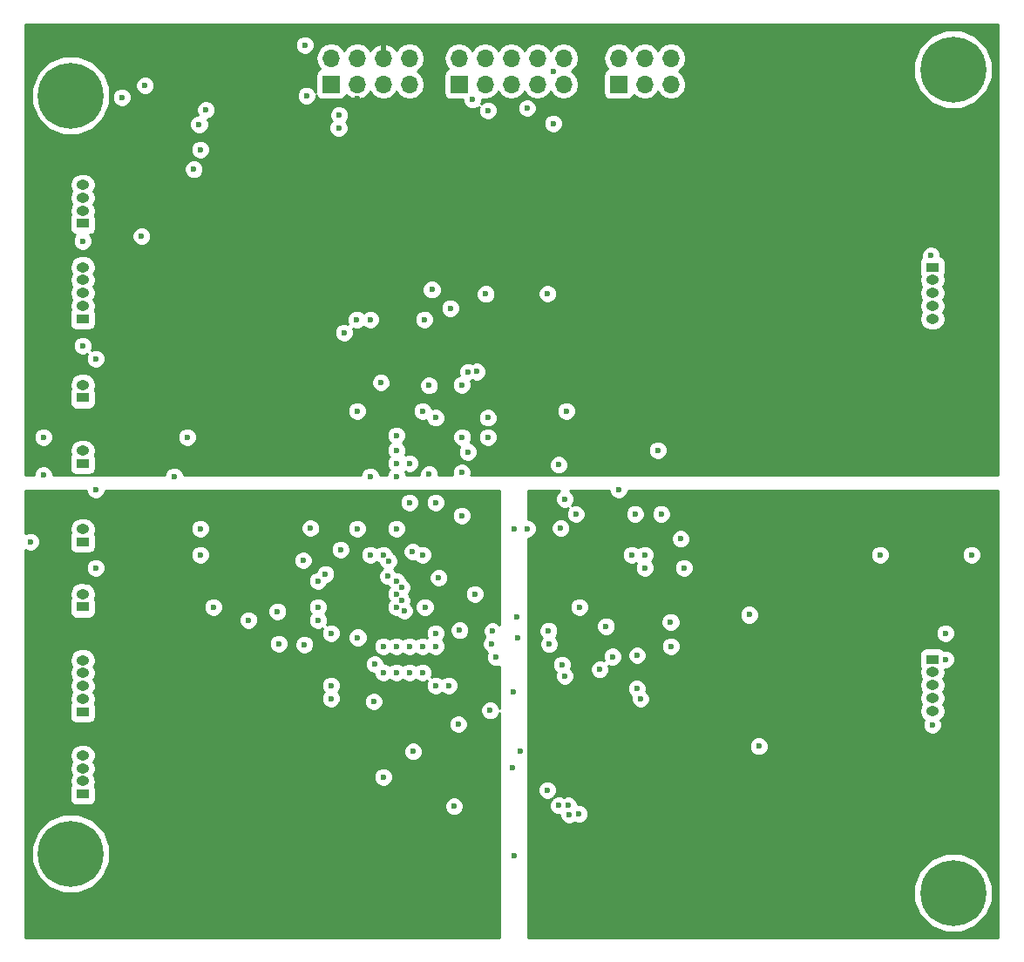
<source format=gbr>
G04 #@! TF.FileFunction,Copper,L2,Inr,Plane*
%FSLAX46Y46*%
G04 Gerber Fmt 4.6, Leading zero omitted, Abs format (unit mm)*
G04 Created by KiCad (PCBNEW 4.0.7) date Thursday, February 15, 2018 'AMt' 11:15:33 AM*
%MOMM*%
%LPD*%
G01*
G04 APERTURE LIST*
%ADD10C,0.100000*%
%ADD11R,1.250000X0.950000*%
%ADD12O,1.250000X0.950000*%
%ADD13R,1.700000X1.700000*%
%ADD14O,1.700000X1.700000*%
%ADD15C,6.400000*%
%ADD16C,0.600000*%
%ADD17C,0.254000*%
G04 APERTURE END LIST*
D10*
D11*
X106350000Y-79130000D03*
D12*
X106350000Y-77880000D03*
X106350000Y-76630000D03*
X106350000Y-75380000D03*
X106350000Y-74130000D03*
D13*
X158420000Y-56350000D03*
D14*
X158420000Y-53810000D03*
X160960000Y-56350000D03*
X160960000Y-53810000D03*
X163500000Y-56350000D03*
X163500000Y-53810000D03*
D13*
X142920000Y-56350000D03*
D14*
X142920000Y-53810000D03*
X145460000Y-56350000D03*
X145460000Y-53810000D03*
X148000000Y-56350000D03*
X148000000Y-53810000D03*
X150540000Y-56350000D03*
X150540000Y-53810000D03*
X153080000Y-56350000D03*
X153080000Y-53810000D03*
D11*
X106350000Y-117310000D03*
D12*
X106350000Y-116060000D03*
X106350000Y-114810000D03*
X106350000Y-113560000D03*
X106350000Y-112310000D03*
D11*
X188900000Y-74130000D03*
D12*
X188900000Y-75380000D03*
X188900000Y-76630000D03*
X188900000Y-77880000D03*
X188900000Y-79130000D03*
D11*
X188900000Y-112230000D03*
D12*
X188900000Y-113480000D03*
X188900000Y-114730000D03*
X188900000Y-115980000D03*
X188900000Y-117230000D03*
D11*
X106350000Y-86810000D03*
D12*
X106350000Y-85560000D03*
D11*
X106350000Y-93180000D03*
D12*
X106350000Y-91930000D03*
D11*
X106350000Y-100800000D03*
D12*
X106350000Y-99550000D03*
D11*
X106350000Y-107130000D03*
D12*
X106350000Y-105880000D03*
D13*
X130480000Y-56350000D03*
D14*
X130480000Y-53810000D03*
X133020000Y-56350000D03*
X133020000Y-53810000D03*
X135560000Y-56350000D03*
X135560000Y-53810000D03*
X138100000Y-56350000D03*
X138100000Y-53810000D03*
D11*
X106350000Y-69880000D03*
D12*
X106350000Y-68630000D03*
X106350000Y-67380000D03*
X106350000Y-66130000D03*
D11*
X106350000Y-125310000D03*
D12*
X106350000Y-124060000D03*
X106350000Y-122810000D03*
X106350000Y-121560000D03*
D15*
X190920000Y-54910000D03*
X190920000Y-134920000D03*
X105190000Y-57450000D03*
X105190000Y-131110000D03*
D16*
X112410000Y-56470000D03*
X127940000Y-52540000D03*
X128094442Y-57465558D03*
X107620000Y-95720000D03*
X142430000Y-126510000D03*
X164440000Y-100520000D03*
X160560000Y-116080000D03*
X151510000Y-76710000D03*
X148230000Y-115420000D03*
X148620000Y-110110000D03*
X148150000Y-122740000D03*
X148260000Y-131280000D03*
X117780000Y-62700000D03*
X152070000Y-55080000D03*
X106350000Y-71590000D03*
X106350000Y-81750000D03*
X136830000Y-91910000D03*
X133020000Y-88100000D03*
X140015000Y-94270303D03*
X133020000Y-99530000D03*
X134290000Y-102070000D03*
X117780000Y-99530000D03*
X135560000Y-123660000D03*
X131750000Y-80480000D03*
X136830000Y-107150000D03*
X129210000Y-107150000D03*
X190170000Y-109690000D03*
X154610000Y-107150000D03*
X163500000Y-110960000D03*
X159690000Y-102070000D03*
X119050000Y-107150000D03*
X107620000Y-103340000D03*
X183820000Y-102070000D03*
X158420000Y-95720000D03*
X153340000Y-88100000D03*
X162230000Y-91910000D03*
X116510000Y-90640000D03*
X102540000Y-90640000D03*
X115240000Y-94450000D03*
X101270000Y-100800000D03*
X102535015Y-94343002D03*
X188773063Y-72986937D03*
X188900000Y-74130000D03*
X190170000Y-112230000D03*
X188900000Y-118580000D03*
X188900000Y-117230000D03*
X188900000Y-117230000D03*
X106350000Y-112310000D03*
X188900000Y-117230000D03*
X188900000Y-112230000D03*
X188900000Y-79130000D03*
X188900000Y-74130000D03*
X162550000Y-98110000D03*
X160010000Y-98110000D03*
X142067480Y-78112520D03*
X145520000Y-76730000D03*
X138390000Y-126490000D03*
X146400000Y-120780000D03*
X143792140Y-126812140D03*
X117154999Y-64614999D03*
X112700000Y-98010088D03*
X136830000Y-93180000D03*
X134290000Y-94450000D03*
X136830000Y-90472738D03*
X133020000Y-103310000D03*
X135560000Y-96990000D03*
X131750000Y-96990000D03*
X119050000Y-105880000D03*
X101270000Y-105880000D03*
X101270000Y-103340000D03*
X135319448Y-85319448D03*
X139995000Y-85617910D03*
X143214299Y-90636140D03*
X143180000Y-85560000D03*
X144213867Y-57859982D03*
X152070000Y-60160000D03*
X144629512Y-84277959D03*
X148260000Y-99530000D03*
X145720000Y-58890000D03*
X149530000Y-58663222D03*
X143805000Y-84290000D03*
X117670000Y-60250000D03*
X118330000Y-58835000D03*
X133078151Y-110105405D03*
X127890147Y-110799853D03*
X127770000Y-102620000D03*
X149530000Y-99530000D03*
X139370000Y-88100000D03*
X139537262Y-79210000D03*
X140279338Y-76309338D03*
X140640000Y-96990000D03*
X140640000Y-88752739D03*
X131410000Y-101570000D03*
X129940000Y-103935000D03*
X125269999Y-107580000D03*
X125398223Y-110704260D03*
X134630000Y-116320000D03*
X136830000Y-99530000D03*
X135560000Y-102070000D03*
X138100000Y-96990000D03*
X138100000Y-93180000D03*
X136000000Y-104160000D03*
X137316597Y-105244999D03*
X137600000Y-107520000D03*
X134710000Y-112675727D03*
X136071640Y-102685000D03*
X138396941Y-101773059D03*
X143180000Y-98260000D03*
X143180000Y-94050000D03*
X139600000Y-107149999D03*
X142840000Y-118539401D03*
X136830000Y-104610000D03*
X140936941Y-104313059D03*
X139370000Y-102070000D03*
X136830000Y-94450000D03*
X141910000Y-114770000D03*
X140640000Y-109690000D03*
X133020000Y-57700003D03*
X169850000Y-93660000D03*
X168410000Y-89630000D03*
X128480000Y-99470000D03*
X110160000Y-64990088D03*
X107620000Y-88100000D03*
X183820000Y-93180000D03*
X159690000Y-93180000D03*
X140640000Y-110960000D03*
X140640000Y-114770000D03*
X156574999Y-113210001D03*
X153185000Y-113879670D03*
X152920000Y-112740000D03*
X157825000Y-111970000D03*
X194760000Y-97940000D03*
X148859441Y-121134443D03*
X145940000Y-117190000D03*
X142970000Y-109400000D03*
X137316597Y-106514999D03*
X150820000Y-131960000D03*
X150800000Y-121120000D03*
X155880000Y-110960000D03*
X129210000Y-104610000D03*
X145720000Y-90640000D03*
X145720000Y-88752739D03*
X139370000Y-113500000D03*
X139370000Y-110960000D03*
X138450000Y-121180000D03*
X148540000Y-108130000D03*
X136830000Y-105880000D03*
X144450000Y-105880000D03*
X129210000Y-108420000D03*
X122465940Y-108420000D03*
X117780000Y-102070000D03*
X130480000Y-109690000D03*
X130480000Y-114770000D03*
X130480000Y-116040000D03*
X135560000Y-110960000D03*
X135560000Y-113500000D03*
X136830000Y-113500000D03*
X136830000Y-110960000D03*
X138100000Y-110960000D03*
X138100000Y-113500000D03*
X134290000Y-79210000D03*
X132985000Y-79210000D03*
X152590000Y-93330000D03*
X153180000Y-96650000D03*
X154274560Y-98112976D03*
X152800000Y-99480000D03*
X151500000Y-124930000D03*
X146498058Y-112041942D03*
X131280000Y-59335000D03*
X131220000Y-60585000D03*
X171110000Y-107900000D03*
X157200000Y-109019999D03*
X164770000Y-103340000D03*
X160960000Y-103340000D03*
X160960000Y-102070000D03*
X192710000Y-102070000D03*
X172040000Y-120680000D03*
X163475000Y-108600000D03*
X160225000Y-111850000D03*
X160180000Y-115050000D03*
X112075000Y-71110000D03*
X153530000Y-126436380D03*
X146170000Y-109470000D03*
X152623534Y-126436380D03*
X146080000Y-110740000D03*
X153610000Y-127330000D03*
X151670000Y-110760000D03*
X154580784Y-127243100D03*
X151609852Y-109450148D03*
X107620000Y-83020000D03*
X110160000Y-57620000D03*
X106350000Y-105880000D03*
X143768557Y-92074282D03*
D17*
G36*
X195290000Y-94323000D02*
X144079044Y-94323000D01*
X144114838Y-94236799D01*
X144115162Y-93864833D01*
X143973117Y-93521057D01*
X143967238Y-93515167D01*
X151654838Y-93515167D01*
X151796883Y-93858943D01*
X152059673Y-94122192D01*
X152403201Y-94264838D01*
X152775167Y-94265162D01*
X153118943Y-94123117D01*
X153382192Y-93860327D01*
X153524838Y-93516799D01*
X153525162Y-93144833D01*
X153383117Y-92801057D01*
X153120327Y-92537808D01*
X152776799Y-92395162D01*
X152404833Y-92394838D01*
X152061057Y-92536883D01*
X151797808Y-92799673D01*
X151655162Y-93143201D01*
X151654838Y-93515167D01*
X143967238Y-93515167D01*
X143710327Y-93257808D01*
X143366799Y-93115162D01*
X142994833Y-93114838D01*
X142651057Y-93256883D01*
X142387808Y-93519673D01*
X142245162Y-93863201D01*
X142244838Y-94235167D01*
X142281130Y-94323000D01*
X140949955Y-94323000D01*
X140950162Y-94085136D01*
X140808117Y-93741360D01*
X140545327Y-93478111D01*
X140201799Y-93335465D01*
X139829833Y-93335141D01*
X139486057Y-93477186D01*
X139222808Y-93739976D01*
X139080162Y-94083504D01*
X139079953Y-94323000D01*
X137765111Y-94323000D01*
X137765162Y-94264833D01*
X137659690Y-94009570D01*
X137913201Y-94114838D01*
X138285167Y-94115162D01*
X138628943Y-93973117D01*
X138892192Y-93710327D01*
X139034838Y-93366799D01*
X139035162Y-92994833D01*
X138893117Y-92651057D01*
X138630327Y-92387808D01*
X138286799Y-92245162D01*
X137914833Y-92244838D01*
X137659570Y-92350310D01*
X137764838Y-92096799D01*
X137765162Y-91724833D01*
X137623117Y-91381057D01*
X137433660Y-91191269D01*
X137622192Y-91003065D01*
X137697664Y-90821307D01*
X142279137Y-90821307D01*
X142421182Y-91165083D01*
X142683972Y-91428332D01*
X142974314Y-91548893D01*
X142833719Y-91887483D01*
X142833395Y-92259449D01*
X142975440Y-92603225D01*
X143238230Y-92866474D01*
X143581758Y-93009120D01*
X143953724Y-93009444D01*
X144297500Y-92867399D01*
X144560749Y-92604609D01*
X144703395Y-92261081D01*
X144703539Y-92095167D01*
X161294838Y-92095167D01*
X161436883Y-92438943D01*
X161699673Y-92702192D01*
X162043201Y-92844838D01*
X162415167Y-92845162D01*
X162758943Y-92703117D01*
X163022192Y-92440327D01*
X163164838Y-92096799D01*
X163165162Y-91724833D01*
X163023117Y-91381057D01*
X162760327Y-91117808D01*
X162416799Y-90975162D01*
X162044833Y-90974838D01*
X161701057Y-91116883D01*
X161437808Y-91379673D01*
X161295162Y-91723201D01*
X161294838Y-92095167D01*
X144703539Y-92095167D01*
X144703719Y-91889115D01*
X144561674Y-91545339D01*
X144298884Y-91282090D01*
X144008542Y-91161529D01*
X144148211Y-90825167D01*
X144784838Y-90825167D01*
X144926883Y-91168943D01*
X145189673Y-91432192D01*
X145533201Y-91574838D01*
X145905167Y-91575162D01*
X146248943Y-91433117D01*
X146512192Y-91170327D01*
X146654838Y-90826799D01*
X146655162Y-90454833D01*
X146513117Y-90111057D01*
X146250327Y-89847808D01*
X145906799Y-89705162D01*
X145534833Y-89704838D01*
X145191057Y-89846883D01*
X144927808Y-90109673D01*
X144785162Y-90453201D01*
X144784838Y-90825167D01*
X144148211Y-90825167D01*
X144149137Y-90822939D01*
X144149461Y-90450973D01*
X144007416Y-90107197D01*
X143744626Y-89843948D01*
X143401098Y-89701302D01*
X143029132Y-89700978D01*
X142685356Y-89843023D01*
X142422107Y-90105813D01*
X142279461Y-90449341D01*
X142279137Y-90821307D01*
X137697664Y-90821307D01*
X137764838Y-90659537D01*
X137765162Y-90287571D01*
X137623117Y-89943795D01*
X137360327Y-89680546D01*
X137016799Y-89537900D01*
X136644833Y-89537576D01*
X136301057Y-89679621D01*
X136037808Y-89942411D01*
X135895162Y-90285939D01*
X135894838Y-90657905D01*
X136036883Y-91001681D01*
X136226340Y-91191469D01*
X136037808Y-91379673D01*
X135895162Y-91723201D01*
X135894838Y-92095167D01*
X136036883Y-92438943D01*
X136142710Y-92544954D01*
X136037808Y-92649673D01*
X135895162Y-92993201D01*
X135894838Y-93365167D01*
X136036883Y-93708943D01*
X136142710Y-93814954D01*
X136037808Y-93919673D01*
X135895162Y-94263201D01*
X135895110Y-94323000D01*
X135225111Y-94323000D01*
X135225162Y-94264833D01*
X135083117Y-93921057D01*
X134820327Y-93657808D01*
X134476799Y-93515162D01*
X134104833Y-93514838D01*
X133761057Y-93656883D01*
X133497808Y-93919673D01*
X133355162Y-94263201D01*
X133355110Y-94323000D01*
X116175111Y-94323000D01*
X116175162Y-94264833D01*
X116033117Y-93921057D01*
X115770327Y-93657808D01*
X115426799Y-93515162D01*
X115054833Y-93514838D01*
X114711057Y-93656883D01*
X114447808Y-93919673D01*
X114305162Y-94263201D01*
X114305110Y-94323000D01*
X103470033Y-94323000D01*
X103470177Y-94157835D01*
X103328132Y-93814059D01*
X103065342Y-93550810D01*
X102721814Y-93408164D01*
X102349848Y-93407840D01*
X102006072Y-93549885D01*
X101742823Y-93812675D01*
X101600177Y-94156203D01*
X101600032Y-94323000D01*
X100820000Y-94323000D01*
X100820000Y-91930000D01*
X105065315Y-91930000D01*
X105149809Y-92354779D01*
X105172526Y-92388777D01*
X105128569Y-92453110D01*
X105077560Y-92705000D01*
X105077560Y-93655000D01*
X105121838Y-93890317D01*
X105260910Y-94106441D01*
X105473110Y-94251431D01*
X105725000Y-94302440D01*
X106975000Y-94302440D01*
X107210317Y-94258162D01*
X107426441Y-94119090D01*
X107571431Y-93906890D01*
X107622440Y-93655000D01*
X107622440Y-92705000D01*
X107578162Y-92469683D01*
X107526774Y-92389824D01*
X107550191Y-92354779D01*
X107634685Y-91930000D01*
X107550191Y-91505221D01*
X107309574Y-91145111D01*
X106949464Y-90904494D01*
X106550662Y-90825167D01*
X115574838Y-90825167D01*
X115716883Y-91168943D01*
X115979673Y-91432192D01*
X116323201Y-91574838D01*
X116695167Y-91575162D01*
X117038943Y-91433117D01*
X117302192Y-91170327D01*
X117444838Y-90826799D01*
X117445162Y-90454833D01*
X117303117Y-90111057D01*
X117040327Y-89847808D01*
X116696799Y-89705162D01*
X116324833Y-89704838D01*
X115981057Y-89846883D01*
X115717808Y-90109673D01*
X115575162Y-90453201D01*
X115574838Y-90825167D01*
X106550662Y-90825167D01*
X106524685Y-90820000D01*
X106175315Y-90820000D01*
X105750536Y-90904494D01*
X105390426Y-91145111D01*
X105149809Y-91505221D01*
X105065315Y-91930000D01*
X100820000Y-91930000D01*
X100820000Y-90825167D01*
X101604838Y-90825167D01*
X101746883Y-91168943D01*
X102009673Y-91432192D01*
X102353201Y-91574838D01*
X102725167Y-91575162D01*
X103068943Y-91433117D01*
X103332192Y-91170327D01*
X103474838Y-90826799D01*
X103475162Y-90454833D01*
X103333117Y-90111057D01*
X103070327Y-89847808D01*
X102726799Y-89705162D01*
X102354833Y-89704838D01*
X102011057Y-89846883D01*
X101747808Y-90109673D01*
X101605162Y-90453201D01*
X101604838Y-90825167D01*
X100820000Y-90825167D01*
X100820000Y-88285167D01*
X132084838Y-88285167D01*
X132226883Y-88628943D01*
X132489673Y-88892192D01*
X132833201Y-89034838D01*
X133205167Y-89035162D01*
X133548943Y-88893117D01*
X133812192Y-88630327D01*
X133954838Y-88286799D01*
X133954839Y-88285167D01*
X138434838Y-88285167D01*
X138576883Y-88628943D01*
X138839673Y-88892192D01*
X139183201Y-89034838D01*
X139555167Y-89035162D01*
X139717337Y-88968155D01*
X139846883Y-89281682D01*
X140109673Y-89544931D01*
X140453201Y-89687577D01*
X140825167Y-89687901D01*
X141168943Y-89545856D01*
X141432192Y-89283066D01*
X141574838Y-88939538D01*
X141574839Y-88937906D01*
X144784838Y-88937906D01*
X144926883Y-89281682D01*
X145189673Y-89544931D01*
X145533201Y-89687577D01*
X145905167Y-89687901D01*
X146248943Y-89545856D01*
X146512192Y-89283066D01*
X146654838Y-88939538D01*
X146655162Y-88567572D01*
X146538475Y-88285167D01*
X152404838Y-88285167D01*
X152546883Y-88628943D01*
X152809673Y-88892192D01*
X153153201Y-89034838D01*
X153525167Y-89035162D01*
X153868943Y-88893117D01*
X154132192Y-88630327D01*
X154274838Y-88286799D01*
X154275162Y-87914833D01*
X154133117Y-87571057D01*
X153870327Y-87307808D01*
X153526799Y-87165162D01*
X153154833Y-87164838D01*
X152811057Y-87306883D01*
X152547808Y-87569673D01*
X152405162Y-87913201D01*
X152404838Y-88285167D01*
X146538475Y-88285167D01*
X146513117Y-88223796D01*
X146250327Y-87960547D01*
X145906799Y-87817901D01*
X145534833Y-87817577D01*
X145191057Y-87959622D01*
X144927808Y-88222412D01*
X144785162Y-88565940D01*
X144784838Y-88937906D01*
X141574839Y-88937906D01*
X141575162Y-88567572D01*
X141433117Y-88223796D01*
X141170327Y-87960547D01*
X140826799Y-87817901D01*
X140454833Y-87817577D01*
X140292663Y-87884584D01*
X140163117Y-87571057D01*
X139900327Y-87307808D01*
X139556799Y-87165162D01*
X139184833Y-87164838D01*
X138841057Y-87306883D01*
X138577808Y-87569673D01*
X138435162Y-87913201D01*
X138434838Y-88285167D01*
X133954839Y-88285167D01*
X133955162Y-87914833D01*
X133813117Y-87571057D01*
X133550327Y-87307808D01*
X133206799Y-87165162D01*
X132834833Y-87164838D01*
X132491057Y-87306883D01*
X132227808Y-87569673D01*
X132085162Y-87913201D01*
X132084838Y-88285167D01*
X100820000Y-88285167D01*
X100820000Y-85560000D01*
X105065315Y-85560000D01*
X105149809Y-85984779D01*
X105172526Y-86018777D01*
X105128569Y-86083110D01*
X105077560Y-86335000D01*
X105077560Y-87285000D01*
X105121838Y-87520317D01*
X105260910Y-87736441D01*
X105473110Y-87881431D01*
X105725000Y-87932440D01*
X106975000Y-87932440D01*
X107210317Y-87888162D01*
X107426441Y-87749090D01*
X107571431Y-87536890D01*
X107622440Y-87285000D01*
X107622440Y-86335000D01*
X107578162Y-86099683D01*
X107526774Y-86019824D01*
X107550191Y-85984779D01*
X107634685Y-85560000D01*
X107623669Y-85504615D01*
X134384286Y-85504615D01*
X134526331Y-85848391D01*
X134789121Y-86111640D01*
X135132649Y-86254286D01*
X135504615Y-86254610D01*
X135848391Y-86112565D01*
X136111640Y-85849775D01*
X136131030Y-85803077D01*
X139059838Y-85803077D01*
X139201883Y-86146853D01*
X139464673Y-86410102D01*
X139808201Y-86552748D01*
X140180167Y-86553072D01*
X140523943Y-86411027D01*
X140787192Y-86148237D01*
X140929838Y-85804709D01*
X140929889Y-85745167D01*
X142244838Y-85745167D01*
X142386883Y-86088943D01*
X142649673Y-86352192D01*
X142993201Y-86494838D01*
X143365167Y-86495162D01*
X143708943Y-86353117D01*
X143972192Y-86090327D01*
X144114838Y-85746799D01*
X144115162Y-85374833D01*
X144044110Y-85202873D01*
X144231925Y-85125270D01*
X144442713Y-85212797D01*
X144814679Y-85213121D01*
X145158455Y-85071076D01*
X145421704Y-84808286D01*
X145564350Y-84464758D01*
X145564674Y-84092792D01*
X145422629Y-83749016D01*
X145159839Y-83485767D01*
X144816311Y-83343121D01*
X144444345Y-83342797D01*
X144202587Y-83442689D01*
X143991799Y-83355162D01*
X143619833Y-83354838D01*
X143276057Y-83496883D01*
X143012808Y-83759673D01*
X142870162Y-84103201D01*
X142869838Y-84475167D01*
X142940890Y-84647127D01*
X142651057Y-84766883D01*
X142387808Y-85029673D01*
X142245162Y-85373201D01*
X142244838Y-85745167D01*
X140929889Y-85745167D01*
X140930162Y-85432743D01*
X140788117Y-85088967D01*
X140525327Y-84825718D01*
X140181799Y-84683072D01*
X139809833Y-84682748D01*
X139466057Y-84824793D01*
X139202808Y-85087583D01*
X139060162Y-85431111D01*
X139059838Y-85803077D01*
X136131030Y-85803077D01*
X136254286Y-85506247D01*
X136254610Y-85134281D01*
X136112565Y-84790505D01*
X135849775Y-84527256D01*
X135506247Y-84384610D01*
X135134281Y-84384286D01*
X134790505Y-84526331D01*
X134527256Y-84789121D01*
X134384610Y-85132649D01*
X134384286Y-85504615D01*
X107623669Y-85504615D01*
X107550191Y-85135221D01*
X107309574Y-84775111D01*
X106949464Y-84534494D01*
X106524685Y-84450000D01*
X106175315Y-84450000D01*
X105750536Y-84534494D01*
X105390426Y-84775111D01*
X105149809Y-85135221D01*
X105065315Y-85560000D01*
X100820000Y-85560000D01*
X100820000Y-81935167D01*
X105414838Y-81935167D01*
X105556883Y-82278943D01*
X105819673Y-82542192D01*
X106163201Y-82684838D01*
X106535167Y-82685162D01*
X106790430Y-82579690D01*
X106685162Y-82833201D01*
X106684838Y-83205167D01*
X106826883Y-83548943D01*
X107089673Y-83812192D01*
X107433201Y-83954838D01*
X107805167Y-83955162D01*
X108148943Y-83813117D01*
X108412192Y-83550327D01*
X108554838Y-83206799D01*
X108555162Y-82834833D01*
X108413117Y-82491057D01*
X108150327Y-82227808D01*
X107806799Y-82085162D01*
X107434833Y-82084838D01*
X107179570Y-82190310D01*
X107284838Y-81936799D01*
X107285162Y-81564833D01*
X107143117Y-81221057D01*
X106880327Y-80957808D01*
X106536799Y-80815162D01*
X106164833Y-80814838D01*
X105821057Y-80956883D01*
X105557808Y-81219673D01*
X105415162Y-81563201D01*
X105414838Y-81935167D01*
X100820000Y-81935167D01*
X100820000Y-80665167D01*
X130814838Y-80665167D01*
X130956883Y-81008943D01*
X131219673Y-81272192D01*
X131563201Y-81414838D01*
X131935167Y-81415162D01*
X132278943Y-81273117D01*
X132542192Y-81010327D01*
X132684838Y-80666799D01*
X132685162Y-80294833D01*
X132586939Y-80057114D01*
X132798201Y-80144838D01*
X133170167Y-80145162D01*
X133513943Y-80003117D01*
X133637485Y-79879790D01*
X133759673Y-80002192D01*
X134103201Y-80144838D01*
X134475167Y-80145162D01*
X134818943Y-80003117D01*
X135082192Y-79740327D01*
X135224838Y-79396799D01*
X135224839Y-79395167D01*
X138602100Y-79395167D01*
X138744145Y-79738943D01*
X139006935Y-80002192D01*
X139350463Y-80144838D01*
X139722429Y-80145162D01*
X140066205Y-80003117D01*
X140329454Y-79740327D01*
X140472100Y-79396799D01*
X140472424Y-79024833D01*
X140330379Y-78681057D01*
X140067589Y-78417808D01*
X139778307Y-78297687D01*
X141132318Y-78297687D01*
X141274363Y-78641463D01*
X141537153Y-78904712D01*
X141880681Y-79047358D01*
X142252647Y-79047682D01*
X142596423Y-78905637D01*
X142859672Y-78642847D01*
X143002318Y-78299319D01*
X143002642Y-77927353D01*
X142860597Y-77583577D01*
X142597807Y-77320328D01*
X142254279Y-77177682D01*
X141882313Y-77177358D01*
X141538537Y-77319403D01*
X141275288Y-77582193D01*
X141132642Y-77925721D01*
X141132318Y-78297687D01*
X139778307Y-78297687D01*
X139724061Y-78275162D01*
X139352095Y-78274838D01*
X139008319Y-78416883D01*
X138745070Y-78679673D01*
X138602424Y-79023201D01*
X138602100Y-79395167D01*
X135224839Y-79395167D01*
X135225162Y-79024833D01*
X135083117Y-78681057D01*
X134820327Y-78417808D01*
X134476799Y-78275162D01*
X134104833Y-78274838D01*
X133761057Y-78416883D01*
X133637515Y-78540210D01*
X133515327Y-78417808D01*
X133171799Y-78275162D01*
X132799833Y-78274838D01*
X132456057Y-78416883D01*
X132192808Y-78679673D01*
X132050162Y-79023201D01*
X132049838Y-79395167D01*
X132148061Y-79632886D01*
X131936799Y-79545162D01*
X131564833Y-79544838D01*
X131221057Y-79686883D01*
X130957808Y-79949673D01*
X130815162Y-80293201D01*
X130814838Y-80665167D01*
X100820000Y-80665167D01*
X100820000Y-74130000D01*
X105065315Y-74130000D01*
X105149809Y-74554779D01*
X105283592Y-74755000D01*
X105149809Y-74955221D01*
X105065315Y-75380000D01*
X105149809Y-75804779D01*
X105283592Y-76005000D01*
X105149809Y-76205221D01*
X105065315Y-76630000D01*
X105149809Y-77054779D01*
X105283592Y-77255000D01*
X105149809Y-77455221D01*
X105065315Y-77880000D01*
X105149809Y-78304779D01*
X105172526Y-78338777D01*
X105128569Y-78403110D01*
X105077560Y-78655000D01*
X105077560Y-79605000D01*
X105121838Y-79840317D01*
X105260910Y-80056441D01*
X105473110Y-80201431D01*
X105725000Y-80252440D01*
X106975000Y-80252440D01*
X107210317Y-80208162D01*
X107426441Y-80069090D01*
X107571431Y-79856890D01*
X107622440Y-79605000D01*
X107622440Y-78655000D01*
X107578162Y-78419683D01*
X107526774Y-78339824D01*
X107550191Y-78304779D01*
X107634685Y-77880000D01*
X107550191Y-77455221D01*
X107416408Y-77255000D01*
X107550191Y-77054779D01*
X107634685Y-76630000D01*
X107607734Y-76494505D01*
X139344176Y-76494505D01*
X139486221Y-76838281D01*
X139749011Y-77101530D01*
X140092539Y-77244176D01*
X140464505Y-77244500D01*
X140808281Y-77102455D01*
X140995896Y-76915167D01*
X144584838Y-76915167D01*
X144726883Y-77258943D01*
X144989673Y-77522192D01*
X145333201Y-77664838D01*
X145705167Y-77665162D01*
X146048943Y-77523117D01*
X146312192Y-77260327D01*
X146454838Y-76916799D01*
X146454856Y-76895167D01*
X150574838Y-76895167D01*
X150716883Y-77238943D01*
X150979673Y-77502192D01*
X151323201Y-77644838D01*
X151695167Y-77645162D01*
X152038943Y-77503117D01*
X152302192Y-77240327D01*
X152444838Y-76896799D01*
X152445162Y-76524833D01*
X152303117Y-76181057D01*
X152040327Y-75917808D01*
X151696799Y-75775162D01*
X151324833Y-75774838D01*
X150981057Y-75916883D01*
X150717808Y-76179673D01*
X150575162Y-76523201D01*
X150574838Y-76895167D01*
X146454856Y-76895167D01*
X146455162Y-76544833D01*
X146313117Y-76201057D01*
X146050327Y-75937808D01*
X145706799Y-75795162D01*
X145334833Y-75794838D01*
X144991057Y-75936883D01*
X144727808Y-76199673D01*
X144585162Y-76543201D01*
X144584838Y-76915167D01*
X140995896Y-76915167D01*
X141071530Y-76839665D01*
X141214176Y-76496137D01*
X141214500Y-76124171D01*
X141072455Y-75780395D01*
X140809665Y-75517146D01*
X140479383Y-75380000D01*
X187615315Y-75380000D01*
X187699809Y-75804779D01*
X187833592Y-76005000D01*
X187699809Y-76205221D01*
X187615315Y-76630000D01*
X187699809Y-77054779D01*
X187833592Y-77255000D01*
X187699809Y-77455221D01*
X187615315Y-77880000D01*
X187699809Y-78304779D01*
X187833592Y-78505000D01*
X187699809Y-78705221D01*
X187615315Y-79130000D01*
X187699809Y-79554779D01*
X187940426Y-79914889D01*
X188300536Y-80155506D01*
X188725315Y-80240000D01*
X189074685Y-80240000D01*
X189499464Y-80155506D01*
X189859574Y-79914889D01*
X190100191Y-79554779D01*
X190184685Y-79130000D01*
X190100191Y-78705221D01*
X189966408Y-78505000D01*
X190100191Y-78304779D01*
X190184685Y-77880000D01*
X190100191Y-77455221D01*
X189966408Y-77255000D01*
X190100191Y-77054779D01*
X190184685Y-76630000D01*
X190100191Y-76205221D01*
X189966408Y-76005000D01*
X190100191Y-75804779D01*
X190184685Y-75380000D01*
X190100191Y-74955221D01*
X190077474Y-74921223D01*
X190121431Y-74856890D01*
X190172440Y-74605000D01*
X190172440Y-73655000D01*
X190128162Y-73419683D01*
X189989090Y-73203559D01*
X189776890Y-73058569D01*
X189708013Y-73044621D01*
X189708225Y-72801770D01*
X189566180Y-72457994D01*
X189303390Y-72194745D01*
X188959862Y-72052099D01*
X188587896Y-72051775D01*
X188244120Y-72193820D01*
X187980871Y-72456610D01*
X187838225Y-72800138D01*
X187837901Y-73172104D01*
X187841027Y-73179670D01*
X187823559Y-73190910D01*
X187678569Y-73403110D01*
X187627560Y-73655000D01*
X187627560Y-74605000D01*
X187671838Y-74840317D01*
X187723226Y-74920176D01*
X187699809Y-74955221D01*
X187615315Y-75380000D01*
X140479383Y-75380000D01*
X140466137Y-75374500D01*
X140094171Y-75374176D01*
X139750395Y-75516221D01*
X139487146Y-75779011D01*
X139344500Y-76122539D01*
X139344176Y-76494505D01*
X107607734Y-76494505D01*
X107550191Y-76205221D01*
X107416408Y-76005000D01*
X107550191Y-75804779D01*
X107634685Y-75380000D01*
X107550191Y-74955221D01*
X107416408Y-74755000D01*
X107550191Y-74554779D01*
X107634685Y-74130000D01*
X107550191Y-73705221D01*
X107309574Y-73345111D01*
X106949464Y-73104494D01*
X106524685Y-73020000D01*
X106175315Y-73020000D01*
X105750536Y-73104494D01*
X105390426Y-73345111D01*
X105149809Y-73705221D01*
X105065315Y-74130000D01*
X100820000Y-74130000D01*
X100820000Y-66130000D01*
X105065315Y-66130000D01*
X105149809Y-66554779D01*
X105283592Y-66755000D01*
X105149809Y-66955221D01*
X105065315Y-67380000D01*
X105149809Y-67804779D01*
X105283592Y-68005000D01*
X105149809Y-68205221D01*
X105065315Y-68630000D01*
X105149809Y-69054779D01*
X105172526Y-69088777D01*
X105128569Y-69153110D01*
X105077560Y-69405000D01*
X105077560Y-70355000D01*
X105121838Y-70590317D01*
X105260910Y-70806441D01*
X105473110Y-70951431D01*
X105633668Y-70983945D01*
X105557808Y-71059673D01*
X105415162Y-71403201D01*
X105414838Y-71775167D01*
X105556883Y-72118943D01*
X105819673Y-72382192D01*
X106163201Y-72524838D01*
X106535167Y-72525162D01*
X106878943Y-72383117D01*
X107142192Y-72120327D01*
X107284838Y-71776799D01*
X107285162Y-71404833D01*
X107239850Y-71295167D01*
X111139838Y-71295167D01*
X111281883Y-71638943D01*
X111544673Y-71902192D01*
X111888201Y-72044838D01*
X112260167Y-72045162D01*
X112603943Y-71903117D01*
X112867192Y-71640327D01*
X113009838Y-71296799D01*
X113010162Y-70924833D01*
X112868117Y-70581057D01*
X112605327Y-70317808D01*
X112261799Y-70175162D01*
X111889833Y-70174838D01*
X111546057Y-70316883D01*
X111282808Y-70579673D01*
X111140162Y-70923201D01*
X111139838Y-71295167D01*
X107239850Y-71295167D01*
X107143117Y-71061057D01*
X107067271Y-70985078D01*
X107210317Y-70958162D01*
X107426441Y-70819090D01*
X107571431Y-70606890D01*
X107622440Y-70355000D01*
X107622440Y-69405000D01*
X107578162Y-69169683D01*
X107526774Y-69089824D01*
X107550191Y-69054779D01*
X107634685Y-68630000D01*
X107550191Y-68205221D01*
X107416408Y-68005000D01*
X107550191Y-67804779D01*
X107634685Y-67380000D01*
X107550191Y-66955221D01*
X107416408Y-66755000D01*
X107550191Y-66554779D01*
X107634685Y-66130000D01*
X107550191Y-65705221D01*
X107309574Y-65345111D01*
X106949464Y-65104494D01*
X106524685Y-65020000D01*
X106175315Y-65020000D01*
X105750536Y-65104494D01*
X105390426Y-65345111D01*
X105149809Y-65705221D01*
X105065315Y-66130000D01*
X100820000Y-66130000D01*
X100820000Y-64800166D01*
X116219837Y-64800166D01*
X116361882Y-65143942D01*
X116624672Y-65407191D01*
X116968200Y-65549837D01*
X117340166Y-65550161D01*
X117683942Y-65408116D01*
X117947191Y-65145326D01*
X118089837Y-64801798D01*
X118090161Y-64429832D01*
X117948116Y-64086056D01*
X117685326Y-63822807D01*
X117341798Y-63680161D01*
X116969832Y-63679837D01*
X116626056Y-63821882D01*
X116362807Y-64084672D01*
X116220161Y-64428200D01*
X116219837Y-64800166D01*
X100820000Y-64800166D01*
X100820000Y-62885167D01*
X116844838Y-62885167D01*
X116986883Y-63228943D01*
X117249673Y-63492192D01*
X117593201Y-63634838D01*
X117965167Y-63635162D01*
X118308943Y-63493117D01*
X118572192Y-63230327D01*
X118714838Y-62886799D01*
X118715162Y-62514833D01*
X118573117Y-62171057D01*
X118310327Y-61907808D01*
X117966799Y-61765162D01*
X117594833Y-61764838D01*
X117251057Y-61906883D01*
X116987808Y-62169673D01*
X116845162Y-62513201D01*
X116844838Y-62885167D01*
X100820000Y-62885167D01*
X100820000Y-58209482D01*
X101354336Y-58209482D01*
X101936950Y-59619515D01*
X103014811Y-60699259D01*
X104423825Y-61284333D01*
X105949482Y-61285664D01*
X107359515Y-60703050D01*
X107627865Y-60435167D01*
X116734838Y-60435167D01*
X116876883Y-60778943D01*
X117139673Y-61042192D01*
X117483201Y-61184838D01*
X117855167Y-61185162D01*
X118198943Y-61043117D01*
X118462192Y-60780327D01*
X118466410Y-60770167D01*
X130284838Y-60770167D01*
X130426883Y-61113943D01*
X130689673Y-61377192D01*
X131033201Y-61519838D01*
X131405167Y-61520162D01*
X131748943Y-61378117D01*
X132012192Y-61115327D01*
X132154838Y-60771799D01*
X132155162Y-60399833D01*
X132132575Y-60345167D01*
X151134838Y-60345167D01*
X151276883Y-60688943D01*
X151539673Y-60952192D01*
X151883201Y-61094838D01*
X152255167Y-61095162D01*
X152598943Y-60953117D01*
X152862192Y-60690327D01*
X153004838Y-60346799D01*
X153005162Y-59974833D01*
X152863117Y-59631057D01*
X152600327Y-59367808D01*
X152256799Y-59225162D01*
X151884833Y-59224838D01*
X151541057Y-59366883D01*
X151277808Y-59629673D01*
X151135162Y-59973201D01*
X151134838Y-60345167D01*
X132132575Y-60345167D01*
X132013117Y-60056057D01*
X131947238Y-59990063D01*
X132072192Y-59865327D01*
X132214838Y-59521799D01*
X132215162Y-59149833D01*
X132073117Y-58806057D01*
X131810327Y-58542808D01*
X131466799Y-58400162D01*
X131094833Y-58399838D01*
X130751057Y-58541883D01*
X130487808Y-58804673D01*
X130345162Y-59148201D01*
X130344838Y-59520167D01*
X130486883Y-59863943D01*
X130552762Y-59929937D01*
X130427808Y-60054673D01*
X130285162Y-60398201D01*
X130284838Y-60770167D01*
X118466410Y-60770167D01*
X118604838Y-60436799D01*
X118605162Y-60064833D01*
X118483395Y-59770134D01*
X118515167Y-59770162D01*
X118858943Y-59628117D01*
X119122192Y-59365327D01*
X119264838Y-59021799D01*
X119265162Y-58649833D01*
X119123117Y-58306057D01*
X118860327Y-58042808D01*
X118516799Y-57900162D01*
X118144833Y-57899838D01*
X117801057Y-58041883D01*
X117537808Y-58304673D01*
X117395162Y-58648201D01*
X117394838Y-59020167D01*
X117516605Y-59314866D01*
X117484833Y-59314838D01*
X117141057Y-59456883D01*
X116877808Y-59719673D01*
X116735162Y-60063201D01*
X116734838Y-60435167D01*
X107627865Y-60435167D01*
X108439259Y-59625189D01*
X109024333Y-58216175D01*
X109024691Y-57805167D01*
X109224838Y-57805167D01*
X109366883Y-58148943D01*
X109629673Y-58412192D01*
X109973201Y-58554838D01*
X110345167Y-58555162D01*
X110688943Y-58413117D01*
X110952192Y-58150327D01*
X111094838Y-57806799D01*
X111094973Y-57650725D01*
X127159280Y-57650725D01*
X127301325Y-57994501D01*
X127564115Y-58257750D01*
X127907643Y-58400396D01*
X128279609Y-58400720D01*
X128623385Y-58258675D01*
X128886634Y-57995885D01*
X129029280Y-57652357D01*
X129029465Y-57439400D01*
X129165910Y-57651441D01*
X129378110Y-57796431D01*
X129630000Y-57847440D01*
X131330000Y-57847440D01*
X131565317Y-57803162D01*
X131781441Y-57664090D01*
X131926431Y-57451890D01*
X131940086Y-57384459D01*
X131969946Y-57429147D01*
X132451715Y-57751054D01*
X133020000Y-57864093D01*
X133588285Y-57751054D01*
X134070054Y-57429147D01*
X134290000Y-57099974D01*
X134509946Y-57429147D01*
X134991715Y-57751054D01*
X135560000Y-57864093D01*
X136128285Y-57751054D01*
X136610054Y-57429147D01*
X136830000Y-57099974D01*
X137049946Y-57429147D01*
X137531715Y-57751054D01*
X138100000Y-57864093D01*
X138668285Y-57751054D01*
X139150054Y-57429147D01*
X139471961Y-56947378D01*
X139585000Y-56379093D01*
X139585000Y-56320907D01*
X139471961Y-55752622D01*
X139303165Y-55500000D01*
X141422560Y-55500000D01*
X141422560Y-57200000D01*
X141466838Y-57435317D01*
X141605910Y-57651441D01*
X141818110Y-57796431D01*
X142070000Y-57847440D01*
X143278877Y-57847440D01*
X143278705Y-58045149D01*
X143420750Y-58388925D01*
X143683540Y-58652174D01*
X144027068Y-58794820D01*
X144399034Y-58795144D01*
X144742810Y-58653099D01*
X144850680Y-58545417D01*
X144785162Y-58703201D01*
X144784838Y-59075167D01*
X144926883Y-59418943D01*
X145189673Y-59682192D01*
X145533201Y-59824838D01*
X145905167Y-59825162D01*
X146248943Y-59683117D01*
X146512192Y-59420327D01*
X146654838Y-59076799D01*
X146655036Y-58848389D01*
X148594838Y-58848389D01*
X148736883Y-59192165D01*
X148999673Y-59455414D01*
X149343201Y-59598060D01*
X149715167Y-59598384D01*
X150058943Y-59456339D01*
X150322192Y-59193549D01*
X150464838Y-58850021D01*
X150465162Y-58478055D01*
X150323117Y-58134279D01*
X150060327Y-57871030D01*
X149716799Y-57728384D01*
X149344833Y-57728060D01*
X149001057Y-57870105D01*
X148737808Y-58132895D01*
X148595162Y-58476423D01*
X148594838Y-58848389D01*
X146655036Y-58848389D01*
X146655162Y-58704833D01*
X146513117Y-58361057D01*
X146250327Y-58097808D01*
X145906799Y-57955162D01*
X145534833Y-57954838D01*
X145191057Y-58096883D01*
X145083187Y-58204565D01*
X145148705Y-58046781D01*
X145148918Y-57802215D01*
X145460000Y-57864093D01*
X146028285Y-57751054D01*
X146510054Y-57429147D01*
X146730000Y-57099974D01*
X146949946Y-57429147D01*
X147431715Y-57751054D01*
X148000000Y-57864093D01*
X148568285Y-57751054D01*
X149050054Y-57429147D01*
X149270000Y-57099974D01*
X149489946Y-57429147D01*
X149971715Y-57751054D01*
X150540000Y-57864093D01*
X151108285Y-57751054D01*
X151590054Y-57429147D01*
X151810000Y-57099974D01*
X152029946Y-57429147D01*
X152511715Y-57751054D01*
X153080000Y-57864093D01*
X153648285Y-57751054D01*
X154130054Y-57429147D01*
X154451961Y-56947378D01*
X154565000Y-56379093D01*
X154565000Y-56320907D01*
X154451961Y-55752622D01*
X154283165Y-55500000D01*
X156922560Y-55500000D01*
X156922560Y-57200000D01*
X156966838Y-57435317D01*
X157105910Y-57651441D01*
X157318110Y-57796431D01*
X157570000Y-57847440D01*
X159270000Y-57847440D01*
X159505317Y-57803162D01*
X159721441Y-57664090D01*
X159866431Y-57451890D01*
X159880086Y-57384459D01*
X159909946Y-57429147D01*
X160391715Y-57751054D01*
X160960000Y-57864093D01*
X161528285Y-57751054D01*
X162010054Y-57429147D01*
X162230000Y-57099974D01*
X162449946Y-57429147D01*
X162931715Y-57751054D01*
X163500000Y-57864093D01*
X164068285Y-57751054D01*
X164550054Y-57429147D01*
X164871961Y-56947378D01*
X164985000Y-56379093D01*
X164985000Y-56320907D01*
X164871961Y-55752622D01*
X164816409Y-55669482D01*
X187084336Y-55669482D01*
X187666950Y-57079515D01*
X188744811Y-58159259D01*
X190153825Y-58744333D01*
X191679482Y-58745664D01*
X193089515Y-58163050D01*
X194169259Y-57085189D01*
X194754333Y-55676175D01*
X194755664Y-54150518D01*
X194173050Y-52740485D01*
X193095189Y-51660741D01*
X191686175Y-51075667D01*
X190160518Y-51074336D01*
X188750485Y-51656950D01*
X187670741Y-52734811D01*
X187085667Y-54143825D01*
X187084336Y-55669482D01*
X164816409Y-55669482D01*
X164550054Y-55270853D01*
X164264422Y-55080000D01*
X164550054Y-54889147D01*
X164871961Y-54407378D01*
X164985000Y-53839093D01*
X164985000Y-53780907D01*
X164871961Y-53212622D01*
X164550054Y-52730853D01*
X164068285Y-52408946D01*
X163500000Y-52295907D01*
X162931715Y-52408946D01*
X162449946Y-52730853D01*
X162230000Y-53060026D01*
X162010054Y-52730853D01*
X161528285Y-52408946D01*
X160960000Y-52295907D01*
X160391715Y-52408946D01*
X159909946Y-52730853D01*
X159690000Y-53060026D01*
X159470054Y-52730853D01*
X158988285Y-52408946D01*
X158420000Y-52295907D01*
X157851715Y-52408946D01*
X157369946Y-52730853D01*
X157048039Y-53212622D01*
X156935000Y-53780907D01*
X156935000Y-53839093D01*
X157048039Y-54407378D01*
X157369946Y-54889147D01*
X157371179Y-54889971D01*
X157334683Y-54896838D01*
X157118559Y-55035910D01*
X156973569Y-55248110D01*
X156922560Y-55500000D01*
X154283165Y-55500000D01*
X154130054Y-55270853D01*
X153844422Y-55080000D01*
X154130054Y-54889147D01*
X154451961Y-54407378D01*
X154565000Y-53839093D01*
X154565000Y-53780907D01*
X154451961Y-53212622D01*
X154130054Y-52730853D01*
X153648285Y-52408946D01*
X153080000Y-52295907D01*
X152511715Y-52408946D01*
X152029946Y-52730853D01*
X151810000Y-53060026D01*
X151590054Y-52730853D01*
X151108285Y-52408946D01*
X150540000Y-52295907D01*
X149971715Y-52408946D01*
X149489946Y-52730853D01*
X149270000Y-53060026D01*
X149050054Y-52730853D01*
X148568285Y-52408946D01*
X148000000Y-52295907D01*
X147431715Y-52408946D01*
X146949946Y-52730853D01*
X146730000Y-53060026D01*
X146510054Y-52730853D01*
X146028285Y-52408946D01*
X145460000Y-52295907D01*
X144891715Y-52408946D01*
X144409946Y-52730853D01*
X144190000Y-53060026D01*
X143970054Y-52730853D01*
X143488285Y-52408946D01*
X142920000Y-52295907D01*
X142351715Y-52408946D01*
X141869946Y-52730853D01*
X141548039Y-53212622D01*
X141435000Y-53780907D01*
X141435000Y-53839093D01*
X141548039Y-54407378D01*
X141869946Y-54889147D01*
X141871179Y-54889971D01*
X141834683Y-54896838D01*
X141618559Y-55035910D01*
X141473569Y-55248110D01*
X141422560Y-55500000D01*
X139303165Y-55500000D01*
X139150054Y-55270853D01*
X138864422Y-55080000D01*
X139150054Y-54889147D01*
X139471961Y-54407378D01*
X139585000Y-53839093D01*
X139585000Y-53780907D01*
X139471961Y-53212622D01*
X139150054Y-52730853D01*
X138668285Y-52408946D01*
X138100000Y-52295907D01*
X137531715Y-52408946D01*
X137049946Y-52730853D01*
X136822298Y-53071553D01*
X136755183Y-52928642D01*
X136326924Y-52538355D01*
X135916890Y-52368524D01*
X135687000Y-52489845D01*
X135687000Y-53683000D01*
X135707000Y-53683000D01*
X135707000Y-53937000D01*
X135687000Y-53937000D01*
X135687000Y-53957000D01*
X135433000Y-53957000D01*
X135433000Y-53937000D01*
X135413000Y-53937000D01*
X135413000Y-53683000D01*
X135433000Y-53683000D01*
X135433000Y-52489845D01*
X135203110Y-52368524D01*
X134793076Y-52538355D01*
X134364817Y-52928642D01*
X134297702Y-53071553D01*
X134070054Y-52730853D01*
X133588285Y-52408946D01*
X133020000Y-52295907D01*
X132451715Y-52408946D01*
X131969946Y-52730853D01*
X131750000Y-53060026D01*
X131530054Y-52730853D01*
X131048285Y-52408946D01*
X130480000Y-52295907D01*
X129911715Y-52408946D01*
X129429946Y-52730853D01*
X129108039Y-53212622D01*
X128995000Y-53780907D01*
X128995000Y-53839093D01*
X129108039Y-54407378D01*
X129429946Y-54889147D01*
X129431179Y-54889971D01*
X129394683Y-54896838D01*
X129178559Y-55035910D01*
X129033569Y-55248110D01*
X128982560Y-55500000D01*
X128982560Y-57166536D01*
X128887559Y-56936615D01*
X128624769Y-56673366D01*
X128281241Y-56530720D01*
X127909275Y-56530396D01*
X127565499Y-56672441D01*
X127302250Y-56935231D01*
X127159604Y-57278759D01*
X127159280Y-57650725D01*
X111094973Y-57650725D01*
X111095162Y-57434833D01*
X110953117Y-57091057D01*
X110690327Y-56827808D01*
X110346799Y-56685162D01*
X109974833Y-56684838D01*
X109631057Y-56826883D01*
X109367808Y-57089673D01*
X109225162Y-57433201D01*
X109224838Y-57805167D01*
X109024691Y-57805167D01*
X109025664Y-56690518D01*
X109011058Y-56655167D01*
X111474838Y-56655167D01*
X111616883Y-56998943D01*
X111879673Y-57262192D01*
X112223201Y-57404838D01*
X112595167Y-57405162D01*
X112938943Y-57263117D01*
X113202192Y-57000327D01*
X113344838Y-56656799D01*
X113345162Y-56284833D01*
X113203117Y-55941057D01*
X112940327Y-55677808D01*
X112596799Y-55535162D01*
X112224833Y-55534838D01*
X111881057Y-55676883D01*
X111617808Y-55939673D01*
X111475162Y-56283201D01*
X111474838Y-56655167D01*
X109011058Y-56655167D01*
X108443050Y-55280485D01*
X107365189Y-54200741D01*
X105956175Y-53615667D01*
X104430518Y-53614336D01*
X103020485Y-54196950D01*
X101940741Y-55274811D01*
X101355667Y-56683825D01*
X101354336Y-58209482D01*
X100820000Y-58209482D01*
X100820000Y-52725167D01*
X127004838Y-52725167D01*
X127146883Y-53068943D01*
X127409673Y-53332192D01*
X127753201Y-53474838D01*
X128125167Y-53475162D01*
X128468943Y-53333117D01*
X128732192Y-53070327D01*
X128874838Y-52726799D01*
X128875162Y-52354833D01*
X128733117Y-52011057D01*
X128470327Y-51747808D01*
X128126799Y-51605162D01*
X127754833Y-51604838D01*
X127411057Y-51746883D01*
X127147808Y-52009673D01*
X127005162Y-52353201D01*
X127004838Y-52725167D01*
X100820000Y-52725167D01*
X100820000Y-50540000D01*
X195290000Y-50540000D01*
X195290000Y-94323000D01*
X195290000Y-94323000D01*
G37*
X195290000Y-94323000D02*
X144079044Y-94323000D01*
X144114838Y-94236799D01*
X144115162Y-93864833D01*
X143973117Y-93521057D01*
X143967238Y-93515167D01*
X151654838Y-93515167D01*
X151796883Y-93858943D01*
X152059673Y-94122192D01*
X152403201Y-94264838D01*
X152775167Y-94265162D01*
X153118943Y-94123117D01*
X153382192Y-93860327D01*
X153524838Y-93516799D01*
X153525162Y-93144833D01*
X153383117Y-92801057D01*
X153120327Y-92537808D01*
X152776799Y-92395162D01*
X152404833Y-92394838D01*
X152061057Y-92536883D01*
X151797808Y-92799673D01*
X151655162Y-93143201D01*
X151654838Y-93515167D01*
X143967238Y-93515167D01*
X143710327Y-93257808D01*
X143366799Y-93115162D01*
X142994833Y-93114838D01*
X142651057Y-93256883D01*
X142387808Y-93519673D01*
X142245162Y-93863201D01*
X142244838Y-94235167D01*
X142281130Y-94323000D01*
X140949955Y-94323000D01*
X140950162Y-94085136D01*
X140808117Y-93741360D01*
X140545327Y-93478111D01*
X140201799Y-93335465D01*
X139829833Y-93335141D01*
X139486057Y-93477186D01*
X139222808Y-93739976D01*
X139080162Y-94083504D01*
X139079953Y-94323000D01*
X137765111Y-94323000D01*
X137765162Y-94264833D01*
X137659690Y-94009570D01*
X137913201Y-94114838D01*
X138285167Y-94115162D01*
X138628943Y-93973117D01*
X138892192Y-93710327D01*
X139034838Y-93366799D01*
X139035162Y-92994833D01*
X138893117Y-92651057D01*
X138630327Y-92387808D01*
X138286799Y-92245162D01*
X137914833Y-92244838D01*
X137659570Y-92350310D01*
X137764838Y-92096799D01*
X137765162Y-91724833D01*
X137623117Y-91381057D01*
X137433660Y-91191269D01*
X137622192Y-91003065D01*
X137697664Y-90821307D01*
X142279137Y-90821307D01*
X142421182Y-91165083D01*
X142683972Y-91428332D01*
X142974314Y-91548893D01*
X142833719Y-91887483D01*
X142833395Y-92259449D01*
X142975440Y-92603225D01*
X143238230Y-92866474D01*
X143581758Y-93009120D01*
X143953724Y-93009444D01*
X144297500Y-92867399D01*
X144560749Y-92604609D01*
X144703395Y-92261081D01*
X144703539Y-92095167D01*
X161294838Y-92095167D01*
X161436883Y-92438943D01*
X161699673Y-92702192D01*
X162043201Y-92844838D01*
X162415167Y-92845162D01*
X162758943Y-92703117D01*
X163022192Y-92440327D01*
X163164838Y-92096799D01*
X163165162Y-91724833D01*
X163023117Y-91381057D01*
X162760327Y-91117808D01*
X162416799Y-90975162D01*
X162044833Y-90974838D01*
X161701057Y-91116883D01*
X161437808Y-91379673D01*
X161295162Y-91723201D01*
X161294838Y-92095167D01*
X144703539Y-92095167D01*
X144703719Y-91889115D01*
X144561674Y-91545339D01*
X144298884Y-91282090D01*
X144008542Y-91161529D01*
X144148211Y-90825167D01*
X144784838Y-90825167D01*
X144926883Y-91168943D01*
X145189673Y-91432192D01*
X145533201Y-91574838D01*
X145905167Y-91575162D01*
X146248943Y-91433117D01*
X146512192Y-91170327D01*
X146654838Y-90826799D01*
X146655162Y-90454833D01*
X146513117Y-90111057D01*
X146250327Y-89847808D01*
X145906799Y-89705162D01*
X145534833Y-89704838D01*
X145191057Y-89846883D01*
X144927808Y-90109673D01*
X144785162Y-90453201D01*
X144784838Y-90825167D01*
X144148211Y-90825167D01*
X144149137Y-90822939D01*
X144149461Y-90450973D01*
X144007416Y-90107197D01*
X143744626Y-89843948D01*
X143401098Y-89701302D01*
X143029132Y-89700978D01*
X142685356Y-89843023D01*
X142422107Y-90105813D01*
X142279461Y-90449341D01*
X142279137Y-90821307D01*
X137697664Y-90821307D01*
X137764838Y-90659537D01*
X137765162Y-90287571D01*
X137623117Y-89943795D01*
X137360327Y-89680546D01*
X137016799Y-89537900D01*
X136644833Y-89537576D01*
X136301057Y-89679621D01*
X136037808Y-89942411D01*
X135895162Y-90285939D01*
X135894838Y-90657905D01*
X136036883Y-91001681D01*
X136226340Y-91191469D01*
X136037808Y-91379673D01*
X135895162Y-91723201D01*
X135894838Y-92095167D01*
X136036883Y-92438943D01*
X136142710Y-92544954D01*
X136037808Y-92649673D01*
X135895162Y-92993201D01*
X135894838Y-93365167D01*
X136036883Y-93708943D01*
X136142710Y-93814954D01*
X136037808Y-93919673D01*
X135895162Y-94263201D01*
X135895110Y-94323000D01*
X135225111Y-94323000D01*
X135225162Y-94264833D01*
X135083117Y-93921057D01*
X134820327Y-93657808D01*
X134476799Y-93515162D01*
X134104833Y-93514838D01*
X133761057Y-93656883D01*
X133497808Y-93919673D01*
X133355162Y-94263201D01*
X133355110Y-94323000D01*
X116175111Y-94323000D01*
X116175162Y-94264833D01*
X116033117Y-93921057D01*
X115770327Y-93657808D01*
X115426799Y-93515162D01*
X115054833Y-93514838D01*
X114711057Y-93656883D01*
X114447808Y-93919673D01*
X114305162Y-94263201D01*
X114305110Y-94323000D01*
X103470033Y-94323000D01*
X103470177Y-94157835D01*
X103328132Y-93814059D01*
X103065342Y-93550810D01*
X102721814Y-93408164D01*
X102349848Y-93407840D01*
X102006072Y-93549885D01*
X101742823Y-93812675D01*
X101600177Y-94156203D01*
X101600032Y-94323000D01*
X100820000Y-94323000D01*
X100820000Y-91930000D01*
X105065315Y-91930000D01*
X105149809Y-92354779D01*
X105172526Y-92388777D01*
X105128569Y-92453110D01*
X105077560Y-92705000D01*
X105077560Y-93655000D01*
X105121838Y-93890317D01*
X105260910Y-94106441D01*
X105473110Y-94251431D01*
X105725000Y-94302440D01*
X106975000Y-94302440D01*
X107210317Y-94258162D01*
X107426441Y-94119090D01*
X107571431Y-93906890D01*
X107622440Y-93655000D01*
X107622440Y-92705000D01*
X107578162Y-92469683D01*
X107526774Y-92389824D01*
X107550191Y-92354779D01*
X107634685Y-91930000D01*
X107550191Y-91505221D01*
X107309574Y-91145111D01*
X106949464Y-90904494D01*
X106550662Y-90825167D01*
X115574838Y-90825167D01*
X115716883Y-91168943D01*
X115979673Y-91432192D01*
X116323201Y-91574838D01*
X116695167Y-91575162D01*
X117038943Y-91433117D01*
X117302192Y-91170327D01*
X117444838Y-90826799D01*
X117445162Y-90454833D01*
X117303117Y-90111057D01*
X117040327Y-89847808D01*
X116696799Y-89705162D01*
X116324833Y-89704838D01*
X115981057Y-89846883D01*
X115717808Y-90109673D01*
X115575162Y-90453201D01*
X115574838Y-90825167D01*
X106550662Y-90825167D01*
X106524685Y-90820000D01*
X106175315Y-90820000D01*
X105750536Y-90904494D01*
X105390426Y-91145111D01*
X105149809Y-91505221D01*
X105065315Y-91930000D01*
X100820000Y-91930000D01*
X100820000Y-90825167D01*
X101604838Y-90825167D01*
X101746883Y-91168943D01*
X102009673Y-91432192D01*
X102353201Y-91574838D01*
X102725167Y-91575162D01*
X103068943Y-91433117D01*
X103332192Y-91170327D01*
X103474838Y-90826799D01*
X103475162Y-90454833D01*
X103333117Y-90111057D01*
X103070327Y-89847808D01*
X102726799Y-89705162D01*
X102354833Y-89704838D01*
X102011057Y-89846883D01*
X101747808Y-90109673D01*
X101605162Y-90453201D01*
X101604838Y-90825167D01*
X100820000Y-90825167D01*
X100820000Y-88285167D01*
X132084838Y-88285167D01*
X132226883Y-88628943D01*
X132489673Y-88892192D01*
X132833201Y-89034838D01*
X133205167Y-89035162D01*
X133548943Y-88893117D01*
X133812192Y-88630327D01*
X133954838Y-88286799D01*
X133954839Y-88285167D01*
X138434838Y-88285167D01*
X138576883Y-88628943D01*
X138839673Y-88892192D01*
X139183201Y-89034838D01*
X139555167Y-89035162D01*
X139717337Y-88968155D01*
X139846883Y-89281682D01*
X140109673Y-89544931D01*
X140453201Y-89687577D01*
X140825167Y-89687901D01*
X141168943Y-89545856D01*
X141432192Y-89283066D01*
X141574838Y-88939538D01*
X141574839Y-88937906D01*
X144784838Y-88937906D01*
X144926883Y-89281682D01*
X145189673Y-89544931D01*
X145533201Y-89687577D01*
X145905167Y-89687901D01*
X146248943Y-89545856D01*
X146512192Y-89283066D01*
X146654838Y-88939538D01*
X146655162Y-88567572D01*
X146538475Y-88285167D01*
X152404838Y-88285167D01*
X152546883Y-88628943D01*
X152809673Y-88892192D01*
X153153201Y-89034838D01*
X153525167Y-89035162D01*
X153868943Y-88893117D01*
X154132192Y-88630327D01*
X154274838Y-88286799D01*
X154275162Y-87914833D01*
X154133117Y-87571057D01*
X153870327Y-87307808D01*
X153526799Y-87165162D01*
X153154833Y-87164838D01*
X152811057Y-87306883D01*
X152547808Y-87569673D01*
X152405162Y-87913201D01*
X152404838Y-88285167D01*
X146538475Y-88285167D01*
X146513117Y-88223796D01*
X146250327Y-87960547D01*
X145906799Y-87817901D01*
X145534833Y-87817577D01*
X145191057Y-87959622D01*
X144927808Y-88222412D01*
X144785162Y-88565940D01*
X144784838Y-88937906D01*
X141574839Y-88937906D01*
X141575162Y-88567572D01*
X141433117Y-88223796D01*
X141170327Y-87960547D01*
X140826799Y-87817901D01*
X140454833Y-87817577D01*
X140292663Y-87884584D01*
X140163117Y-87571057D01*
X139900327Y-87307808D01*
X139556799Y-87165162D01*
X139184833Y-87164838D01*
X138841057Y-87306883D01*
X138577808Y-87569673D01*
X138435162Y-87913201D01*
X138434838Y-88285167D01*
X133954839Y-88285167D01*
X133955162Y-87914833D01*
X133813117Y-87571057D01*
X133550327Y-87307808D01*
X133206799Y-87165162D01*
X132834833Y-87164838D01*
X132491057Y-87306883D01*
X132227808Y-87569673D01*
X132085162Y-87913201D01*
X132084838Y-88285167D01*
X100820000Y-88285167D01*
X100820000Y-85560000D01*
X105065315Y-85560000D01*
X105149809Y-85984779D01*
X105172526Y-86018777D01*
X105128569Y-86083110D01*
X105077560Y-86335000D01*
X105077560Y-87285000D01*
X105121838Y-87520317D01*
X105260910Y-87736441D01*
X105473110Y-87881431D01*
X105725000Y-87932440D01*
X106975000Y-87932440D01*
X107210317Y-87888162D01*
X107426441Y-87749090D01*
X107571431Y-87536890D01*
X107622440Y-87285000D01*
X107622440Y-86335000D01*
X107578162Y-86099683D01*
X107526774Y-86019824D01*
X107550191Y-85984779D01*
X107634685Y-85560000D01*
X107623669Y-85504615D01*
X134384286Y-85504615D01*
X134526331Y-85848391D01*
X134789121Y-86111640D01*
X135132649Y-86254286D01*
X135504615Y-86254610D01*
X135848391Y-86112565D01*
X136111640Y-85849775D01*
X136131030Y-85803077D01*
X139059838Y-85803077D01*
X139201883Y-86146853D01*
X139464673Y-86410102D01*
X139808201Y-86552748D01*
X140180167Y-86553072D01*
X140523943Y-86411027D01*
X140787192Y-86148237D01*
X140929838Y-85804709D01*
X140929889Y-85745167D01*
X142244838Y-85745167D01*
X142386883Y-86088943D01*
X142649673Y-86352192D01*
X142993201Y-86494838D01*
X143365167Y-86495162D01*
X143708943Y-86353117D01*
X143972192Y-86090327D01*
X144114838Y-85746799D01*
X144115162Y-85374833D01*
X144044110Y-85202873D01*
X144231925Y-85125270D01*
X144442713Y-85212797D01*
X144814679Y-85213121D01*
X145158455Y-85071076D01*
X145421704Y-84808286D01*
X145564350Y-84464758D01*
X145564674Y-84092792D01*
X145422629Y-83749016D01*
X145159839Y-83485767D01*
X144816311Y-83343121D01*
X144444345Y-83342797D01*
X144202587Y-83442689D01*
X143991799Y-83355162D01*
X143619833Y-83354838D01*
X143276057Y-83496883D01*
X143012808Y-83759673D01*
X142870162Y-84103201D01*
X142869838Y-84475167D01*
X142940890Y-84647127D01*
X142651057Y-84766883D01*
X142387808Y-85029673D01*
X142245162Y-85373201D01*
X142244838Y-85745167D01*
X140929889Y-85745167D01*
X140930162Y-85432743D01*
X140788117Y-85088967D01*
X140525327Y-84825718D01*
X140181799Y-84683072D01*
X139809833Y-84682748D01*
X139466057Y-84824793D01*
X139202808Y-85087583D01*
X139060162Y-85431111D01*
X139059838Y-85803077D01*
X136131030Y-85803077D01*
X136254286Y-85506247D01*
X136254610Y-85134281D01*
X136112565Y-84790505D01*
X135849775Y-84527256D01*
X135506247Y-84384610D01*
X135134281Y-84384286D01*
X134790505Y-84526331D01*
X134527256Y-84789121D01*
X134384610Y-85132649D01*
X134384286Y-85504615D01*
X107623669Y-85504615D01*
X107550191Y-85135221D01*
X107309574Y-84775111D01*
X106949464Y-84534494D01*
X106524685Y-84450000D01*
X106175315Y-84450000D01*
X105750536Y-84534494D01*
X105390426Y-84775111D01*
X105149809Y-85135221D01*
X105065315Y-85560000D01*
X100820000Y-85560000D01*
X100820000Y-81935167D01*
X105414838Y-81935167D01*
X105556883Y-82278943D01*
X105819673Y-82542192D01*
X106163201Y-82684838D01*
X106535167Y-82685162D01*
X106790430Y-82579690D01*
X106685162Y-82833201D01*
X106684838Y-83205167D01*
X106826883Y-83548943D01*
X107089673Y-83812192D01*
X107433201Y-83954838D01*
X107805167Y-83955162D01*
X108148943Y-83813117D01*
X108412192Y-83550327D01*
X108554838Y-83206799D01*
X108555162Y-82834833D01*
X108413117Y-82491057D01*
X108150327Y-82227808D01*
X107806799Y-82085162D01*
X107434833Y-82084838D01*
X107179570Y-82190310D01*
X107284838Y-81936799D01*
X107285162Y-81564833D01*
X107143117Y-81221057D01*
X106880327Y-80957808D01*
X106536799Y-80815162D01*
X106164833Y-80814838D01*
X105821057Y-80956883D01*
X105557808Y-81219673D01*
X105415162Y-81563201D01*
X105414838Y-81935167D01*
X100820000Y-81935167D01*
X100820000Y-80665167D01*
X130814838Y-80665167D01*
X130956883Y-81008943D01*
X131219673Y-81272192D01*
X131563201Y-81414838D01*
X131935167Y-81415162D01*
X132278943Y-81273117D01*
X132542192Y-81010327D01*
X132684838Y-80666799D01*
X132685162Y-80294833D01*
X132586939Y-80057114D01*
X132798201Y-80144838D01*
X133170167Y-80145162D01*
X133513943Y-80003117D01*
X133637485Y-79879790D01*
X133759673Y-80002192D01*
X134103201Y-80144838D01*
X134475167Y-80145162D01*
X134818943Y-80003117D01*
X135082192Y-79740327D01*
X135224838Y-79396799D01*
X135224839Y-79395167D01*
X138602100Y-79395167D01*
X138744145Y-79738943D01*
X139006935Y-80002192D01*
X139350463Y-80144838D01*
X139722429Y-80145162D01*
X140066205Y-80003117D01*
X140329454Y-79740327D01*
X140472100Y-79396799D01*
X140472424Y-79024833D01*
X140330379Y-78681057D01*
X140067589Y-78417808D01*
X139778307Y-78297687D01*
X141132318Y-78297687D01*
X141274363Y-78641463D01*
X141537153Y-78904712D01*
X141880681Y-79047358D01*
X142252647Y-79047682D01*
X142596423Y-78905637D01*
X142859672Y-78642847D01*
X143002318Y-78299319D01*
X143002642Y-77927353D01*
X142860597Y-77583577D01*
X142597807Y-77320328D01*
X142254279Y-77177682D01*
X141882313Y-77177358D01*
X141538537Y-77319403D01*
X141275288Y-77582193D01*
X141132642Y-77925721D01*
X141132318Y-78297687D01*
X139778307Y-78297687D01*
X139724061Y-78275162D01*
X139352095Y-78274838D01*
X139008319Y-78416883D01*
X138745070Y-78679673D01*
X138602424Y-79023201D01*
X138602100Y-79395167D01*
X135224839Y-79395167D01*
X135225162Y-79024833D01*
X135083117Y-78681057D01*
X134820327Y-78417808D01*
X134476799Y-78275162D01*
X134104833Y-78274838D01*
X133761057Y-78416883D01*
X133637515Y-78540210D01*
X133515327Y-78417808D01*
X133171799Y-78275162D01*
X132799833Y-78274838D01*
X132456057Y-78416883D01*
X132192808Y-78679673D01*
X132050162Y-79023201D01*
X132049838Y-79395167D01*
X132148061Y-79632886D01*
X131936799Y-79545162D01*
X131564833Y-79544838D01*
X131221057Y-79686883D01*
X130957808Y-79949673D01*
X130815162Y-80293201D01*
X130814838Y-80665167D01*
X100820000Y-80665167D01*
X100820000Y-74130000D01*
X105065315Y-74130000D01*
X105149809Y-74554779D01*
X105283592Y-74755000D01*
X105149809Y-74955221D01*
X105065315Y-75380000D01*
X105149809Y-75804779D01*
X105283592Y-76005000D01*
X105149809Y-76205221D01*
X105065315Y-76630000D01*
X105149809Y-77054779D01*
X105283592Y-77255000D01*
X105149809Y-77455221D01*
X105065315Y-77880000D01*
X105149809Y-78304779D01*
X105172526Y-78338777D01*
X105128569Y-78403110D01*
X105077560Y-78655000D01*
X105077560Y-79605000D01*
X105121838Y-79840317D01*
X105260910Y-80056441D01*
X105473110Y-80201431D01*
X105725000Y-80252440D01*
X106975000Y-80252440D01*
X107210317Y-80208162D01*
X107426441Y-80069090D01*
X107571431Y-79856890D01*
X107622440Y-79605000D01*
X107622440Y-78655000D01*
X107578162Y-78419683D01*
X107526774Y-78339824D01*
X107550191Y-78304779D01*
X107634685Y-77880000D01*
X107550191Y-77455221D01*
X107416408Y-77255000D01*
X107550191Y-77054779D01*
X107634685Y-76630000D01*
X107607734Y-76494505D01*
X139344176Y-76494505D01*
X139486221Y-76838281D01*
X139749011Y-77101530D01*
X140092539Y-77244176D01*
X140464505Y-77244500D01*
X140808281Y-77102455D01*
X140995896Y-76915167D01*
X144584838Y-76915167D01*
X144726883Y-77258943D01*
X144989673Y-77522192D01*
X145333201Y-77664838D01*
X145705167Y-77665162D01*
X146048943Y-77523117D01*
X146312192Y-77260327D01*
X146454838Y-76916799D01*
X146454856Y-76895167D01*
X150574838Y-76895167D01*
X150716883Y-77238943D01*
X150979673Y-77502192D01*
X151323201Y-77644838D01*
X151695167Y-77645162D01*
X152038943Y-77503117D01*
X152302192Y-77240327D01*
X152444838Y-76896799D01*
X152445162Y-76524833D01*
X152303117Y-76181057D01*
X152040327Y-75917808D01*
X151696799Y-75775162D01*
X151324833Y-75774838D01*
X150981057Y-75916883D01*
X150717808Y-76179673D01*
X150575162Y-76523201D01*
X150574838Y-76895167D01*
X146454856Y-76895167D01*
X146455162Y-76544833D01*
X146313117Y-76201057D01*
X146050327Y-75937808D01*
X145706799Y-75795162D01*
X145334833Y-75794838D01*
X144991057Y-75936883D01*
X144727808Y-76199673D01*
X144585162Y-76543201D01*
X144584838Y-76915167D01*
X140995896Y-76915167D01*
X141071530Y-76839665D01*
X141214176Y-76496137D01*
X141214500Y-76124171D01*
X141072455Y-75780395D01*
X140809665Y-75517146D01*
X140479383Y-75380000D01*
X187615315Y-75380000D01*
X187699809Y-75804779D01*
X187833592Y-76005000D01*
X187699809Y-76205221D01*
X187615315Y-76630000D01*
X187699809Y-77054779D01*
X187833592Y-77255000D01*
X187699809Y-77455221D01*
X187615315Y-77880000D01*
X187699809Y-78304779D01*
X187833592Y-78505000D01*
X187699809Y-78705221D01*
X187615315Y-79130000D01*
X187699809Y-79554779D01*
X187940426Y-79914889D01*
X188300536Y-80155506D01*
X188725315Y-80240000D01*
X189074685Y-80240000D01*
X189499464Y-80155506D01*
X189859574Y-79914889D01*
X190100191Y-79554779D01*
X190184685Y-79130000D01*
X190100191Y-78705221D01*
X189966408Y-78505000D01*
X190100191Y-78304779D01*
X190184685Y-77880000D01*
X190100191Y-77455221D01*
X189966408Y-77255000D01*
X190100191Y-77054779D01*
X190184685Y-76630000D01*
X190100191Y-76205221D01*
X189966408Y-76005000D01*
X190100191Y-75804779D01*
X190184685Y-75380000D01*
X190100191Y-74955221D01*
X190077474Y-74921223D01*
X190121431Y-74856890D01*
X190172440Y-74605000D01*
X190172440Y-73655000D01*
X190128162Y-73419683D01*
X189989090Y-73203559D01*
X189776890Y-73058569D01*
X189708013Y-73044621D01*
X189708225Y-72801770D01*
X189566180Y-72457994D01*
X189303390Y-72194745D01*
X188959862Y-72052099D01*
X188587896Y-72051775D01*
X188244120Y-72193820D01*
X187980871Y-72456610D01*
X187838225Y-72800138D01*
X187837901Y-73172104D01*
X187841027Y-73179670D01*
X187823559Y-73190910D01*
X187678569Y-73403110D01*
X187627560Y-73655000D01*
X187627560Y-74605000D01*
X187671838Y-74840317D01*
X187723226Y-74920176D01*
X187699809Y-74955221D01*
X187615315Y-75380000D01*
X140479383Y-75380000D01*
X140466137Y-75374500D01*
X140094171Y-75374176D01*
X139750395Y-75516221D01*
X139487146Y-75779011D01*
X139344500Y-76122539D01*
X139344176Y-76494505D01*
X107607734Y-76494505D01*
X107550191Y-76205221D01*
X107416408Y-76005000D01*
X107550191Y-75804779D01*
X107634685Y-75380000D01*
X107550191Y-74955221D01*
X107416408Y-74755000D01*
X107550191Y-74554779D01*
X107634685Y-74130000D01*
X107550191Y-73705221D01*
X107309574Y-73345111D01*
X106949464Y-73104494D01*
X106524685Y-73020000D01*
X106175315Y-73020000D01*
X105750536Y-73104494D01*
X105390426Y-73345111D01*
X105149809Y-73705221D01*
X105065315Y-74130000D01*
X100820000Y-74130000D01*
X100820000Y-66130000D01*
X105065315Y-66130000D01*
X105149809Y-66554779D01*
X105283592Y-66755000D01*
X105149809Y-66955221D01*
X105065315Y-67380000D01*
X105149809Y-67804779D01*
X105283592Y-68005000D01*
X105149809Y-68205221D01*
X105065315Y-68630000D01*
X105149809Y-69054779D01*
X105172526Y-69088777D01*
X105128569Y-69153110D01*
X105077560Y-69405000D01*
X105077560Y-70355000D01*
X105121838Y-70590317D01*
X105260910Y-70806441D01*
X105473110Y-70951431D01*
X105633668Y-70983945D01*
X105557808Y-71059673D01*
X105415162Y-71403201D01*
X105414838Y-71775167D01*
X105556883Y-72118943D01*
X105819673Y-72382192D01*
X106163201Y-72524838D01*
X106535167Y-72525162D01*
X106878943Y-72383117D01*
X107142192Y-72120327D01*
X107284838Y-71776799D01*
X107285162Y-71404833D01*
X107239850Y-71295167D01*
X111139838Y-71295167D01*
X111281883Y-71638943D01*
X111544673Y-71902192D01*
X111888201Y-72044838D01*
X112260167Y-72045162D01*
X112603943Y-71903117D01*
X112867192Y-71640327D01*
X113009838Y-71296799D01*
X113010162Y-70924833D01*
X112868117Y-70581057D01*
X112605327Y-70317808D01*
X112261799Y-70175162D01*
X111889833Y-70174838D01*
X111546057Y-70316883D01*
X111282808Y-70579673D01*
X111140162Y-70923201D01*
X111139838Y-71295167D01*
X107239850Y-71295167D01*
X107143117Y-71061057D01*
X107067271Y-70985078D01*
X107210317Y-70958162D01*
X107426441Y-70819090D01*
X107571431Y-70606890D01*
X107622440Y-70355000D01*
X107622440Y-69405000D01*
X107578162Y-69169683D01*
X107526774Y-69089824D01*
X107550191Y-69054779D01*
X107634685Y-68630000D01*
X107550191Y-68205221D01*
X107416408Y-68005000D01*
X107550191Y-67804779D01*
X107634685Y-67380000D01*
X107550191Y-66955221D01*
X107416408Y-66755000D01*
X107550191Y-66554779D01*
X107634685Y-66130000D01*
X107550191Y-65705221D01*
X107309574Y-65345111D01*
X106949464Y-65104494D01*
X106524685Y-65020000D01*
X106175315Y-65020000D01*
X105750536Y-65104494D01*
X105390426Y-65345111D01*
X105149809Y-65705221D01*
X105065315Y-66130000D01*
X100820000Y-66130000D01*
X100820000Y-64800166D01*
X116219837Y-64800166D01*
X116361882Y-65143942D01*
X116624672Y-65407191D01*
X116968200Y-65549837D01*
X117340166Y-65550161D01*
X117683942Y-65408116D01*
X117947191Y-65145326D01*
X118089837Y-64801798D01*
X118090161Y-64429832D01*
X117948116Y-64086056D01*
X117685326Y-63822807D01*
X117341798Y-63680161D01*
X116969832Y-63679837D01*
X116626056Y-63821882D01*
X116362807Y-64084672D01*
X116220161Y-64428200D01*
X116219837Y-64800166D01*
X100820000Y-64800166D01*
X100820000Y-62885167D01*
X116844838Y-62885167D01*
X116986883Y-63228943D01*
X117249673Y-63492192D01*
X117593201Y-63634838D01*
X117965167Y-63635162D01*
X118308943Y-63493117D01*
X118572192Y-63230327D01*
X118714838Y-62886799D01*
X118715162Y-62514833D01*
X118573117Y-62171057D01*
X118310327Y-61907808D01*
X117966799Y-61765162D01*
X117594833Y-61764838D01*
X117251057Y-61906883D01*
X116987808Y-62169673D01*
X116845162Y-62513201D01*
X116844838Y-62885167D01*
X100820000Y-62885167D01*
X100820000Y-58209482D01*
X101354336Y-58209482D01*
X101936950Y-59619515D01*
X103014811Y-60699259D01*
X104423825Y-61284333D01*
X105949482Y-61285664D01*
X107359515Y-60703050D01*
X107627865Y-60435167D01*
X116734838Y-60435167D01*
X116876883Y-60778943D01*
X117139673Y-61042192D01*
X117483201Y-61184838D01*
X117855167Y-61185162D01*
X118198943Y-61043117D01*
X118462192Y-60780327D01*
X118466410Y-60770167D01*
X130284838Y-60770167D01*
X130426883Y-61113943D01*
X130689673Y-61377192D01*
X131033201Y-61519838D01*
X131405167Y-61520162D01*
X131748943Y-61378117D01*
X132012192Y-61115327D01*
X132154838Y-60771799D01*
X132155162Y-60399833D01*
X132132575Y-60345167D01*
X151134838Y-60345167D01*
X151276883Y-60688943D01*
X151539673Y-60952192D01*
X151883201Y-61094838D01*
X152255167Y-61095162D01*
X152598943Y-60953117D01*
X152862192Y-60690327D01*
X153004838Y-60346799D01*
X153005162Y-59974833D01*
X152863117Y-59631057D01*
X152600327Y-59367808D01*
X152256799Y-59225162D01*
X151884833Y-59224838D01*
X151541057Y-59366883D01*
X151277808Y-59629673D01*
X151135162Y-59973201D01*
X151134838Y-60345167D01*
X132132575Y-60345167D01*
X132013117Y-60056057D01*
X131947238Y-59990063D01*
X132072192Y-59865327D01*
X132214838Y-59521799D01*
X132215162Y-59149833D01*
X132073117Y-58806057D01*
X131810327Y-58542808D01*
X131466799Y-58400162D01*
X131094833Y-58399838D01*
X130751057Y-58541883D01*
X130487808Y-58804673D01*
X130345162Y-59148201D01*
X130344838Y-59520167D01*
X130486883Y-59863943D01*
X130552762Y-59929937D01*
X130427808Y-60054673D01*
X130285162Y-60398201D01*
X130284838Y-60770167D01*
X118466410Y-60770167D01*
X118604838Y-60436799D01*
X118605162Y-60064833D01*
X118483395Y-59770134D01*
X118515167Y-59770162D01*
X118858943Y-59628117D01*
X119122192Y-59365327D01*
X119264838Y-59021799D01*
X119265162Y-58649833D01*
X119123117Y-58306057D01*
X118860327Y-58042808D01*
X118516799Y-57900162D01*
X118144833Y-57899838D01*
X117801057Y-58041883D01*
X117537808Y-58304673D01*
X117395162Y-58648201D01*
X117394838Y-59020167D01*
X117516605Y-59314866D01*
X117484833Y-59314838D01*
X117141057Y-59456883D01*
X116877808Y-59719673D01*
X116735162Y-60063201D01*
X116734838Y-60435167D01*
X107627865Y-60435167D01*
X108439259Y-59625189D01*
X109024333Y-58216175D01*
X109024691Y-57805167D01*
X109224838Y-57805167D01*
X109366883Y-58148943D01*
X109629673Y-58412192D01*
X109973201Y-58554838D01*
X110345167Y-58555162D01*
X110688943Y-58413117D01*
X110952192Y-58150327D01*
X111094838Y-57806799D01*
X111094973Y-57650725D01*
X127159280Y-57650725D01*
X127301325Y-57994501D01*
X127564115Y-58257750D01*
X127907643Y-58400396D01*
X128279609Y-58400720D01*
X128623385Y-58258675D01*
X128886634Y-57995885D01*
X129029280Y-57652357D01*
X129029465Y-57439400D01*
X129165910Y-57651441D01*
X129378110Y-57796431D01*
X129630000Y-57847440D01*
X131330000Y-57847440D01*
X131565317Y-57803162D01*
X131781441Y-57664090D01*
X131926431Y-57451890D01*
X131940086Y-57384459D01*
X131969946Y-57429147D01*
X132451715Y-57751054D01*
X133020000Y-57864093D01*
X133588285Y-57751054D01*
X134070054Y-57429147D01*
X134290000Y-57099974D01*
X134509946Y-57429147D01*
X134991715Y-57751054D01*
X135560000Y-57864093D01*
X136128285Y-57751054D01*
X136610054Y-57429147D01*
X136830000Y-57099974D01*
X137049946Y-57429147D01*
X137531715Y-57751054D01*
X138100000Y-57864093D01*
X138668285Y-57751054D01*
X139150054Y-57429147D01*
X139471961Y-56947378D01*
X139585000Y-56379093D01*
X139585000Y-56320907D01*
X139471961Y-55752622D01*
X139303165Y-55500000D01*
X141422560Y-55500000D01*
X141422560Y-57200000D01*
X141466838Y-57435317D01*
X141605910Y-57651441D01*
X141818110Y-57796431D01*
X142070000Y-57847440D01*
X143278877Y-57847440D01*
X143278705Y-58045149D01*
X143420750Y-58388925D01*
X143683540Y-58652174D01*
X144027068Y-58794820D01*
X144399034Y-58795144D01*
X144742810Y-58653099D01*
X144850680Y-58545417D01*
X144785162Y-58703201D01*
X144784838Y-59075167D01*
X144926883Y-59418943D01*
X145189673Y-59682192D01*
X145533201Y-59824838D01*
X145905167Y-59825162D01*
X146248943Y-59683117D01*
X146512192Y-59420327D01*
X146654838Y-59076799D01*
X146655036Y-58848389D01*
X148594838Y-58848389D01*
X148736883Y-59192165D01*
X148999673Y-59455414D01*
X149343201Y-59598060D01*
X149715167Y-59598384D01*
X150058943Y-59456339D01*
X150322192Y-59193549D01*
X150464838Y-58850021D01*
X150465162Y-58478055D01*
X150323117Y-58134279D01*
X150060327Y-57871030D01*
X149716799Y-57728384D01*
X149344833Y-57728060D01*
X149001057Y-57870105D01*
X148737808Y-58132895D01*
X148595162Y-58476423D01*
X148594838Y-58848389D01*
X146655036Y-58848389D01*
X146655162Y-58704833D01*
X146513117Y-58361057D01*
X146250327Y-58097808D01*
X145906799Y-57955162D01*
X145534833Y-57954838D01*
X145191057Y-58096883D01*
X145083187Y-58204565D01*
X145148705Y-58046781D01*
X145148918Y-57802215D01*
X145460000Y-57864093D01*
X146028285Y-57751054D01*
X146510054Y-57429147D01*
X146730000Y-57099974D01*
X146949946Y-57429147D01*
X147431715Y-57751054D01*
X148000000Y-57864093D01*
X148568285Y-57751054D01*
X149050054Y-57429147D01*
X149270000Y-57099974D01*
X149489946Y-57429147D01*
X149971715Y-57751054D01*
X150540000Y-57864093D01*
X151108285Y-57751054D01*
X151590054Y-57429147D01*
X151810000Y-57099974D01*
X152029946Y-57429147D01*
X152511715Y-57751054D01*
X153080000Y-57864093D01*
X153648285Y-57751054D01*
X154130054Y-57429147D01*
X154451961Y-56947378D01*
X154565000Y-56379093D01*
X154565000Y-56320907D01*
X154451961Y-55752622D01*
X154283165Y-55500000D01*
X156922560Y-55500000D01*
X156922560Y-57200000D01*
X156966838Y-57435317D01*
X157105910Y-57651441D01*
X157318110Y-57796431D01*
X157570000Y-57847440D01*
X159270000Y-57847440D01*
X159505317Y-57803162D01*
X159721441Y-57664090D01*
X159866431Y-57451890D01*
X159880086Y-57384459D01*
X159909946Y-57429147D01*
X160391715Y-57751054D01*
X160960000Y-57864093D01*
X161528285Y-57751054D01*
X162010054Y-57429147D01*
X162230000Y-57099974D01*
X162449946Y-57429147D01*
X162931715Y-57751054D01*
X163500000Y-57864093D01*
X164068285Y-57751054D01*
X164550054Y-57429147D01*
X164871961Y-56947378D01*
X164985000Y-56379093D01*
X164985000Y-56320907D01*
X164871961Y-55752622D01*
X164816409Y-55669482D01*
X187084336Y-55669482D01*
X187666950Y-57079515D01*
X188744811Y-58159259D01*
X190153825Y-58744333D01*
X191679482Y-58745664D01*
X193089515Y-58163050D01*
X194169259Y-57085189D01*
X194754333Y-55676175D01*
X194755664Y-54150518D01*
X194173050Y-52740485D01*
X193095189Y-51660741D01*
X191686175Y-51075667D01*
X190160518Y-51074336D01*
X188750485Y-51656950D01*
X187670741Y-52734811D01*
X187085667Y-54143825D01*
X187084336Y-55669482D01*
X164816409Y-55669482D01*
X164550054Y-55270853D01*
X164264422Y-55080000D01*
X164550054Y-54889147D01*
X164871961Y-54407378D01*
X164985000Y-53839093D01*
X164985000Y-53780907D01*
X164871961Y-53212622D01*
X164550054Y-52730853D01*
X164068285Y-52408946D01*
X163500000Y-52295907D01*
X162931715Y-52408946D01*
X162449946Y-52730853D01*
X162230000Y-53060026D01*
X162010054Y-52730853D01*
X161528285Y-52408946D01*
X160960000Y-52295907D01*
X160391715Y-52408946D01*
X159909946Y-52730853D01*
X159690000Y-53060026D01*
X159470054Y-52730853D01*
X158988285Y-52408946D01*
X158420000Y-52295907D01*
X157851715Y-52408946D01*
X157369946Y-52730853D01*
X157048039Y-53212622D01*
X156935000Y-53780907D01*
X156935000Y-53839093D01*
X157048039Y-54407378D01*
X157369946Y-54889147D01*
X157371179Y-54889971D01*
X157334683Y-54896838D01*
X157118559Y-55035910D01*
X156973569Y-55248110D01*
X156922560Y-55500000D01*
X154283165Y-55500000D01*
X154130054Y-55270853D01*
X153844422Y-55080000D01*
X154130054Y-54889147D01*
X154451961Y-54407378D01*
X154565000Y-53839093D01*
X154565000Y-53780907D01*
X154451961Y-53212622D01*
X154130054Y-52730853D01*
X153648285Y-52408946D01*
X153080000Y-52295907D01*
X152511715Y-52408946D01*
X152029946Y-52730853D01*
X151810000Y-53060026D01*
X151590054Y-52730853D01*
X151108285Y-52408946D01*
X150540000Y-52295907D01*
X149971715Y-52408946D01*
X149489946Y-52730853D01*
X149270000Y-53060026D01*
X149050054Y-52730853D01*
X148568285Y-52408946D01*
X148000000Y-52295907D01*
X147431715Y-52408946D01*
X146949946Y-52730853D01*
X146730000Y-53060026D01*
X146510054Y-52730853D01*
X146028285Y-52408946D01*
X145460000Y-52295907D01*
X144891715Y-52408946D01*
X144409946Y-52730853D01*
X144190000Y-53060026D01*
X143970054Y-52730853D01*
X143488285Y-52408946D01*
X142920000Y-52295907D01*
X142351715Y-52408946D01*
X141869946Y-52730853D01*
X141548039Y-53212622D01*
X141435000Y-53780907D01*
X141435000Y-53839093D01*
X141548039Y-54407378D01*
X141869946Y-54889147D01*
X141871179Y-54889971D01*
X141834683Y-54896838D01*
X141618559Y-55035910D01*
X141473569Y-55248110D01*
X141422560Y-55500000D01*
X139303165Y-55500000D01*
X139150054Y-55270853D01*
X138864422Y-55080000D01*
X139150054Y-54889147D01*
X139471961Y-54407378D01*
X139585000Y-53839093D01*
X139585000Y-53780907D01*
X139471961Y-53212622D01*
X139150054Y-52730853D01*
X138668285Y-52408946D01*
X138100000Y-52295907D01*
X137531715Y-52408946D01*
X137049946Y-52730853D01*
X136822298Y-53071553D01*
X136755183Y-52928642D01*
X136326924Y-52538355D01*
X135916890Y-52368524D01*
X135687000Y-52489845D01*
X135687000Y-53683000D01*
X135707000Y-53683000D01*
X135707000Y-53937000D01*
X135687000Y-53937000D01*
X135687000Y-53957000D01*
X135433000Y-53957000D01*
X135433000Y-53937000D01*
X135413000Y-53937000D01*
X135413000Y-53683000D01*
X135433000Y-53683000D01*
X135433000Y-52489845D01*
X135203110Y-52368524D01*
X134793076Y-52538355D01*
X134364817Y-52928642D01*
X134297702Y-53071553D01*
X134070054Y-52730853D01*
X133588285Y-52408946D01*
X133020000Y-52295907D01*
X132451715Y-52408946D01*
X131969946Y-52730853D01*
X131750000Y-53060026D01*
X131530054Y-52730853D01*
X131048285Y-52408946D01*
X130480000Y-52295907D01*
X129911715Y-52408946D01*
X129429946Y-52730853D01*
X129108039Y-53212622D01*
X128995000Y-53780907D01*
X128995000Y-53839093D01*
X129108039Y-54407378D01*
X129429946Y-54889147D01*
X129431179Y-54889971D01*
X129394683Y-54896838D01*
X129178559Y-55035910D01*
X129033569Y-55248110D01*
X128982560Y-55500000D01*
X128982560Y-57166536D01*
X128887559Y-56936615D01*
X128624769Y-56673366D01*
X128281241Y-56530720D01*
X127909275Y-56530396D01*
X127565499Y-56672441D01*
X127302250Y-56935231D01*
X127159604Y-57278759D01*
X127159280Y-57650725D01*
X111094973Y-57650725D01*
X111095162Y-57434833D01*
X110953117Y-57091057D01*
X110690327Y-56827808D01*
X110346799Y-56685162D01*
X109974833Y-56684838D01*
X109631057Y-56826883D01*
X109367808Y-57089673D01*
X109225162Y-57433201D01*
X109224838Y-57805167D01*
X109024691Y-57805167D01*
X109025664Y-56690518D01*
X109011058Y-56655167D01*
X111474838Y-56655167D01*
X111616883Y-56998943D01*
X111879673Y-57262192D01*
X112223201Y-57404838D01*
X112595167Y-57405162D01*
X112938943Y-57263117D01*
X113202192Y-57000327D01*
X113344838Y-56656799D01*
X113345162Y-56284833D01*
X113203117Y-55941057D01*
X112940327Y-55677808D01*
X112596799Y-55535162D01*
X112224833Y-55534838D01*
X111881057Y-55676883D01*
X111617808Y-55939673D01*
X111475162Y-56283201D01*
X111474838Y-56655167D01*
X109011058Y-56655167D01*
X108443050Y-55280485D01*
X107365189Y-54200741D01*
X105956175Y-53615667D01*
X104430518Y-53614336D01*
X103020485Y-54196950D01*
X101940741Y-55274811D01*
X101355667Y-56683825D01*
X101354336Y-58209482D01*
X100820000Y-58209482D01*
X100820000Y-52725167D01*
X127004838Y-52725167D01*
X127146883Y-53068943D01*
X127409673Y-53332192D01*
X127753201Y-53474838D01*
X128125167Y-53475162D01*
X128468943Y-53333117D01*
X128732192Y-53070327D01*
X128874838Y-52726799D01*
X128875162Y-52354833D01*
X128733117Y-52011057D01*
X128470327Y-51747808D01*
X128126799Y-51605162D01*
X127754833Y-51604838D01*
X127411057Y-51746883D01*
X127147808Y-52009673D01*
X127005162Y-52353201D01*
X127004838Y-52725167D01*
X100820000Y-52725167D01*
X100820000Y-50540000D01*
X195290000Y-50540000D01*
X195290000Y-94323000D01*
G36*
X106684838Y-95905167D02*
X106826883Y-96248943D01*
X107089673Y-96512192D01*
X107433201Y-96654838D01*
X107805167Y-96655162D01*
X108148943Y-96513117D01*
X108412192Y-96250327D01*
X108554838Y-95906799D01*
X108554890Y-95847000D01*
X146863000Y-95847000D01*
X146863000Y-108840765D01*
X146700327Y-108677808D01*
X146356799Y-108535162D01*
X145984833Y-108534838D01*
X145641057Y-108676883D01*
X145377808Y-108939673D01*
X145235162Y-109283201D01*
X145234838Y-109655167D01*
X145376883Y-109998943D01*
X145437788Y-110059954D01*
X145287808Y-110209673D01*
X145145162Y-110553201D01*
X145144838Y-110925167D01*
X145286883Y-111268943D01*
X145549673Y-111532192D01*
X145675608Y-111584485D01*
X145563220Y-111855143D01*
X145562896Y-112227109D01*
X145704941Y-112570885D01*
X145967731Y-112834134D01*
X146311259Y-112976780D01*
X146683225Y-112977104D01*
X146863000Y-112902823D01*
X146863000Y-116975399D01*
X146733117Y-116661057D01*
X146470327Y-116397808D01*
X146126799Y-116255162D01*
X145754833Y-116254838D01*
X145411057Y-116396883D01*
X145147808Y-116659673D01*
X145005162Y-117003201D01*
X145004838Y-117375167D01*
X145146883Y-117718943D01*
X145409673Y-117982192D01*
X145753201Y-118124838D01*
X146125167Y-118125162D01*
X146468943Y-117983117D01*
X146732192Y-117720327D01*
X146863000Y-117405308D01*
X146863000Y-139290000D01*
X100820000Y-139290000D01*
X100820000Y-131869482D01*
X101354336Y-131869482D01*
X101936950Y-133279515D01*
X103014811Y-134359259D01*
X104423825Y-134944333D01*
X105949482Y-134945664D01*
X107359515Y-134363050D01*
X108439259Y-133285189D01*
X109024333Y-131876175D01*
X109025664Y-130350518D01*
X108443050Y-128940485D01*
X107365189Y-127860741D01*
X105956175Y-127275667D01*
X104430518Y-127274336D01*
X103020485Y-127856950D01*
X101940741Y-128934811D01*
X101355667Y-130343825D01*
X101354336Y-131869482D01*
X100820000Y-131869482D01*
X100820000Y-126695167D01*
X141494838Y-126695167D01*
X141636883Y-127038943D01*
X141899673Y-127302192D01*
X142243201Y-127444838D01*
X142615167Y-127445162D01*
X142958943Y-127303117D01*
X143222192Y-127040327D01*
X143364838Y-126696799D01*
X143365162Y-126324833D01*
X143223117Y-125981057D01*
X142960327Y-125717808D01*
X142616799Y-125575162D01*
X142244833Y-125574838D01*
X141901057Y-125716883D01*
X141637808Y-125979673D01*
X141495162Y-126323201D01*
X141494838Y-126695167D01*
X100820000Y-126695167D01*
X100820000Y-121560000D01*
X105065315Y-121560000D01*
X105149809Y-121984779D01*
X105283592Y-122185000D01*
X105149809Y-122385221D01*
X105065315Y-122810000D01*
X105149809Y-123234779D01*
X105283592Y-123435000D01*
X105149809Y-123635221D01*
X105065315Y-124060000D01*
X105149809Y-124484779D01*
X105172526Y-124518777D01*
X105128569Y-124583110D01*
X105077560Y-124835000D01*
X105077560Y-125785000D01*
X105121838Y-126020317D01*
X105260910Y-126236441D01*
X105473110Y-126381431D01*
X105725000Y-126432440D01*
X106975000Y-126432440D01*
X107210317Y-126388162D01*
X107426441Y-126249090D01*
X107571431Y-126036890D01*
X107622440Y-125785000D01*
X107622440Y-124835000D01*
X107578162Y-124599683D01*
X107526774Y-124519824D01*
X107550191Y-124484779D01*
X107634685Y-124060000D01*
X107591952Y-123845167D01*
X134624838Y-123845167D01*
X134766883Y-124188943D01*
X135029673Y-124452192D01*
X135373201Y-124594838D01*
X135745167Y-124595162D01*
X136088943Y-124453117D01*
X136352192Y-124190327D01*
X136494838Y-123846799D01*
X136495162Y-123474833D01*
X136353117Y-123131057D01*
X136090327Y-122867808D01*
X135746799Y-122725162D01*
X135374833Y-122724838D01*
X135031057Y-122866883D01*
X134767808Y-123129673D01*
X134625162Y-123473201D01*
X134624838Y-123845167D01*
X107591952Y-123845167D01*
X107550191Y-123635221D01*
X107416408Y-123435000D01*
X107550191Y-123234779D01*
X107634685Y-122810000D01*
X107550191Y-122385221D01*
X107416408Y-122185000D01*
X107550191Y-121984779D01*
X107634685Y-121560000D01*
X107595931Y-121365167D01*
X137514838Y-121365167D01*
X137656883Y-121708943D01*
X137919673Y-121972192D01*
X138263201Y-122114838D01*
X138635167Y-122115162D01*
X138978943Y-121973117D01*
X139242192Y-121710327D01*
X139384838Y-121366799D01*
X139385162Y-120994833D01*
X139243117Y-120651057D01*
X138980327Y-120387808D01*
X138636799Y-120245162D01*
X138264833Y-120244838D01*
X137921057Y-120386883D01*
X137657808Y-120649673D01*
X137515162Y-120993201D01*
X137514838Y-121365167D01*
X107595931Y-121365167D01*
X107550191Y-121135221D01*
X107309574Y-120775111D01*
X106949464Y-120534494D01*
X106524685Y-120450000D01*
X106175315Y-120450000D01*
X105750536Y-120534494D01*
X105390426Y-120775111D01*
X105149809Y-121135221D01*
X105065315Y-121560000D01*
X100820000Y-121560000D01*
X100820000Y-118724568D01*
X141904838Y-118724568D01*
X142046883Y-119068344D01*
X142309673Y-119331593D01*
X142653201Y-119474239D01*
X143025167Y-119474563D01*
X143368943Y-119332518D01*
X143632192Y-119069728D01*
X143774838Y-118726200D01*
X143775162Y-118354234D01*
X143633117Y-118010458D01*
X143370327Y-117747209D01*
X143026799Y-117604563D01*
X142654833Y-117604239D01*
X142311057Y-117746284D01*
X142047808Y-118009074D01*
X141905162Y-118352602D01*
X141904838Y-118724568D01*
X100820000Y-118724568D01*
X100820000Y-112310000D01*
X105065315Y-112310000D01*
X105149809Y-112734779D01*
X105283592Y-112935000D01*
X105149809Y-113135221D01*
X105065315Y-113560000D01*
X105149809Y-113984779D01*
X105283592Y-114185000D01*
X105149809Y-114385221D01*
X105065315Y-114810000D01*
X105149809Y-115234779D01*
X105283592Y-115435000D01*
X105149809Y-115635221D01*
X105065315Y-116060000D01*
X105149809Y-116484779D01*
X105172526Y-116518777D01*
X105128569Y-116583110D01*
X105077560Y-116835000D01*
X105077560Y-117785000D01*
X105121838Y-118020317D01*
X105260910Y-118236441D01*
X105473110Y-118381431D01*
X105725000Y-118432440D01*
X106975000Y-118432440D01*
X107210317Y-118388162D01*
X107426441Y-118249090D01*
X107571431Y-118036890D01*
X107622440Y-117785000D01*
X107622440Y-116835000D01*
X107578162Y-116599683D01*
X107526774Y-116519824D01*
X107550191Y-116484779D01*
X107634685Y-116060000D01*
X107550191Y-115635221D01*
X107416408Y-115435000D01*
X107550191Y-115234779D01*
X107605809Y-114955167D01*
X129544838Y-114955167D01*
X129686883Y-115298943D01*
X129792710Y-115404954D01*
X129687808Y-115509673D01*
X129545162Y-115853201D01*
X129544838Y-116225167D01*
X129686883Y-116568943D01*
X129949673Y-116832192D01*
X130293201Y-116974838D01*
X130665167Y-116975162D01*
X131008943Y-116833117D01*
X131272192Y-116570327D01*
X131299248Y-116505167D01*
X133694838Y-116505167D01*
X133836883Y-116848943D01*
X134099673Y-117112192D01*
X134443201Y-117254838D01*
X134815167Y-117255162D01*
X135158943Y-117113117D01*
X135422192Y-116850327D01*
X135564838Y-116506799D01*
X135565162Y-116134833D01*
X135423117Y-115791057D01*
X135160327Y-115527808D01*
X134816799Y-115385162D01*
X134444833Y-115384838D01*
X134101057Y-115526883D01*
X133837808Y-115789673D01*
X133695162Y-116133201D01*
X133694838Y-116505167D01*
X131299248Y-116505167D01*
X131414838Y-116226799D01*
X131415162Y-115854833D01*
X131273117Y-115511057D01*
X131167290Y-115405046D01*
X131272192Y-115300327D01*
X131414838Y-114956799D01*
X131415162Y-114584833D01*
X131273117Y-114241057D01*
X131010327Y-113977808D01*
X130666799Y-113835162D01*
X130294833Y-113834838D01*
X129951057Y-113976883D01*
X129687808Y-114239673D01*
X129545162Y-114583201D01*
X129544838Y-114955167D01*
X107605809Y-114955167D01*
X107634685Y-114810000D01*
X107550191Y-114385221D01*
X107416408Y-114185000D01*
X107550191Y-113984779D01*
X107634685Y-113560000D01*
X107550191Y-113135221D01*
X107416408Y-112935000D01*
X107465923Y-112860894D01*
X133774838Y-112860894D01*
X133916883Y-113204670D01*
X134179673Y-113467919D01*
X134523201Y-113610565D01*
X134624903Y-113610654D01*
X134624838Y-113685167D01*
X134766883Y-114028943D01*
X135029673Y-114292192D01*
X135373201Y-114434838D01*
X135745167Y-114435162D01*
X136088943Y-114293117D01*
X136194954Y-114187290D01*
X136299673Y-114292192D01*
X136643201Y-114434838D01*
X137015167Y-114435162D01*
X137358943Y-114293117D01*
X137464954Y-114187290D01*
X137569673Y-114292192D01*
X137913201Y-114434838D01*
X138285167Y-114435162D01*
X138628943Y-114293117D01*
X138734954Y-114187290D01*
X138839673Y-114292192D01*
X139183201Y-114434838D01*
X139555167Y-114435162D01*
X139810430Y-114329690D01*
X139705162Y-114583201D01*
X139704838Y-114955167D01*
X139846883Y-115298943D01*
X140109673Y-115562192D01*
X140453201Y-115704838D01*
X140825167Y-115705162D01*
X141168943Y-115563117D01*
X141274954Y-115457290D01*
X141379673Y-115562192D01*
X141723201Y-115704838D01*
X142095167Y-115705162D01*
X142438943Y-115563117D01*
X142702192Y-115300327D01*
X142844838Y-114956799D01*
X142845162Y-114584833D01*
X142703117Y-114241057D01*
X142440327Y-113977808D01*
X142096799Y-113835162D01*
X141724833Y-113834838D01*
X141381057Y-113976883D01*
X141275046Y-114082710D01*
X141170327Y-113977808D01*
X140826799Y-113835162D01*
X140454833Y-113834838D01*
X140199570Y-113940310D01*
X140304838Y-113686799D01*
X140305162Y-113314833D01*
X140163117Y-112971057D01*
X139900327Y-112707808D01*
X139556799Y-112565162D01*
X139184833Y-112564838D01*
X138841057Y-112706883D01*
X138735046Y-112812710D01*
X138630327Y-112707808D01*
X138286799Y-112565162D01*
X137914833Y-112564838D01*
X137571057Y-112706883D01*
X137465046Y-112812710D01*
X137360327Y-112707808D01*
X137016799Y-112565162D01*
X136644833Y-112564838D01*
X136301057Y-112706883D01*
X136195046Y-112812710D01*
X136090327Y-112707808D01*
X135746799Y-112565162D01*
X135645097Y-112565073D01*
X135645162Y-112490560D01*
X135503117Y-112146784D01*
X135240327Y-111883535D01*
X134896799Y-111740889D01*
X134524833Y-111740565D01*
X134181057Y-111882610D01*
X133917808Y-112145400D01*
X133775162Y-112488928D01*
X133774838Y-112860894D01*
X107465923Y-112860894D01*
X107550191Y-112734779D01*
X107634685Y-112310000D01*
X107550191Y-111885221D01*
X107309574Y-111525111D01*
X106949464Y-111284494D01*
X106524685Y-111200000D01*
X106175315Y-111200000D01*
X105750536Y-111284494D01*
X105390426Y-111525111D01*
X105149809Y-111885221D01*
X105065315Y-112310000D01*
X100820000Y-112310000D01*
X100820000Y-110889427D01*
X124463061Y-110889427D01*
X124605106Y-111233203D01*
X124867896Y-111496452D01*
X125211424Y-111639098D01*
X125583390Y-111639422D01*
X125927166Y-111497377D01*
X126190415Y-111234587D01*
X126294044Y-110985020D01*
X126954985Y-110985020D01*
X127097030Y-111328796D01*
X127359820Y-111592045D01*
X127703348Y-111734691D01*
X128075314Y-111735015D01*
X128419090Y-111592970D01*
X128682339Y-111330180D01*
X128759163Y-111145167D01*
X134624838Y-111145167D01*
X134766883Y-111488943D01*
X135029673Y-111752192D01*
X135373201Y-111894838D01*
X135745167Y-111895162D01*
X136088943Y-111753117D01*
X136194954Y-111647290D01*
X136299673Y-111752192D01*
X136643201Y-111894838D01*
X137015167Y-111895162D01*
X137358943Y-111753117D01*
X137464954Y-111647290D01*
X137569673Y-111752192D01*
X137913201Y-111894838D01*
X138285167Y-111895162D01*
X138628943Y-111753117D01*
X138734954Y-111647290D01*
X138839673Y-111752192D01*
X139183201Y-111894838D01*
X139555167Y-111895162D01*
X139898943Y-111753117D01*
X140004954Y-111647290D01*
X140109673Y-111752192D01*
X140453201Y-111894838D01*
X140825167Y-111895162D01*
X141168943Y-111753117D01*
X141432192Y-111490327D01*
X141574838Y-111146799D01*
X141575162Y-110774833D01*
X141433117Y-110431057D01*
X141327290Y-110325046D01*
X141432192Y-110220327D01*
X141574838Y-109876799D01*
X141575092Y-109585167D01*
X142034838Y-109585167D01*
X142176883Y-109928943D01*
X142439673Y-110192192D01*
X142783201Y-110334838D01*
X143155167Y-110335162D01*
X143498943Y-110193117D01*
X143762192Y-109930327D01*
X143904838Y-109586799D01*
X143905162Y-109214833D01*
X143763117Y-108871057D01*
X143500327Y-108607808D01*
X143156799Y-108465162D01*
X142784833Y-108464838D01*
X142441057Y-108606883D01*
X142177808Y-108869673D01*
X142035162Y-109213201D01*
X142034838Y-109585167D01*
X141575092Y-109585167D01*
X141575162Y-109504833D01*
X141433117Y-109161057D01*
X141170327Y-108897808D01*
X140826799Y-108755162D01*
X140454833Y-108754838D01*
X140111057Y-108896883D01*
X139847808Y-109159673D01*
X139705162Y-109503201D01*
X139704838Y-109875167D01*
X139810310Y-110130430D01*
X139556799Y-110025162D01*
X139184833Y-110024838D01*
X138841057Y-110166883D01*
X138735046Y-110272710D01*
X138630327Y-110167808D01*
X138286799Y-110025162D01*
X137914833Y-110024838D01*
X137571057Y-110166883D01*
X137465046Y-110272710D01*
X137360327Y-110167808D01*
X137016799Y-110025162D01*
X136644833Y-110024838D01*
X136301057Y-110166883D01*
X136195046Y-110272710D01*
X136090327Y-110167808D01*
X135746799Y-110025162D01*
X135374833Y-110024838D01*
X135031057Y-110166883D01*
X134767808Y-110429673D01*
X134625162Y-110773201D01*
X134624838Y-111145167D01*
X128759163Y-111145167D01*
X128824985Y-110986652D01*
X128825309Y-110614686D01*
X128683264Y-110270910D01*
X128420474Y-110007661D01*
X128076946Y-109865015D01*
X127704980Y-109864691D01*
X127361204Y-110006736D01*
X127097955Y-110269526D01*
X126955309Y-110613054D01*
X126954985Y-110985020D01*
X126294044Y-110985020D01*
X126333061Y-110891059D01*
X126333385Y-110519093D01*
X126191340Y-110175317D01*
X125928550Y-109912068D01*
X125585022Y-109769422D01*
X125213056Y-109769098D01*
X124869280Y-109911143D01*
X124606031Y-110173933D01*
X124463385Y-110517461D01*
X124463061Y-110889427D01*
X100820000Y-110889427D01*
X100820000Y-108605167D01*
X121530778Y-108605167D01*
X121672823Y-108948943D01*
X121935613Y-109212192D01*
X122279141Y-109354838D01*
X122651107Y-109355162D01*
X122994883Y-109213117D01*
X123258132Y-108950327D01*
X123400778Y-108606799D01*
X123401102Y-108234833D01*
X123259057Y-107891057D01*
X123133387Y-107765167D01*
X124334837Y-107765167D01*
X124476882Y-108108943D01*
X124739672Y-108372192D01*
X125083200Y-108514838D01*
X125455166Y-108515162D01*
X125798942Y-108373117D01*
X126062191Y-108110327D01*
X126204837Y-107766799D01*
X126205161Y-107394833D01*
X126180508Y-107335167D01*
X128274838Y-107335167D01*
X128416883Y-107678943D01*
X128522710Y-107784954D01*
X128417808Y-107889673D01*
X128275162Y-108233201D01*
X128274838Y-108605167D01*
X128416883Y-108948943D01*
X128679673Y-109212192D01*
X129023201Y-109354838D01*
X129395167Y-109355162D01*
X129650430Y-109249690D01*
X129545162Y-109503201D01*
X129544838Y-109875167D01*
X129686883Y-110218943D01*
X129949673Y-110482192D01*
X130293201Y-110624838D01*
X130665167Y-110625162D01*
X131008943Y-110483117D01*
X131201824Y-110290572D01*
X132142989Y-110290572D01*
X132285034Y-110634348D01*
X132547824Y-110897597D01*
X132891352Y-111040243D01*
X133263318Y-111040567D01*
X133607094Y-110898522D01*
X133870343Y-110635732D01*
X134012989Y-110292204D01*
X134013313Y-109920238D01*
X133871268Y-109576462D01*
X133608478Y-109313213D01*
X133264950Y-109170567D01*
X132892984Y-109170243D01*
X132549208Y-109312288D01*
X132285959Y-109575078D01*
X132143313Y-109918606D01*
X132142989Y-110290572D01*
X131201824Y-110290572D01*
X131272192Y-110220327D01*
X131414838Y-109876799D01*
X131415162Y-109504833D01*
X131273117Y-109161057D01*
X131010327Y-108897808D01*
X130666799Y-108755162D01*
X130294833Y-108754838D01*
X130039570Y-108860310D01*
X130144838Y-108606799D01*
X130145162Y-108234833D01*
X130003117Y-107891057D01*
X129897290Y-107785046D01*
X130002192Y-107680327D01*
X130144838Y-107336799D01*
X130145162Y-106964833D01*
X130003117Y-106621057D01*
X129740327Y-106357808D01*
X129396799Y-106215162D01*
X129024833Y-106214838D01*
X128681057Y-106356883D01*
X128417808Y-106619673D01*
X128275162Y-106963201D01*
X128274838Y-107335167D01*
X126180508Y-107335167D01*
X126063116Y-107051057D01*
X125800326Y-106787808D01*
X125456798Y-106645162D01*
X125084832Y-106644838D01*
X124741056Y-106786883D01*
X124477807Y-107049673D01*
X124335161Y-107393201D01*
X124334837Y-107765167D01*
X123133387Y-107765167D01*
X122996267Y-107627808D01*
X122652739Y-107485162D01*
X122280773Y-107484838D01*
X121936997Y-107626883D01*
X121673748Y-107889673D01*
X121531102Y-108233201D01*
X121530778Y-108605167D01*
X100820000Y-108605167D01*
X100820000Y-105880000D01*
X105065315Y-105880000D01*
X105149809Y-106304779D01*
X105172526Y-106338777D01*
X105128569Y-106403110D01*
X105077560Y-106655000D01*
X105077560Y-107605000D01*
X105121838Y-107840317D01*
X105260910Y-108056441D01*
X105473110Y-108201431D01*
X105725000Y-108252440D01*
X106975000Y-108252440D01*
X107210317Y-108208162D01*
X107426441Y-108069090D01*
X107571431Y-107856890D01*
X107622440Y-107605000D01*
X107622440Y-107335167D01*
X118114838Y-107335167D01*
X118256883Y-107678943D01*
X118519673Y-107942192D01*
X118863201Y-108084838D01*
X119235167Y-108085162D01*
X119578943Y-107943117D01*
X119842192Y-107680327D01*
X119984838Y-107336799D01*
X119985162Y-106964833D01*
X119843117Y-106621057D01*
X119580327Y-106357808D01*
X119236799Y-106215162D01*
X118864833Y-106214838D01*
X118521057Y-106356883D01*
X118257808Y-106619673D01*
X118115162Y-106963201D01*
X118114838Y-107335167D01*
X107622440Y-107335167D01*
X107622440Y-106655000D01*
X107578162Y-106419683D01*
X107526774Y-106339824D01*
X107550191Y-106304779D01*
X107634685Y-105880000D01*
X107550191Y-105455221D01*
X107309574Y-105095111D01*
X106949464Y-104854494D01*
X106651208Y-104795167D01*
X128274838Y-104795167D01*
X128416883Y-105138943D01*
X128679673Y-105402192D01*
X129023201Y-105544838D01*
X129395167Y-105545162D01*
X129738943Y-105403117D01*
X130002192Y-105140327D01*
X130114379Y-104870153D01*
X130125167Y-104870162D01*
X130468943Y-104728117D01*
X130732192Y-104465327D01*
X130874838Y-104121799D01*
X130875162Y-103749833D01*
X130733117Y-103406057D01*
X130470327Y-103142808D01*
X130126799Y-103000162D01*
X129754833Y-102999838D01*
X129411057Y-103141883D01*
X129147808Y-103404673D01*
X129035621Y-103674847D01*
X129024833Y-103674838D01*
X128681057Y-103816883D01*
X128417808Y-104079673D01*
X128275162Y-104423201D01*
X128274838Y-104795167D01*
X106651208Y-104795167D01*
X106524685Y-104770000D01*
X106175315Y-104770000D01*
X105750536Y-104854494D01*
X105390426Y-105095111D01*
X105149809Y-105455221D01*
X105065315Y-105880000D01*
X100820000Y-105880000D01*
X100820000Y-103525167D01*
X106684838Y-103525167D01*
X106826883Y-103868943D01*
X107089673Y-104132192D01*
X107433201Y-104274838D01*
X107805167Y-104275162D01*
X108148943Y-104133117D01*
X108412192Y-103870327D01*
X108554838Y-103526799D01*
X108555162Y-103154833D01*
X108413117Y-102811057D01*
X108150327Y-102547808D01*
X107806799Y-102405162D01*
X107434833Y-102404838D01*
X107091057Y-102546883D01*
X106827808Y-102809673D01*
X106685162Y-103153201D01*
X106684838Y-103525167D01*
X100820000Y-103525167D01*
X100820000Y-102255167D01*
X116844838Y-102255167D01*
X116986883Y-102598943D01*
X117249673Y-102862192D01*
X117593201Y-103004838D01*
X117965167Y-103005162D01*
X118308943Y-102863117D01*
X118366994Y-102805167D01*
X126834838Y-102805167D01*
X126976883Y-103148943D01*
X127239673Y-103412192D01*
X127583201Y-103554838D01*
X127955167Y-103555162D01*
X128298943Y-103413117D01*
X128562192Y-103150327D01*
X128704838Y-102806799D01*
X128705162Y-102434833D01*
X128563117Y-102091057D01*
X128300327Y-101827808D01*
X128125389Y-101755167D01*
X130474838Y-101755167D01*
X130616883Y-102098943D01*
X130879673Y-102362192D01*
X131223201Y-102504838D01*
X131595167Y-102505162D01*
X131938943Y-102363117D01*
X132047081Y-102255167D01*
X133354838Y-102255167D01*
X133496883Y-102598943D01*
X133759673Y-102862192D01*
X134103201Y-103004838D01*
X134475167Y-103005162D01*
X134818943Y-102863117D01*
X134924954Y-102757290D01*
X135029673Y-102862192D01*
X135154620Y-102914075D01*
X135278523Y-103213943D01*
X135451092Y-103386813D01*
X135207808Y-103629673D01*
X135065162Y-103973201D01*
X135064838Y-104345167D01*
X135206883Y-104688943D01*
X135469673Y-104952192D01*
X135813201Y-105094838D01*
X136018733Y-105095017D01*
X136036883Y-105138943D01*
X136142710Y-105244954D01*
X136037808Y-105349673D01*
X135895162Y-105693201D01*
X135894838Y-106065167D01*
X136036883Y-106408943D01*
X136142710Y-106514954D01*
X136037808Y-106619673D01*
X135895162Y-106963201D01*
X135894838Y-107335167D01*
X136036883Y-107678943D01*
X136299673Y-107942192D01*
X136643201Y-108084838D01*
X136842889Y-108085012D01*
X137069673Y-108312192D01*
X137413201Y-108454838D01*
X137785167Y-108455162D01*
X138128943Y-108313117D01*
X138392192Y-108050327D01*
X138534838Y-107706799D01*
X138535161Y-107335166D01*
X138664838Y-107335166D01*
X138806883Y-107678942D01*
X139069673Y-107942191D01*
X139413201Y-108084837D01*
X139785167Y-108085161D01*
X140128943Y-107943116D01*
X140392192Y-107680326D01*
X140534838Y-107336798D01*
X140535162Y-106964832D01*
X140393117Y-106621056D01*
X140130327Y-106357807D01*
X139786799Y-106215161D01*
X139414833Y-106214837D01*
X139071057Y-106356882D01*
X138807808Y-106619672D01*
X138665162Y-106963200D01*
X138664838Y-107335166D01*
X138535161Y-107335166D01*
X138535162Y-107334833D01*
X138393117Y-106991057D01*
X138208230Y-106805847D01*
X138251435Y-106701798D01*
X138251759Y-106329832D01*
X138142402Y-106065167D01*
X143514838Y-106065167D01*
X143656883Y-106408943D01*
X143919673Y-106672192D01*
X144263201Y-106814838D01*
X144635167Y-106815162D01*
X144978943Y-106673117D01*
X145242192Y-106410327D01*
X145384838Y-106066799D01*
X145385162Y-105694833D01*
X145243117Y-105351057D01*
X144980327Y-105087808D01*
X144636799Y-104945162D01*
X144264833Y-104944838D01*
X143921057Y-105086883D01*
X143657808Y-105349673D01*
X143515162Y-105693201D01*
X143514838Y-106065167D01*
X138142402Y-106065167D01*
X138109714Y-105986056D01*
X138003887Y-105880045D01*
X138108789Y-105775326D01*
X138251435Y-105431798D01*
X138251759Y-105059832D01*
X138109714Y-104716056D01*
X137892264Y-104498226D01*
X140001779Y-104498226D01*
X140143824Y-104842002D01*
X140406614Y-105105251D01*
X140750142Y-105247897D01*
X141122108Y-105248221D01*
X141465884Y-105106176D01*
X141729133Y-104843386D01*
X141871779Y-104499858D01*
X141872103Y-104127892D01*
X141730058Y-103784116D01*
X141467268Y-103520867D01*
X141123740Y-103378221D01*
X140751774Y-103377897D01*
X140407998Y-103519942D01*
X140144749Y-103782732D01*
X140002103Y-104126260D01*
X140001779Y-104498226D01*
X137892264Y-104498226D01*
X137846924Y-104452807D01*
X137762181Y-104417618D01*
X137623117Y-104081057D01*
X137360327Y-103817808D01*
X137016799Y-103675162D01*
X136811267Y-103674983D01*
X136793117Y-103631057D01*
X136620548Y-103458187D01*
X136863832Y-103215327D01*
X137006478Y-102871799D01*
X137006802Y-102499833D01*
X136864757Y-102156057D01*
X136667271Y-101958226D01*
X137461779Y-101958226D01*
X137603824Y-102302002D01*
X137866614Y-102565251D01*
X138210142Y-102707897D01*
X138582108Y-102708221D01*
X138655641Y-102677838D01*
X138839673Y-102862192D01*
X139183201Y-103004838D01*
X139555167Y-103005162D01*
X139898943Y-102863117D01*
X140162192Y-102600327D01*
X140304838Y-102256799D01*
X140305162Y-101884833D01*
X140163117Y-101541057D01*
X139900327Y-101277808D01*
X139556799Y-101135162D01*
X139184833Y-101134838D01*
X139111300Y-101165221D01*
X138927268Y-100980867D01*
X138583740Y-100838221D01*
X138211774Y-100837897D01*
X137867998Y-100979942D01*
X137604749Y-101242732D01*
X137462103Y-101586260D01*
X137461779Y-101958226D01*
X136667271Y-101958226D01*
X136601967Y-101892808D01*
X136477020Y-101840925D01*
X136353117Y-101541057D01*
X136090327Y-101277808D01*
X135746799Y-101135162D01*
X135374833Y-101134838D01*
X135031057Y-101276883D01*
X134925046Y-101382710D01*
X134820327Y-101277808D01*
X134476799Y-101135162D01*
X134104833Y-101134838D01*
X133761057Y-101276883D01*
X133497808Y-101539673D01*
X133355162Y-101883201D01*
X133354838Y-102255167D01*
X132047081Y-102255167D01*
X132202192Y-102100327D01*
X132344838Y-101756799D01*
X132345162Y-101384833D01*
X132203117Y-101041057D01*
X131940327Y-100777808D01*
X131596799Y-100635162D01*
X131224833Y-100634838D01*
X130881057Y-100776883D01*
X130617808Y-101039673D01*
X130475162Y-101383201D01*
X130474838Y-101755167D01*
X128125389Y-101755167D01*
X127956799Y-101685162D01*
X127584833Y-101684838D01*
X127241057Y-101826883D01*
X126977808Y-102089673D01*
X126835162Y-102433201D01*
X126834838Y-102805167D01*
X118366994Y-102805167D01*
X118572192Y-102600327D01*
X118714838Y-102256799D01*
X118715162Y-101884833D01*
X118573117Y-101541057D01*
X118310327Y-101277808D01*
X117966799Y-101135162D01*
X117594833Y-101134838D01*
X117251057Y-101276883D01*
X116987808Y-101539673D01*
X116845162Y-101883201D01*
X116844838Y-102255167D01*
X100820000Y-102255167D01*
X100820000Y-101625547D01*
X101083201Y-101734838D01*
X101455167Y-101735162D01*
X101798943Y-101593117D01*
X102062192Y-101330327D01*
X102204838Y-100986799D01*
X102205162Y-100614833D01*
X102063117Y-100271057D01*
X101800327Y-100007808D01*
X101456799Y-99865162D01*
X101084833Y-99864838D01*
X100820000Y-99974264D01*
X100820000Y-99550000D01*
X105065315Y-99550000D01*
X105149809Y-99974779D01*
X105172526Y-100008777D01*
X105128569Y-100073110D01*
X105077560Y-100325000D01*
X105077560Y-101275000D01*
X105121838Y-101510317D01*
X105260910Y-101726441D01*
X105473110Y-101871431D01*
X105725000Y-101922440D01*
X106975000Y-101922440D01*
X107210317Y-101878162D01*
X107426441Y-101739090D01*
X107571431Y-101526890D01*
X107622440Y-101275000D01*
X107622440Y-100325000D01*
X107578162Y-100089683D01*
X107526774Y-100009824D01*
X107550191Y-99974779D01*
X107601831Y-99715167D01*
X116844838Y-99715167D01*
X116986883Y-100058943D01*
X117249673Y-100322192D01*
X117593201Y-100464838D01*
X117965167Y-100465162D01*
X118308943Y-100323117D01*
X118572192Y-100060327D01*
X118714838Y-99716799D01*
X118714891Y-99655167D01*
X127544838Y-99655167D01*
X127686883Y-99998943D01*
X127949673Y-100262192D01*
X128293201Y-100404838D01*
X128665167Y-100405162D01*
X129008943Y-100263117D01*
X129272192Y-100000327D01*
X129390601Y-99715167D01*
X132084838Y-99715167D01*
X132226883Y-100058943D01*
X132489673Y-100322192D01*
X132833201Y-100464838D01*
X133205167Y-100465162D01*
X133548943Y-100323117D01*
X133812192Y-100060327D01*
X133954838Y-99716799D01*
X133954839Y-99715167D01*
X135894838Y-99715167D01*
X136036883Y-100058943D01*
X136299673Y-100322192D01*
X136643201Y-100464838D01*
X137015167Y-100465162D01*
X137358943Y-100323117D01*
X137622192Y-100060327D01*
X137764838Y-99716799D01*
X137765162Y-99344833D01*
X137623117Y-99001057D01*
X137360327Y-98737808D01*
X137016799Y-98595162D01*
X136644833Y-98594838D01*
X136301057Y-98736883D01*
X136037808Y-98999673D01*
X135895162Y-99343201D01*
X135894838Y-99715167D01*
X133954839Y-99715167D01*
X133955162Y-99344833D01*
X133813117Y-99001057D01*
X133550327Y-98737808D01*
X133206799Y-98595162D01*
X132834833Y-98594838D01*
X132491057Y-98736883D01*
X132227808Y-98999673D01*
X132085162Y-99343201D01*
X132084838Y-99715167D01*
X129390601Y-99715167D01*
X129414838Y-99656799D01*
X129415162Y-99284833D01*
X129273117Y-98941057D01*
X129010327Y-98677808D01*
X128666799Y-98535162D01*
X128294833Y-98534838D01*
X127951057Y-98676883D01*
X127687808Y-98939673D01*
X127545162Y-99283201D01*
X127544838Y-99655167D01*
X118714891Y-99655167D01*
X118715162Y-99344833D01*
X118573117Y-99001057D01*
X118310327Y-98737808D01*
X117966799Y-98595162D01*
X117594833Y-98594838D01*
X117251057Y-98736883D01*
X116987808Y-98999673D01*
X116845162Y-99343201D01*
X116844838Y-99715167D01*
X107601831Y-99715167D01*
X107634685Y-99550000D01*
X107550191Y-99125221D01*
X107309574Y-98765111D01*
X106949464Y-98524494D01*
X106550662Y-98445167D01*
X142244838Y-98445167D01*
X142386883Y-98788943D01*
X142649673Y-99052192D01*
X142993201Y-99194838D01*
X143365167Y-99195162D01*
X143708943Y-99053117D01*
X143972192Y-98790327D01*
X144114838Y-98446799D01*
X144115162Y-98074833D01*
X143973117Y-97731057D01*
X143710327Y-97467808D01*
X143366799Y-97325162D01*
X142994833Y-97324838D01*
X142651057Y-97466883D01*
X142387808Y-97729673D01*
X142245162Y-98073201D01*
X142244838Y-98445167D01*
X106550662Y-98445167D01*
X106524685Y-98440000D01*
X106175315Y-98440000D01*
X105750536Y-98524494D01*
X105390426Y-98765111D01*
X105149809Y-99125221D01*
X105065315Y-99550000D01*
X100820000Y-99550000D01*
X100820000Y-97175167D01*
X137164838Y-97175167D01*
X137306883Y-97518943D01*
X137569673Y-97782192D01*
X137913201Y-97924838D01*
X138285167Y-97925162D01*
X138628943Y-97783117D01*
X138892192Y-97520327D01*
X139034838Y-97176799D01*
X139034839Y-97175167D01*
X139704838Y-97175167D01*
X139846883Y-97518943D01*
X140109673Y-97782192D01*
X140453201Y-97924838D01*
X140825167Y-97925162D01*
X141168943Y-97783117D01*
X141432192Y-97520327D01*
X141574838Y-97176799D01*
X141575162Y-96804833D01*
X141433117Y-96461057D01*
X141170327Y-96197808D01*
X140826799Y-96055162D01*
X140454833Y-96054838D01*
X140111057Y-96196883D01*
X139847808Y-96459673D01*
X139705162Y-96803201D01*
X139704838Y-97175167D01*
X139034839Y-97175167D01*
X139035162Y-96804833D01*
X138893117Y-96461057D01*
X138630327Y-96197808D01*
X138286799Y-96055162D01*
X137914833Y-96054838D01*
X137571057Y-96196883D01*
X137307808Y-96459673D01*
X137165162Y-96803201D01*
X137164838Y-97175167D01*
X100820000Y-97175167D01*
X100820000Y-95847000D01*
X106684889Y-95847000D01*
X106684838Y-95905167D01*
X106684838Y-95905167D01*
G37*
X106684838Y-95905167D02*
X106826883Y-96248943D01*
X107089673Y-96512192D01*
X107433201Y-96654838D01*
X107805167Y-96655162D01*
X108148943Y-96513117D01*
X108412192Y-96250327D01*
X108554838Y-95906799D01*
X108554890Y-95847000D01*
X146863000Y-95847000D01*
X146863000Y-108840765D01*
X146700327Y-108677808D01*
X146356799Y-108535162D01*
X145984833Y-108534838D01*
X145641057Y-108676883D01*
X145377808Y-108939673D01*
X145235162Y-109283201D01*
X145234838Y-109655167D01*
X145376883Y-109998943D01*
X145437788Y-110059954D01*
X145287808Y-110209673D01*
X145145162Y-110553201D01*
X145144838Y-110925167D01*
X145286883Y-111268943D01*
X145549673Y-111532192D01*
X145675608Y-111584485D01*
X145563220Y-111855143D01*
X145562896Y-112227109D01*
X145704941Y-112570885D01*
X145967731Y-112834134D01*
X146311259Y-112976780D01*
X146683225Y-112977104D01*
X146863000Y-112902823D01*
X146863000Y-116975399D01*
X146733117Y-116661057D01*
X146470327Y-116397808D01*
X146126799Y-116255162D01*
X145754833Y-116254838D01*
X145411057Y-116396883D01*
X145147808Y-116659673D01*
X145005162Y-117003201D01*
X145004838Y-117375167D01*
X145146883Y-117718943D01*
X145409673Y-117982192D01*
X145753201Y-118124838D01*
X146125167Y-118125162D01*
X146468943Y-117983117D01*
X146732192Y-117720327D01*
X146863000Y-117405308D01*
X146863000Y-139290000D01*
X100820000Y-139290000D01*
X100820000Y-131869482D01*
X101354336Y-131869482D01*
X101936950Y-133279515D01*
X103014811Y-134359259D01*
X104423825Y-134944333D01*
X105949482Y-134945664D01*
X107359515Y-134363050D01*
X108439259Y-133285189D01*
X109024333Y-131876175D01*
X109025664Y-130350518D01*
X108443050Y-128940485D01*
X107365189Y-127860741D01*
X105956175Y-127275667D01*
X104430518Y-127274336D01*
X103020485Y-127856950D01*
X101940741Y-128934811D01*
X101355667Y-130343825D01*
X101354336Y-131869482D01*
X100820000Y-131869482D01*
X100820000Y-126695167D01*
X141494838Y-126695167D01*
X141636883Y-127038943D01*
X141899673Y-127302192D01*
X142243201Y-127444838D01*
X142615167Y-127445162D01*
X142958943Y-127303117D01*
X143222192Y-127040327D01*
X143364838Y-126696799D01*
X143365162Y-126324833D01*
X143223117Y-125981057D01*
X142960327Y-125717808D01*
X142616799Y-125575162D01*
X142244833Y-125574838D01*
X141901057Y-125716883D01*
X141637808Y-125979673D01*
X141495162Y-126323201D01*
X141494838Y-126695167D01*
X100820000Y-126695167D01*
X100820000Y-121560000D01*
X105065315Y-121560000D01*
X105149809Y-121984779D01*
X105283592Y-122185000D01*
X105149809Y-122385221D01*
X105065315Y-122810000D01*
X105149809Y-123234779D01*
X105283592Y-123435000D01*
X105149809Y-123635221D01*
X105065315Y-124060000D01*
X105149809Y-124484779D01*
X105172526Y-124518777D01*
X105128569Y-124583110D01*
X105077560Y-124835000D01*
X105077560Y-125785000D01*
X105121838Y-126020317D01*
X105260910Y-126236441D01*
X105473110Y-126381431D01*
X105725000Y-126432440D01*
X106975000Y-126432440D01*
X107210317Y-126388162D01*
X107426441Y-126249090D01*
X107571431Y-126036890D01*
X107622440Y-125785000D01*
X107622440Y-124835000D01*
X107578162Y-124599683D01*
X107526774Y-124519824D01*
X107550191Y-124484779D01*
X107634685Y-124060000D01*
X107591952Y-123845167D01*
X134624838Y-123845167D01*
X134766883Y-124188943D01*
X135029673Y-124452192D01*
X135373201Y-124594838D01*
X135745167Y-124595162D01*
X136088943Y-124453117D01*
X136352192Y-124190327D01*
X136494838Y-123846799D01*
X136495162Y-123474833D01*
X136353117Y-123131057D01*
X136090327Y-122867808D01*
X135746799Y-122725162D01*
X135374833Y-122724838D01*
X135031057Y-122866883D01*
X134767808Y-123129673D01*
X134625162Y-123473201D01*
X134624838Y-123845167D01*
X107591952Y-123845167D01*
X107550191Y-123635221D01*
X107416408Y-123435000D01*
X107550191Y-123234779D01*
X107634685Y-122810000D01*
X107550191Y-122385221D01*
X107416408Y-122185000D01*
X107550191Y-121984779D01*
X107634685Y-121560000D01*
X107595931Y-121365167D01*
X137514838Y-121365167D01*
X137656883Y-121708943D01*
X137919673Y-121972192D01*
X138263201Y-122114838D01*
X138635167Y-122115162D01*
X138978943Y-121973117D01*
X139242192Y-121710327D01*
X139384838Y-121366799D01*
X139385162Y-120994833D01*
X139243117Y-120651057D01*
X138980327Y-120387808D01*
X138636799Y-120245162D01*
X138264833Y-120244838D01*
X137921057Y-120386883D01*
X137657808Y-120649673D01*
X137515162Y-120993201D01*
X137514838Y-121365167D01*
X107595931Y-121365167D01*
X107550191Y-121135221D01*
X107309574Y-120775111D01*
X106949464Y-120534494D01*
X106524685Y-120450000D01*
X106175315Y-120450000D01*
X105750536Y-120534494D01*
X105390426Y-120775111D01*
X105149809Y-121135221D01*
X105065315Y-121560000D01*
X100820000Y-121560000D01*
X100820000Y-118724568D01*
X141904838Y-118724568D01*
X142046883Y-119068344D01*
X142309673Y-119331593D01*
X142653201Y-119474239D01*
X143025167Y-119474563D01*
X143368943Y-119332518D01*
X143632192Y-119069728D01*
X143774838Y-118726200D01*
X143775162Y-118354234D01*
X143633117Y-118010458D01*
X143370327Y-117747209D01*
X143026799Y-117604563D01*
X142654833Y-117604239D01*
X142311057Y-117746284D01*
X142047808Y-118009074D01*
X141905162Y-118352602D01*
X141904838Y-118724568D01*
X100820000Y-118724568D01*
X100820000Y-112310000D01*
X105065315Y-112310000D01*
X105149809Y-112734779D01*
X105283592Y-112935000D01*
X105149809Y-113135221D01*
X105065315Y-113560000D01*
X105149809Y-113984779D01*
X105283592Y-114185000D01*
X105149809Y-114385221D01*
X105065315Y-114810000D01*
X105149809Y-115234779D01*
X105283592Y-115435000D01*
X105149809Y-115635221D01*
X105065315Y-116060000D01*
X105149809Y-116484779D01*
X105172526Y-116518777D01*
X105128569Y-116583110D01*
X105077560Y-116835000D01*
X105077560Y-117785000D01*
X105121838Y-118020317D01*
X105260910Y-118236441D01*
X105473110Y-118381431D01*
X105725000Y-118432440D01*
X106975000Y-118432440D01*
X107210317Y-118388162D01*
X107426441Y-118249090D01*
X107571431Y-118036890D01*
X107622440Y-117785000D01*
X107622440Y-116835000D01*
X107578162Y-116599683D01*
X107526774Y-116519824D01*
X107550191Y-116484779D01*
X107634685Y-116060000D01*
X107550191Y-115635221D01*
X107416408Y-115435000D01*
X107550191Y-115234779D01*
X107605809Y-114955167D01*
X129544838Y-114955167D01*
X129686883Y-115298943D01*
X129792710Y-115404954D01*
X129687808Y-115509673D01*
X129545162Y-115853201D01*
X129544838Y-116225167D01*
X129686883Y-116568943D01*
X129949673Y-116832192D01*
X130293201Y-116974838D01*
X130665167Y-116975162D01*
X131008943Y-116833117D01*
X131272192Y-116570327D01*
X131299248Y-116505167D01*
X133694838Y-116505167D01*
X133836883Y-116848943D01*
X134099673Y-117112192D01*
X134443201Y-117254838D01*
X134815167Y-117255162D01*
X135158943Y-117113117D01*
X135422192Y-116850327D01*
X135564838Y-116506799D01*
X135565162Y-116134833D01*
X135423117Y-115791057D01*
X135160327Y-115527808D01*
X134816799Y-115385162D01*
X134444833Y-115384838D01*
X134101057Y-115526883D01*
X133837808Y-115789673D01*
X133695162Y-116133201D01*
X133694838Y-116505167D01*
X131299248Y-116505167D01*
X131414838Y-116226799D01*
X131415162Y-115854833D01*
X131273117Y-115511057D01*
X131167290Y-115405046D01*
X131272192Y-115300327D01*
X131414838Y-114956799D01*
X131415162Y-114584833D01*
X131273117Y-114241057D01*
X131010327Y-113977808D01*
X130666799Y-113835162D01*
X130294833Y-113834838D01*
X129951057Y-113976883D01*
X129687808Y-114239673D01*
X129545162Y-114583201D01*
X129544838Y-114955167D01*
X107605809Y-114955167D01*
X107634685Y-114810000D01*
X107550191Y-114385221D01*
X107416408Y-114185000D01*
X107550191Y-113984779D01*
X107634685Y-113560000D01*
X107550191Y-113135221D01*
X107416408Y-112935000D01*
X107465923Y-112860894D01*
X133774838Y-112860894D01*
X133916883Y-113204670D01*
X134179673Y-113467919D01*
X134523201Y-113610565D01*
X134624903Y-113610654D01*
X134624838Y-113685167D01*
X134766883Y-114028943D01*
X135029673Y-114292192D01*
X135373201Y-114434838D01*
X135745167Y-114435162D01*
X136088943Y-114293117D01*
X136194954Y-114187290D01*
X136299673Y-114292192D01*
X136643201Y-114434838D01*
X137015167Y-114435162D01*
X137358943Y-114293117D01*
X137464954Y-114187290D01*
X137569673Y-114292192D01*
X137913201Y-114434838D01*
X138285167Y-114435162D01*
X138628943Y-114293117D01*
X138734954Y-114187290D01*
X138839673Y-114292192D01*
X139183201Y-114434838D01*
X139555167Y-114435162D01*
X139810430Y-114329690D01*
X139705162Y-114583201D01*
X139704838Y-114955167D01*
X139846883Y-115298943D01*
X140109673Y-115562192D01*
X140453201Y-115704838D01*
X140825167Y-115705162D01*
X141168943Y-115563117D01*
X141274954Y-115457290D01*
X141379673Y-115562192D01*
X141723201Y-115704838D01*
X142095167Y-115705162D01*
X142438943Y-115563117D01*
X142702192Y-115300327D01*
X142844838Y-114956799D01*
X142845162Y-114584833D01*
X142703117Y-114241057D01*
X142440327Y-113977808D01*
X142096799Y-113835162D01*
X141724833Y-113834838D01*
X141381057Y-113976883D01*
X141275046Y-114082710D01*
X141170327Y-113977808D01*
X140826799Y-113835162D01*
X140454833Y-113834838D01*
X140199570Y-113940310D01*
X140304838Y-113686799D01*
X140305162Y-113314833D01*
X140163117Y-112971057D01*
X139900327Y-112707808D01*
X139556799Y-112565162D01*
X139184833Y-112564838D01*
X138841057Y-112706883D01*
X138735046Y-112812710D01*
X138630327Y-112707808D01*
X138286799Y-112565162D01*
X137914833Y-112564838D01*
X137571057Y-112706883D01*
X137465046Y-112812710D01*
X137360327Y-112707808D01*
X137016799Y-112565162D01*
X136644833Y-112564838D01*
X136301057Y-112706883D01*
X136195046Y-112812710D01*
X136090327Y-112707808D01*
X135746799Y-112565162D01*
X135645097Y-112565073D01*
X135645162Y-112490560D01*
X135503117Y-112146784D01*
X135240327Y-111883535D01*
X134896799Y-111740889D01*
X134524833Y-111740565D01*
X134181057Y-111882610D01*
X133917808Y-112145400D01*
X133775162Y-112488928D01*
X133774838Y-112860894D01*
X107465923Y-112860894D01*
X107550191Y-112734779D01*
X107634685Y-112310000D01*
X107550191Y-111885221D01*
X107309574Y-111525111D01*
X106949464Y-111284494D01*
X106524685Y-111200000D01*
X106175315Y-111200000D01*
X105750536Y-111284494D01*
X105390426Y-111525111D01*
X105149809Y-111885221D01*
X105065315Y-112310000D01*
X100820000Y-112310000D01*
X100820000Y-110889427D01*
X124463061Y-110889427D01*
X124605106Y-111233203D01*
X124867896Y-111496452D01*
X125211424Y-111639098D01*
X125583390Y-111639422D01*
X125927166Y-111497377D01*
X126190415Y-111234587D01*
X126294044Y-110985020D01*
X126954985Y-110985020D01*
X127097030Y-111328796D01*
X127359820Y-111592045D01*
X127703348Y-111734691D01*
X128075314Y-111735015D01*
X128419090Y-111592970D01*
X128682339Y-111330180D01*
X128759163Y-111145167D01*
X134624838Y-111145167D01*
X134766883Y-111488943D01*
X135029673Y-111752192D01*
X135373201Y-111894838D01*
X135745167Y-111895162D01*
X136088943Y-111753117D01*
X136194954Y-111647290D01*
X136299673Y-111752192D01*
X136643201Y-111894838D01*
X137015167Y-111895162D01*
X137358943Y-111753117D01*
X137464954Y-111647290D01*
X137569673Y-111752192D01*
X137913201Y-111894838D01*
X138285167Y-111895162D01*
X138628943Y-111753117D01*
X138734954Y-111647290D01*
X138839673Y-111752192D01*
X139183201Y-111894838D01*
X139555167Y-111895162D01*
X139898943Y-111753117D01*
X140004954Y-111647290D01*
X140109673Y-111752192D01*
X140453201Y-111894838D01*
X140825167Y-111895162D01*
X141168943Y-111753117D01*
X141432192Y-111490327D01*
X141574838Y-111146799D01*
X141575162Y-110774833D01*
X141433117Y-110431057D01*
X141327290Y-110325046D01*
X141432192Y-110220327D01*
X141574838Y-109876799D01*
X141575092Y-109585167D01*
X142034838Y-109585167D01*
X142176883Y-109928943D01*
X142439673Y-110192192D01*
X142783201Y-110334838D01*
X143155167Y-110335162D01*
X143498943Y-110193117D01*
X143762192Y-109930327D01*
X143904838Y-109586799D01*
X143905162Y-109214833D01*
X143763117Y-108871057D01*
X143500327Y-108607808D01*
X143156799Y-108465162D01*
X142784833Y-108464838D01*
X142441057Y-108606883D01*
X142177808Y-108869673D01*
X142035162Y-109213201D01*
X142034838Y-109585167D01*
X141575092Y-109585167D01*
X141575162Y-109504833D01*
X141433117Y-109161057D01*
X141170327Y-108897808D01*
X140826799Y-108755162D01*
X140454833Y-108754838D01*
X140111057Y-108896883D01*
X139847808Y-109159673D01*
X139705162Y-109503201D01*
X139704838Y-109875167D01*
X139810310Y-110130430D01*
X139556799Y-110025162D01*
X139184833Y-110024838D01*
X138841057Y-110166883D01*
X138735046Y-110272710D01*
X138630327Y-110167808D01*
X138286799Y-110025162D01*
X137914833Y-110024838D01*
X137571057Y-110166883D01*
X137465046Y-110272710D01*
X137360327Y-110167808D01*
X137016799Y-110025162D01*
X136644833Y-110024838D01*
X136301057Y-110166883D01*
X136195046Y-110272710D01*
X136090327Y-110167808D01*
X135746799Y-110025162D01*
X135374833Y-110024838D01*
X135031057Y-110166883D01*
X134767808Y-110429673D01*
X134625162Y-110773201D01*
X134624838Y-111145167D01*
X128759163Y-111145167D01*
X128824985Y-110986652D01*
X128825309Y-110614686D01*
X128683264Y-110270910D01*
X128420474Y-110007661D01*
X128076946Y-109865015D01*
X127704980Y-109864691D01*
X127361204Y-110006736D01*
X127097955Y-110269526D01*
X126955309Y-110613054D01*
X126954985Y-110985020D01*
X126294044Y-110985020D01*
X126333061Y-110891059D01*
X126333385Y-110519093D01*
X126191340Y-110175317D01*
X125928550Y-109912068D01*
X125585022Y-109769422D01*
X125213056Y-109769098D01*
X124869280Y-109911143D01*
X124606031Y-110173933D01*
X124463385Y-110517461D01*
X124463061Y-110889427D01*
X100820000Y-110889427D01*
X100820000Y-108605167D01*
X121530778Y-108605167D01*
X121672823Y-108948943D01*
X121935613Y-109212192D01*
X122279141Y-109354838D01*
X122651107Y-109355162D01*
X122994883Y-109213117D01*
X123258132Y-108950327D01*
X123400778Y-108606799D01*
X123401102Y-108234833D01*
X123259057Y-107891057D01*
X123133387Y-107765167D01*
X124334837Y-107765167D01*
X124476882Y-108108943D01*
X124739672Y-108372192D01*
X125083200Y-108514838D01*
X125455166Y-108515162D01*
X125798942Y-108373117D01*
X126062191Y-108110327D01*
X126204837Y-107766799D01*
X126205161Y-107394833D01*
X126180508Y-107335167D01*
X128274838Y-107335167D01*
X128416883Y-107678943D01*
X128522710Y-107784954D01*
X128417808Y-107889673D01*
X128275162Y-108233201D01*
X128274838Y-108605167D01*
X128416883Y-108948943D01*
X128679673Y-109212192D01*
X129023201Y-109354838D01*
X129395167Y-109355162D01*
X129650430Y-109249690D01*
X129545162Y-109503201D01*
X129544838Y-109875167D01*
X129686883Y-110218943D01*
X129949673Y-110482192D01*
X130293201Y-110624838D01*
X130665167Y-110625162D01*
X131008943Y-110483117D01*
X131201824Y-110290572D01*
X132142989Y-110290572D01*
X132285034Y-110634348D01*
X132547824Y-110897597D01*
X132891352Y-111040243D01*
X133263318Y-111040567D01*
X133607094Y-110898522D01*
X133870343Y-110635732D01*
X134012989Y-110292204D01*
X134013313Y-109920238D01*
X133871268Y-109576462D01*
X133608478Y-109313213D01*
X133264950Y-109170567D01*
X132892984Y-109170243D01*
X132549208Y-109312288D01*
X132285959Y-109575078D01*
X132143313Y-109918606D01*
X132142989Y-110290572D01*
X131201824Y-110290572D01*
X131272192Y-110220327D01*
X131414838Y-109876799D01*
X131415162Y-109504833D01*
X131273117Y-109161057D01*
X131010327Y-108897808D01*
X130666799Y-108755162D01*
X130294833Y-108754838D01*
X130039570Y-108860310D01*
X130144838Y-108606799D01*
X130145162Y-108234833D01*
X130003117Y-107891057D01*
X129897290Y-107785046D01*
X130002192Y-107680327D01*
X130144838Y-107336799D01*
X130145162Y-106964833D01*
X130003117Y-106621057D01*
X129740327Y-106357808D01*
X129396799Y-106215162D01*
X129024833Y-106214838D01*
X128681057Y-106356883D01*
X128417808Y-106619673D01*
X128275162Y-106963201D01*
X128274838Y-107335167D01*
X126180508Y-107335167D01*
X126063116Y-107051057D01*
X125800326Y-106787808D01*
X125456798Y-106645162D01*
X125084832Y-106644838D01*
X124741056Y-106786883D01*
X124477807Y-107049673D01*
X124335161Y-107393201D01*
X124334837Y-107765167D01*
X123133387Y-107765167D01*
X122996267Y-107627808D01*
X122652739Y-107485162D01*
X122280773Y-107484838D01*
X121936997Y-107626883D01*
X121673748Y-107889673D01*
X121531102Y-108233201D01*
X121530778Y-108605167D01*
X100820000Y-108605167D01*
X100820000Y-105880000D01*
X105065315Y-105880000D01*
X105149809Y-106304779D01*
X105172526Y-106338777D01*
X105128569Y-106403110D01*
X105077560Y-106655000D01*
X105077560Y-107605000D01*
X105121838Y-107840317D01*
X105260910Y-108056441D01*
X105473110Y-108201431D01*
X105725000Y-108252440D01*
X106975000Y-108252440D01*
X107210317Y-108208162D01*
X107426441Y-108069090D01*
X107571431Y-107856890D01*
X107622440Y-107605000D01*
X107622440Y-107335167D01*
X118114838Y-107335167D01*
X118256883Y-107678943D01*
X118519673Y-107942192D01*
X118863201Y-108084838D01*
X119235167Y-108085162D01*
X119578943Y-107943117D01*
X119842192Y-107680327D01*
X119984838Y-107336799D01*
X119985162Y-106964833D01*
X119843117Y-106621057D01*
X119580327Y-106357808D01*
X119236799Y-106215162D01*
X118864833Y-106214838D01*
X118521057Y-106356883D01*
X118257808Y-106619673D01*
X118115162Y-106963201D01*
X118114838Y-107335167D01*
X107622440Y-107335167D01*
X107622440Y-106655000D01*
X107578162Y-106419683D01*
X107526774Y-106339824D01*
X107550191Y-106304779D01*
X107634685Y-105880000D01*
X107550191Y-105455221D01*
X107309574Y-105095111D01*
X106949464Y-104854494D01*
X106651208Y-104795167D01*
X128274838Y-104795167D01*
X128416883Y-105138943D01*
X128679673Y-105402192D01*
X129023201Y-105544838D01*
X129395167Y-105545162D01*
X129738943Y-105403117D01*
X130002192Y-105140327D01*
X130114379Y-104870153D01*
X130125167Y-104870162D01*
X130468943Y-104728117D01*
X130732192Y-104465327D01*
X130874838Y-104121799D01*
X130875162Y-103749833D01*
X130733117Y-103406057D01*
X130470327Y-103142808D01*
X130126799Y-103000162D01*
X129754833Y-102999838D01*
X129411057Y-103141883D01*
X129147808Y-103404673D01*
X129035621Y-103674847D01*
X129024833Y-103674838D01*
X128681057Y-103816883D01*
X128417808Y-104079673D01*
X128275162Y-104423201D01*
X128274838Y-104795167D01*
X106651208Y-104795167D01*
X106524685Y-104770000D01*
X106175315Y-104770000D01*
X105750536Y-104854494D01*
X105390426Y-105095111D01*
X105149809Y-105455221D01*
X105065315Y-105880000D01*
X100820000Y-105880000D01*
X100820000Y-103525167D01*
X106684838Y-103525167D01*
X106826883Y-103868943D01*
X107089673Y-104132192D01*
X107433201Y-104274838D01*
X107805167Y-104275162D01*
X108148943Y-104133117D01*
X108412192Y-103870327D01*
X108554838Y-103526799D01*
X108555162Y-103154833D01*
X108413117Y-102811057D01*
X108150327Y-102547808D01*
X107806799Y-102405162D01*
X107434833Y-102404838D01*
X107091057Y-102546883D01*
X106827808Y-102809673D01*
X106685162Y-103153201D01*
X106684838Y-103525167D01*
X100820000Y-103525167D01*
X100820000Y-102255167D01*
X116844838Y-102255167D01*
X116986883Y-102598943D01*
X117249673Y-102862192D01*
X117593201Y-103004838D01*
X117965167Y-103005162D01*
X118308943Y-102863117D01*
X118366994Y-102805167D01*
X126834838Y-102805167D01*
X126976883Y-103148943D01*
X127239673Y-103412192D01*
X127583201Y-103554838D01*
X127955167Y-103555162D01*
X128298943Y-103413117D01*
X128562192Y-103150327D01*
X128704838Y-102806799D01*
X128705162Y-102434833D01*
X128563117Y-102091057D01*
X128300327Y-101827808D01*
X128125389Y-101755167D01*
X130474838Y-101755167D01*
X130616883Y-102098943D01*
X130879673Y-102362192D01*
X131223201Y-102504838D01*
X131595167Y-102505162D01*
X131938943Y-102363117D01*
X132047081Y-102255167D01*
X133354838Y-102255167D01*
X133496883Y-102598943D01*
X133759673Y-102862192D01*
X134103201Y-103004838D01*
X134475167Y-103005162D01*
X134818943Y-102863117D01*
X134924954Y-102757290D01*
X135029673Y-102862192D01*
X135154620Y-102914075D01*
X135278523Y-103213943D01*
X135451092Y-103386813D01*
X135207808Y-103629673D01*
X135065162Y-103973201D01*
X135064838Y-104345167D01*
X135206883Y-104688943D01*
X135469673Y-104952192D01*
X135813201Y-105094838D01*
X136018733Y-105095017D01*
X136036883Y-105138943D01*
X136142710Y-105244954D01*
X136037808Y-105349673D01*
X135895162Y-105693201D01*
X135894838Y-106065167D01*
X136036883Y-106408943D01*
X136142710Y-106514954D01*
X136037808Y-106619673D01*
X135895162Y-106963201D01*
X135894838Y-107335167D01*
X136036883Y-107678943D01*
X136299673Y-107942192D01*
X136643201Y-108084838D01*
X136842889Y-108085012D01*
X137069673Y-108312192D01*
X137413201Y-108454838D01*
X137785167Y-108455162D01*
X138128943Y-108313117D01*
X138392192Y-108050327D01*
X138534838Y-107706799D01*
X138535161Y-107335166D01*
X138664838Y-107335166D01*
X138806883Y-107678942D01*
X139069673Y-107942191D01*
X139413201Y-108084837D01*
X139785167Y-108085161D01*
X140128943Y-107943116D01*
X140392192Y-107680326D01*
X140534838Y-107336798D01*
X140535162Y-106964832D01*
X140393117Y-106621056D01*
X140130327Y-106357807D01*
X139786799Y-106215161D01*
X139414833Y-106214837D01*
X139071057Y-106356882D01*
X138807808Y-106619672D01*
X138665162Y-106963200D01*
X138664838Y-107335166D01*
X138535161Y-107335166D01*
X138535162Y-107334833D01*
X138393117Y-106991057D01*
X138208230Y-106805847D01*
X138251435Y-106701798D01*
X138251759Y-106329832D01*
X138142402Y-106065167D01*
X143514838Y-106065167D01*
X143656883Y-106408943D01*
X143919673Y-106672192D01*
X144263201Y-106814838D01*
X144635167Y-106815162D01*
X144978943Y-106673117D01*
X145242192Y-106410327D01*
X145384838Y-106066799D01*
X145385162Y-105694833D01*
X145243117Y-105351057D01*
X144980327Y-105087808D01*
X144636799Y-104945162D01*
X144264833Y-104944838D01*
X143921057Y-105086883D01*
X143657808Y-105349673D01*
X143515162Y-105693201D01*
X143514838Y-106065167D01*
X138142402Y-106065167D01*
X138109714Y-105986056D01*
X138003887Y-105880045D01*
X138108789Y-105775326D01*
X138251435Y-105431798D01*
X138251759Y-105059832D01*
X138109714Y-104716056D01*
X137892264Y-104498226D01*
X140001779Y-104498226D01*
X140143824Y-104842002D01*
X140406614Y-105105251D01*
X140750142Y-105247897D01*
X141122108Y-105248221D01*
X141465884Y-105106176D01*
X141729133Y-104843386D01*
X141871779Y-104499858D01*
X141872103Y-104127892D01*
X141730058Y-103784116D01*
X141467268Y-103520867D01*
X141123740Y-103378221D01*
X140751774Y-103377897D01*
X140407998Y-103519942D01*
X140144749Y-103782732D01*
X140002103Y-104126260D01*
X140001779Y-104498226D01*
X137892264Y-104498226D01*
X137846924Y-104452807D01*
X137762181Y-104417618D01*
X137623117Y-104081057D01*
X137360327Y-103817808D01*
X137016799Y-103675162D01*
X136811267Y-103674983D01*
X136793117Y-103631057D01*
X136620548Y-103458187D01*
X136863832Y-103215327D01*
X137006478Y-102871799D01*
X137006802Y-102499833D01*
X136864757Y-102156057D01*
X136667271Y-101958226D01*
X137461779Y-101958226D01*
X137603824Y-102302002D01*
X137866614Y-102565251D01*
X138210142Y-102707897D01*
X138582108Y-102708221D01*
X138655641Y-102677838D01*
X138839673Y-102862192D01*
X139183201Y-103004838D01*
X139555167Y-103005162D01*
X139898943Y-102863117D01*
X140162192Y-102600327D01*
X140304838Y-102256799D01*
X140305162Y-101884833D01*
X140163117Y-101541057D01*
X139900327Y-101277808D01*
X139556799Y-101135162D01*
X139184833Y-101134838D01*
X139111300Y-101165221D01*
X138927268Y-100980867D01*
X138583740Y-100838221D01*
X138211774Y-100837897D01*
X137867998Y-100979942D01*
X137604749Y-101242732D01*
X137462103Y-101586260D01*
X137461779Y-101958226D01*
X136667271Y-101958226D01*
X136601967Y-101892808D01*
X136477020Y-101840925D01*
X136353117Y-101541057D01*
X136090327Y-101277808D01*
X135746799Y-101135162D01*
X135374833Y-101134838D01*
X135031057Y-101276883D01*
X134925046Y-101382710D01*
X134820327Y-101277808D01*
X134476799Y-101135162D01*
X134104833Y-101134838D01*
X133761057Y-101276883D01*
X133497808Y-101539673D01*
X133355162Y-101883201D01*
X133354838Y-102255167D01*
X132047081Y-102255167D01*
X132202192Y-102100327D01*
X132344838Y-101756799D01*
X132345162Y-101384833D01*
X132203117Y-101041057D01*
X131940327Y-100777808D01*
X131596799Y-100635162D01*
X131224833Y-100634838D01*
X130881057Y-100776883D01*
X130617808Y-101039673D01*
X130475162Y-101383201D01*
X130474838Y-101755167D01*
X128125389Y-101755167D01*
X127956799Y-101685162D01*
X127584833Y-101684838D01*
X127241057Y-101826883D01*
X126977808Y-102089673D01*
X126835162Y-102433201D01*
X126834838Y-102805167D01*
X118366994Y-102805167D01*
X118572192Y-102600327D01*
X118714838Y-102256799D01*
X118715162Y-101884833D01*
X118573117Y-101541057D01*
X118310327Y-101277808D01*
X117966799Y-101135162D01*
X117594833Y-101134838D01*
X117251057Y-101276883D01*
X116987808Y-101539673D01*
X116845162Y-101883201D01*
X116844838Y-102255167D01*
X100820000Y-102255167D01*
X100820000Y-101625547D01*
X101083201Y-101734838D01*
X101455167Y-101735162D01*
X101798943Y-101593117D01*
X102062192Y-101330327D01*
X102204838Y-100986799D01*
X102205162Y-100614833D01*
X102063117Y-100271057D01*
X101800327Y-100007808D01*
X101456799Y-99865162D01*
X101084833Y-99864838D01*
X100820000Y-99974264D01*
X100820000Y-99550000D01*
X105065315Y-99550000D01*
X105149809Y-99974779D01*
X105172526Y-100008777D01*
X105128569Y-100073110D01*
X105077560Y-100325000D01*
X105077560Y-101275000D01*
X105121838Y-101510317D01*
X105260910Y-101726441D01*
X105473110Y-101871431D01*
X105725000Y-101922440D01*
X106975000Y-101922440D01*
X107210317Y-101878162D01*
X107426441Y-101739090D01*
X107571431Y-101526890D01*
X107622440Y-101275000D01*
X107622440Y-100325000D01*
X107578162Y-100089683D01*
X107526774Y-100009824D01*
X107550191Y-99974779D01*
X107601831Y-99715167D01*
X116844838Y-99715167D01*
X116986883Y-100058943D01*
X117249673Y-100322192D01*
X117593201Y-100464838D01*
X117965167Y-100465162D01*
X118308943Y-100323117D01*
X118572192Y-100060327D01*
X118714838Y-99716799D01*
X118714891Y-99655167D01*
X127544838Y-99655167D01*
X127686883Y-99998943D01*
X127949673Y-100262192D01*
X128293201Y-100404838D01*
X128665167Y-100405162D01*
X129008943Y-100263117D01*
X129272192Y-100000327D01*
X129390601Y-99715167D01*
X132084838Y-99715167D01*
X132226883Y-100058943D01*
X132489673Y-100322192D01*
X132833201Y-100464838D01*
X133205167Y-100465162D01*
X133548943Y-100323117D01*
X133812192Y-100060327D01*
X133954838Y-99716799D01*
X133954839Y-99715167D01*
X135894838Y-99715167D01*
X136036883Y-100058943D01*
X136299673Y-100322192D01*
X136643201Y-100464838D01*
X137015167Y-100465162D01*
X137358943Y-100323117D01*
X137622192Y-100060327D01*
X137764838Y-99716799D01*
X137765162Y-99344833D01*
X137623117Y-99001057D01*
X137360327Y-98737808D01*
X137016799Y-98595162D01*
X136644833Y-98594838D01*
X136301057Y-98736883D01*
X136037808Y-98999673D01*
X135895162Y-99343201D01*
X135894838Y-99715167D01*
X133954839Y-99715167D01*
X133955162Y-99344833D01*
X133813117Y-99001057D01*
X133550327Y-98737808D01*
X133206799Y-98595162D01*
X132834833Y-98594838D01*
X132491057Y-98736883D01*
X132227808Y-98999673D01*
X132085162Y-99343201D01*
X132084838Y-99715167D01*
X129390601Y-99715167D01*
X129414838Y-99656799D01*
X129415162Y-99284833D01*
X129273117Y-98941057D01*
X129010327Y-98677808D01*
X128666799Y-98535162D01*
X128294833Y-98534838D01*
X127951057Y-98676883D01*
X127687808Y-98939673D01*
X127545162Y-99283201D01*
X127544838Y-99655167D01*
X118714891Y-99655167D01*
X118715162Y-99344833D01*
X118573117Y-99001057D01*
X118310327Y-98737808D01*
X117966799Y-98595162D01*
X117594833Y-98594838D01*
X117251057Y-98736883D01*
X116987808Y-98999673D01*
X116845162Y-99343201D01*
X116844838Y-99715167D01*
X107601831Y-99715167D01*
X107634685Y-99550000D01*
X107550191Y-99125221D01*
X107309574Y-98765111D01*
X106949464Y-98524494D01*
X106550662Y-98445167D01*
X142244838Y-98445167D01*
X142386883Y-98788943D01*
X142649673Y-99052192D01*
X142993201Y-99194838D01*
X143365167Y-99195162D01*
X143708943Y-99053117D01*
X143972192Y-98790327D01*
X144114838Y-98446799D01*
X144115162Y-98074833D01*
X143973117Y-97731057D01*
X143710327Y-97467808D01*
X143366799Y-97325162D01*
X142994833Y-97324838D01*
X142651057Y-97466883D01*
X142387808Y-97729673D01*
X142245162Y-98073201D01*
X142244838Y-98445167D01*
X106550662Y-98445167D01*
X106524685Y-98440000D01*
X106175315Y-98440000D01*
X105750536Y-98524494D01*
X105390426Y-98765111D01*
X105149809Y-99125221D01*
X105065315Y-99550000D01*
X100820000Y-99550000D01*
X100820000Y-97175167D01*
X137164838Y-97175167D01*
X137306883Y-97518943D01*
X137569673Y-97782192D01*
X137913201Y-97924838D01*
X138285167Y-97925162D01*
X138628943Y-97783117D01*
X138892192Y-97520327D01*
X139034838Y-97176799D01*
X139034839Y-97175167D01*
X139704838Y-97175167D01*
X139846883Y-97518943D01*
X140109673Y-97782192D01*
X140453201Y-97924838D01*
X140825167Y-97925162D01*
X141168943Y-97783117D01*
X141432192Y-97520327D01*
X141574838Y-97176799D01*
X141575162Y-96804833D01*
X141433117Y-96461057D01*
X141170327Y-96197808D01*
X140826799Y-96055162D01*
X140454833Y-96054838D01*
X140111057Y-96196883D01*
X139847808Y-96459673D01*
X139705162Y-96803201D01*
X139704838Y-97175167D01*
X139034839Y-97175167D01*
X139035162Y-96804833D01*
X138893117Y-96461057D01*
X138630327Y-96197808D01*
X138286799Y-96055162D01*
X137914833Y-96054838D01*
X137571057Y-96196883D01*
X137307808Y-96459673D01*
X137165162Y-96803201D01*
X137164838Y-97175167D01*
X100820000Y-97175167D01*
X100820000Y-95847000D01*
X106684889Y-95847000D01*
X106684838Y-95905167D01*
G36*
X152651057Y-95856883D02*
X152387808Y-96119673D01*
X152245162Y-96463201D01*
X152244838Y-96835167D01*
X152386883Y-97178943D01*
X152649673Y-97442192D01*
X152993201Y-97584838D01*
X153365167Y-97585162D01*
X153560844Y-97504310D01*
X153482368Y-97582649D01*
X153339722Y-97926177D01*
X153339398Y-98298143D01*
X153481443Y-98641919D01*
X153744233Y-98905168D01*
X154087761Y-99047814D01*
X154459727Y-99048138D01*
X154803503Y-98906093D01*
X155066752Y-98643303D01*
X155209398Y-98299775D01*
X155209402Y-98295167D01*
X159074838Y-98295167D01*
X159216883Y-98638943D01*
X159479673Y-98902192D01*
X159823201Y-99044838D01*
X160195167Y-99045162D01*
X160538943Y-98903117D01*
X160802192Y-98640327D01*
X160944838Y-98296799D01*
X160944839Y-98295167D01*
X161614838Y-98295167D01*
X161756883Y-98638943D01*
X162019673Y-98902192D01*
X162363201Y-99044838D01*
X162735167Y-99045162D01*
X163078943Y-98903117D01*
X163342192Y-98640327D01*
X163484838Y-98296799D01*
X163485162Y-97924833D01*
X163343117Y-97581057D01*
X163080327Y-97317808D01*
X162736799Y-97175162D01*
X162364833Y-97174838D01*
X162021057Y-97316883D01*
X161757808Y-97579673D01*
X161615162Y-97923201D01*
X161614838Y-98295167D01*
X160944839Y-98295167D01*
X160945162Y-97924833D01*
X160803117Y-97581057D01*
X160540327Y-97317808D01*
X160196799Y-97175162D01*
X159824833Y-97174838D01*
X159481057Y-97316883D01*
X159217808Y-97579673D01*
X159075162Y-97923201D01*
X159074838Y-98295167D01*
X155209402Y-98295167D01*
X155209722Y-97927809D01*
X155067677Y-97584033D01*
X154804887Y-97320784D01*
X154461359Y-97178138D01*
X154089393Y-97177814D01*
X153893716Y-97258666D01*
X153972192Y-97180327D01*
X154114838Y-96836799D01*
X154115162Y-96464833D01*
X153973117Y-96121057D01*
X153710327Y-95857808D01*
X153684299Y-95847000D01*
X157484889Y-95847000D01*
X157484838Y-95905167D01*
X157626883Y-96248943D01*
X157889673Y-96512192D01*
X158233201Y-96654838D01*
X158605167Y-96655162D01*
X158948943Y-96513117D01*
X159212192Y-96250327D01*
X159354838Y-95906799D01*
X159354890Y-95847000D01*
X195290000Y-95847000D01*
X195290000Y-139290000D01*
X149657000Y-139290000D01*
X149657000Y-135679482D01*
X187084336Y-135679482D01*
X187666950Y-137089515D01*
X188744811Y-138169259D01*
X190153825Y-138754333D01*
X191679482Y-138755664D01*
X193089515Y-138173050D01*
X194169259Y-137095189D01*
X194754333Y-135686175D01*
X194755664Y-134160518D01*
X194173050Y-132750485D01*
X193095189Y-131670741D01*
X191686175Y-131085667D01*
X190160518Y-131084336D01*
X188750485Y-131666950D01*
X187670741Y-132744811D01*
X187085667Y-134153825D01*
X187084336Y-135679482D01*
X149657000Y-135679482D01*
X149657000Y-125115167D01*
X150564838Y-125115167D01*
X150706883Y-125458943D01*
X150969673Y-125722192D01*
X151313201Y-125864838D01*
X151685167Y-125865162D01*
X152004466Y-125733231D01*
X151831342Y-125906053D01*
X151688696Y-126249581D01*
X151688372Y-126621547D01*
X151830417Y-126965323D01*
X152093207Y-127228572D01*
X152436735Y-127371218D01*
X152674963Y-127371426D01*
X152674838Y-127515167D01*
X152816883Y-127858943D01*
X153079673Y-128122192D01*
X153423201Y-128264838D01*
X153795167Y-128265162D01*
X154138943Y-128123117D01*
X154175082Y-128087041D01*
X154393985Y-128177938D01*
X154765951Y-128178262D01*
X155109727Y-128036217D01*
X155372976Y-127773427D01*
X155515622Y-127429899D01*
X155515946Y-127057933D01*
X155373901Y-126714157D01*
X155111111Y-126450908D01*
X154767583Y-126308262D01*
X154465113Y-126307999D01*
X154465162Y-126251213D01*
X154323117Y-125907437D01*
X154060327Y-125644188D01*
X153716799Y-125501542D01*
X153344833Y-125501218D01*
X153076531Y-125612078D01*
X152810333Y-125501542D01*
X152438367Y-125501218D01*
X152119068Y-125633149D01*
X152292192Y-125460327D01*
X152434838Y-125116799D01*
X152435162Y-124744833D01*
X152293117Y-124401057D01*
X152030327Y-124137808D01*
X151686799Y-123995162D01*
X151314833Y-123994838D01*
X150971057Y-124136883D01*
X150707808Y-124399673D01*
X150565162Y-124743201D01*
X150564838Y-125115167D01*
X149657000Y-125115167D01*
X149657000Y-120865167D01*
X171104838Y-120865167D01*
X171246883Y-121208943D01*
X171509673Y-121472192D01*
X171853201Y-121614838D01*
X172225167Y-121615162D01*
X172568943Y-121473117D01*
X172832192Y-121210327D01*
X172974838Y-120866799D01*
X172975162Y-120494833D01*
X172833117Y-120151057D01*
X172570327Y-119887808D01*
X172226799Y-119745162D01*
X171854833Y-119744838D01*
X171511057Y-119886883D01*
X171247808Y-120149673D01*
X171105162Y-120493201D01*
X171104838Y-120865167D01*
X149657000Y-120865167D01*
X149657000Y-115235167D01*
X159244838Y-115235167D01*
X159386883Y-115578943D01*
X159647321Y-115839836D01*
X159625162Y-115893201D01*
X159624838Y-116265167D01*
X159766883Y-116608943D01*
X160029673Y-116872192D01*
X160373201Y-117014838D01*
X160745167Y-117015162D01*
X161088943Y-116873117D01*
X161352192Y-116610327D01*
X161494838Y-116266799D01*
X161495162Y-115894833D01*
X161353117Y-115551057D01*
X161092679Y-115290164D01*
X161114838Y-115236799D01*
X161115162Y-114864833D01*
X160973117Y-114521057D01*
X160710327Y-114257808D01*
X160366799Y-114115162D01*
X159994833Y-114114838D01*
X159651057Y-114256883D01*
X159387808Y-114519673D01*
X159245162Y-114863201D01*
X159244838Y-115235167D01*
X149657000Y-115235167D01*
X149657000Y-112925167D01*
X151984838Y-112925167D01*
X152126883Y-113268943D01*
X152338266Y-113480695D01*
X152250162Y-113692871D01*
X152249838Y-114064837D01*
X152391883Y-114408613D01*
X152654673Y-114671862D01*
X152998201Y-114814508D01*
X153370167Y-114814832D01*
X153713943Y-114672787D01*
X153977192Y-114409997D01*
X154119838Y-114066469D01*
X154120162Y-113694503D01*
X153996480Y-113395168D01*
X155639837Y-113395168D01*
X155781882Y-113738944D01*
X156044672Y-114002193D01*
X156388200Y-114144839D01*
X156760166Y-114145163D01*
X157103942Y-114003118D01*
X157367191Y-113740328D01*
X157475289Y-113480000D01*
X187615315Y-113480000D01*
X187699809Y-113904779D01*
X187833592Y-114105000D01*
X187699809Y-114305221D01*
X187615315Y-114730000D01*
X187699809Y-115154779D01*
X187833592Y-115355000D01*
X187699809Y-115555221D01*
X187615315Y-115980000D01*
X187699809Y-116404779D01*
X187833592Y-116605000D01*
X187699809Y-116805221D01*
X187615315Y-117230000D01*
X187699809Y-117654779D01*
X187940426Y-118014889D01*
X188082761Y-118109994D01*
X187965162Y-118393201D01*
X187964838Y-118765167D01*
X188106883Y-119108943D01*
X188369673Y-119372192D01*
X188713201Y-119514838D01*
X189085167Y-119515162D01*
X189428943Y-119373117D01*
X189692192Y-119110327D01*
X189834838Y-118766799D01*
X189835162Y-118394833D01*
X189717419Y-118109873D01*
X189859574Y-118014889D01*
X190100191Y-117654779D01*
X190184685Y-117230000D01*
X190100191Y-116805221D01*
X189966408Y-116605000D01*
X190100191Y-116404779D01*
X190184685Y-115980000D01*
X190100191Y-115555221D01*
X189966408Y-115355000D01*
X190100191Y-115154779D01*
X190184685Y-114730000D01*
X190100191Y-114305221D01*
X189966408Y-114105000D01*
X190100191Y-113904779D01*
X190184685Y-113480000D01*
X190122019Y-113164959D01*
X190355167Y-113165162D01*
X190698943Y-113023117D01*
X190962192Y-112760327D01*
X191104838Y-112416799D01*
X191105162Y-112044833D01*
X190963117Y-111701057D01*
X190700327Y-111437808D01*
X190356799Y-111295162D01*
X189984833Y-111294838D01*
X189979532Y-111297028D01*
X189776890Y-111158569D01*
X189525000Y-111107560D01*
X188275000Y-111107560D01*
X188039683Y-111151838D01*
X187823559Y-111290910D01*
X187678569Y-111503110D01*
X187627560Y-111755000D01*
X187627560Y-112705000D01*
X187671838Y-112940317D01*
X187723226Y-113020176D01*
X187699809Y-113055221D01*
X187615315Y-113480000D01*
X157475289Y-113480000D01*
X157509837Y-113396800D01*
X157510161Y-113024834D01*
X157423793Y-112815808D01*
X157638201Y-112904838D01*
X158010167Y-112905162D01*
X158353943Y-112763117D01*
X158617192Y-112500327D01*
X158759838Y-112156799D01*
X158759943Y-112035167D01*
X159289838Y-112035167D01*
X159431883Y-112378943D01*
X159694673Y-112642192D01*
X160038201Y-112784838D01*
X160410167Y-112785162D01*
X160753943Y-112643117D01*
X161017192Y-112380327D01*
X161159838Y-112036799D01*
X161160162Y-111664833D01*
X161018117Y-111321057D01*
X160842534Y-111145167D01*
X162564838Y-111145167D01*
X162706883Y-111488943D01*
X162969673Y-111752192D01*
X163313201Y-111894838D01*
X163685167Y-111895162D01*
X164028943Y-111753117D01*
X164292192Y-111490327D01*
X164434838Y-111146799D01*
X164435162Y-110774833D01*
X164293117Y-110431057D01*
X164030327Y-110167808D01*
X163686799Y-110025162D01*
X163314833Y-110024838D01*
X162971057Y-110166883D01*
X162707808Y-110429673D01*
X162565162Y-110773201D01*
X162564838Y-111145167D01*
X160842534Y-111145167D01*
X160755327Y-111057808D01*
X160411799Y-110915162D01*
X160039833Y-110914838D01*
X159696057Y-111056883D01*
X159432808Y-111319673D01*
X159290162Y-111663201D01*
X159289838Y-112035167D01*
X158759943Y-112035167D01*
X158760162Y-111784833D01*
X158618117Y-111441057D01*
X158355327Y-111177808D01*
X158011799Y-111035162D01*
X157639833Y-111034838D01*
X157296057Y-111176883D01*
X157032808Y-111439673D01*
X156890162Y-111783201D01*
X156889838Y-112155167D01*
X156976206Y-112364193D01*
X156761798Y-112275163D01*
X156389832Y-112274839D01*
X156046056Y-112416884D01*
X155782807Y-112679674D01*
X155640161Y-113023202D01*
X155639837Y-113395168D01*
X153996480Y-113395168D01*
X153978117Y-113350727D01*
X153766734Y-113138975D01*
X153854838Y-112926799D01*
X153855162Y-112554833D01*
X153713117Y-112211057D01*
X153450327Y-111947808D01*
X153106799Y-111805162D01*
X152734833Y-111804838D01*
X152391057Y-111946883D01*
X152127808Y-112209673D01*
X151985162Y-112553201D01*
X151984838Y-112925167D01*
X149657000Y-112925167D01*
X149657000Y-109635315D01*
X150674690Y-109635315D01*
X150816735Y-109979091D01*
X150972509Y-110135137D01*
X150877808Y-110229673D01*
X150735162Y-110573201D01*
X150734838Y-110945167D01*
X150876883Y-111288943D01*
X151139673Y-111552192D01*
X151483201Y-111694838D01*
X151855167Y-111695162D01*
X152198943Y-111553117D01*
X152462192Y-111290327D01*
X152604838Y-110946799D01*
X152605162Y-110574833D01*
X152463117Y-110231057D01*
X152307343Y-110075011D01*
X152402044Y-109980475D01*
X152544690Y-109636947D01*
X152545014Y-109264981D01*
X152520300Y-109205166D01*
X156264838Y-109205166D01*
X156406883Y-109548942D01*
X156669673Y-109812191D01*
X157013201Y-109954837D01*
X157385167Y-109955161D01*
X157578767Y-109875167D01*
X189234838Y-109875167D01*
X189376883Y-110218943D01*
X189639673Y-110482192D01*
X189983201Y-110624838D01*
X190355167Y-110625162D01*
X190698943Y-110483117D01*
X190962192Y-110220327D01*
X191104838Y-109876799D01*
X191105162Y-109504833D01*
X190963117Y-109161057D01*
X190700327Y-108897808D01*
X190356799Y-108755162D01*
X189984833Y-108754838D01*
X189641057Y-108896883D01*
X189377808Y-109159673D01*
X189235162Y-109503201D01*
X189234838Y-109875167D01*
X157578767Y-109875167D01*
X157728943Y-109813116D01*
X157992192Y-109550326D01*
X158134838Y-109206798D01*
X158135162Y-108834832D01*
X158114641Y-108785167D01*
X162539838Y-108785167D01*
X162681883Y-109128943D01*
X162944673Y-109392192D01*
X163288201Y-109534838D01*
X163660167Y-109535162D01*
X164003943Y-109393117D01*
X164267192Y-109130327D01*
X164409838Y-108786799D01*
X164410162Y-108414833D01*
X164273948Y-108085167D01*
X170174838Y-108085167D01*
X170316883Y-108428943D01*
X170579673Y-108692192D01*
X170923201Y-108834838D01*
X171295167Y-108835162D01*
X171638943Y-108693117D01*
X171902192Y-108430327D01*
X172044838Y-108086799D01*
X172045162Y-107714833D01*
X171903117Y-107371057D01*
X171640327Y-107107808D01*
X171296799Y-106965162D01*
X170924833Y-106964838D01*
X170581057Y-107106883D01*
X170317808Y-107369673D01*
X170175162Y-107713201D01*
X170174838Y-108085167D01*
X164273948Y-108085167D01*
X164268117Y-108071057D01*
X164005327Y-107807808D01*
X163661799Y-107665162D01*
X163289833Y-107664838D01*
X162946057Y-107806883D01*
X162682808Y-108069673D01*
X162540162Y-108413201D01*
X162539838Y-108785167D01*
X158114641Y-108785167D01*
X157993117Y-108491056D01*
X157730327Y-108227807D01*
X157386799Y-108085161D01*
X157014833Y-108084837D01*
X156671057Y-108226882D01*
X156407808Y-108489672D01*
X156265162Y-108833200D01*
X156264838Y-109205166D01*
X152520300Y-109205166D01*
X152402969Y-108921205D01*
X152140179Y-108657956D01*
X151796651Y-108515310D01*
X151424685Y-108514986D01*
X151080909Y-108657031D01*
X150817660Y-108919821D01*
X150675014Y-109263349D01*
X150674690Y-109635315D01*
X149657000Y-109635315D01*
X149657000Y-107335167D01*
X153674838Y-107335167D01*
X153816883Y-107678943D01*
X154079673Y-107942192D01*
X154423201Y-108084838D01*
X154795167Y-108085162D01*
X155138943Y-107943117D01*
X155402192Y-107680327D01*
X155544838Y-107336799D01*
X155545162Y-106964833D01*
X155403117Y-106621057D01*
X155140327Y-106357808D01*
X154796799Y-106215162D01*
X154424833Y-106214838D01*
X154081057Y-106356883D01*
X153817808Y-106619673D01*
X153675162Y-106963201D01*
X153674838Y-107335167D01*
X149657000Y-107335167D01*
X149657000Y-102255167D01*
X158754838Y-102255167D01*
X158896883Y-102598943D01*
X159159673Y-102862192D01*
X159503201Y-103004838D01*
X159875167Y-103005162D01*
X160130430Y-102899690D01*
X160025162Y-103153201D01*
X160024838Y-103525167D01*
X160166883Y-103868943D01*
X160429673Y-104132192D01*
X160773201Y-104274838D01*
X161145167Y-104275162D01*
X161488943Y-104133117D01*
X161752192Y-103870327D01*
X161894838Y-103526799D01*
X161894839Y-103525167D01*
X163834838Y-103525167D01*
X163976883Y-103868943D01*
X164239673Y-104132192D01*
X164583201Y-104274838D01*
X164955167Y-104275162D01*
X165298943Y-104133117D01*
X165562192Y-103870327D01*
X165704838Y-103526799D01*
X165705162Y-103154833D01*
X165563117Y-102811057D01*
X165300327Y-102547808D01*
X164956799Y-102405162D01*
X164584833Y-102404838D01*
X164241057Y-102546883D01*
X163977808Y-102809673D01*
X163835162Y-103153201D01*
X163834838Y-103525167D01*
X161894839Y-103525167D01*
X161895162Y-103154833D01*
X161753117Y-102811057D01*
X161647290Y-102705046D01*
X161752192Y-102600327D01*
X161894838Y-102256799D01*
X161894839Y-102255167D01*
X182884838Y-102255167D01*
X183026883Y-102598943D01*
X183289673Y-102862192D01*
X183633201Y-103004838D01*
X184005167Y-103005162D01*
X184348943Y-102863117D01*
X184612192Y-102600327D01*
X184754838Y-102256799D01*
X184754839Y-102255167D01*
X191774838Y-102255167D01*
X191916883Y-102598943D01*
X192179673Y-102862192D01*
X192523201Y-103004838D01*
X192895167Y-103005162D01*
X193238943Y-102863117D01*
X193502192Y-102600327D01*
X193644838Y-102256799D01*
X193645162Y-101884833D01*
X193503117Y-101541057D01*
X193240327Y-101277808D01*
X192896799Y-101135162D01*
X192524833Y-101134838D01*
X192181057Y-101276883D01*
X191917808Y-101539673D01*
X191775162Y-101883201D01*
X191774838Y-102255167D01*
X184754839Y-102255167D01*
X184755162Y-101884833D01*
X184613117Y-101541057D01*
X184350327Y-101277808D01*
X184006799Y-101135162D01*
X183634833Y-101134838D01*
X183291057Y-101276883D01*
X183027808Y-101539673D01*
X182885162Y-101883201D01*
X182884838Y-102255167D01*
X161894839Y-102255167D01*
X161895162Y-101884833D01*
X161753117Y-101541057D01*
X161490327Y-101277808D01*
X161146799Y-101135162D01*
X160774833Y-101134838D01*
X160431057Y-101276883D01*
X160325046Y-101382710D01*
X160220327Y-101277808D01*
X159876799Y-101135162D01*
X159504833Y-101134838D01*
X159161057Y-101276883D01*
X158897808Y-101539673D01*
X158755162Y-101883201D01*
X158754838Y-102255167D01*
X149657000Y-102255167D01*
X149657000Y-100705167D01*
X163504838Y-100705167D01*
X163646883Y-101048943D01*
X163909673Y-101312192D01*
X164253201Y-101454838D01*
X164625167Y-101455162D01*
X164968943Y-101313117D01*
X165232192Y-101050327D01*
X165374838Y-100706799D01*
X165375162Y-100334833D01*
X165233117Y-99991057D01*
X164970327Y-99727808D01*
X164626799Y-99585162D01*
X164254833Y-99584838D01*
X163911057Y-99726883D01*
X163647808Y-99989673D01*
X163505162Y-100333201D01*
X163504838Y-100705167D01*
X149657000Y-100705167D01*
X149657000Y-100465111D01*
X149715167Y-100465162D01*
X150058943Y-100323117D01*
X150322192Y-100060327D01*
X150464838Y-99716799D01*
X150464882Y-99665167D01*
X151864838Y-99665167D01*
X152006883Y-100008943D01*
X152269673Y-100272192D01*
X152613201Y-100414838D01*
X152985167Y-100415162D01*
X153328943Y-100273117D01*
X153592192Y-100010327D01*
X153734838Y-99666799D01*
X153735162Y-99294833D01*
X153593117Y-98951057D01*
X153330327Y-98687808D01*
X152986799Y-98545162D01*
X152614833Y-98544838D01*
X152271057Y-98686883D01*
X152007808Y-98949673D01*
X151865162Y-99293201D01*
X151864838Y-99665167D01*
X150464882Y-99665167D01*
X150465162Y-99344833D01*
X150323117Y-99001057D01*
X150060327Y-98737808D01*
X149716799Y-98595162D01*
X149657000Y-98595110D01*
X149657000Y-95847000D01*
X152674976Y-95847000D01*
X152651057Y-95856883D01*
X152651057Y-95856883D01*
G37*
X152651057Y-95856883D02*
X152387808Y-96119673D01*
X152245162Y-96463201D01*
X152244838Y-96835167D01*
X152386883Y-97178943D01*
X152649673Y-97442192D01*
X152993201Y-97584838D01*
X153365167Y-97585162D01*
X153560844Y-97504310D01*
X153482368Y-97582649D01*
X153339722Y-97926177D01*
X153339398Y-98298143D01*
X153481443Y-98641919D01*
X153744233Y-98905168D01*
X154087761Y-99047814D01*
X154459727Y-99048138D01*
X154803503Y-98906093D01*
X155066752Y-98643303D01*
X155209398Y-98299775D01*
X155209402Y-98295167D01*
X159074838Y-98295167D01*
X159216883Y-98638943D01*
X159479673Y-98902192D01*
X159823201Y-99044838D01*
X160195167Y-99045162D01*
X160538943Y-98903117D01*
X160802192Y-98640327D01*
X160944838Y-98296799D01*
X160944839Y-98295167D01*
X161614838Y-98295167D01*
X161756883Y-98638943D01*
X162019673Y-98902192D01*
X162363201Y-99044838D01*
X162735167Y-99045162D01*
X163078943Y-98903117D01*
X163342192Y-98640327D01*
X163484838Y-98296799D01*
X163485162Y-97924833D01*
X163343117Y-97581057D01*
X163080327Y-97317808D01*
X162736799Y-97175162D01*
X162364833Y-97174838D01*
X162021057Y-97316883D01*
X161757808Y-97579673D01*
X161615162Y-97923201D01*
X161614838Y-98295167D01*
X160944839Y-98295167D01*
X160945162Y-97924833D01*
X160803117Y-97581057D01*
X160540327Y-97317808D01*
X160196799Y-97175162D01*
X159824833Y-97174838D01*
X159481057Y-97316883D01*
X159217808Y-97579673D01*
X159075162Y-97923201D01*
X159074838Y-98295167D01*
X155209402Y-98295167D01*
X155209722Y-97927809D01*
X155067677Y-97584033D01*
X154804887Y-97320784D01*
X154461359Y-97178138D01*
X154089393Y-97177814D01*
X153893716Y-97258666D01*
X153972192Y-97180327D01*
X154114838Y-96836799D01*
X154115162Y-96464833D01*
X153973117Y-96121057D01*
X153710327Y-95857808D01*
X153684299Y-95847000D01*
X157484889Y-95847000D01*
X157484838Y-95905167D01*
X157626883Y-96248943D01*
X157889673Y-96512192D01*
X158233201Y-96654838D01*
X158605167Y-96655162D01*
X158948943Y-96513117D01*
X159212192Y-96250327D01*
X159354838Y-95906799D01*
X159354890Y-95847000D01*
X195290000Y-95847000D01*
X195290000Y-139290000D01*
X149657000Y-139290000D01*
X149657000Y-135679482D01*
X187084336Y-135679482D01*
X187666950Y-137089515D01*
X188744811Y-138169259D01*
X190153825Y-138754333D01*
X191679482Y-138755664D01*
X193089515Y-138173050D01*
X194169259Y-137095189D01*
X194754333Y-135686175D01*
X194755664Y-134160518D01*
X194173050Y-132750485D01*
X193095189Y-131670741D01*
X191686175Y-131085667D01*
X190160518Y-131084336D01*
X188750485Y-131666950D01*
X187670741Y-132744811D01*
X187085667Y-134153825D01*
X187084336Y-135679482D01*
X149657000Y-135679482D01*
X149657000Y-125115167D01*
X150564838Y-125115167D01*
X150706883Y-125458943D01*
X150969673Y-125722192D01*
X151313201Y-125864838D01*
X151685167Y-125865162D01*
X152004466Y-125733231D01*
X151831342Y-125906053D01*
X151688696Y-126249581D01*
X151688372Y-126621547D01*
X151830417Y-126965323D01*
X152093207Y-127228572D01*
X152436735Y-127371218D01*
X152674963Y-127371426D01*
X152674838Y-127515167D01*
X152816883Y-127858943D01*
X153079673Y-128122192D01*
X153423201Y-128264838D01*
X153795167Y-128265162D01*
X154138943Y-128123117D01*
X154175082Y-128087041D01*
X154393985Y-128177938D01*
X154765951Y-128178262D01*
X155109727Y-128036217D01*
X155372976Y-127773427D01*
X155515622Y-127429899D01*
X155515946Y-127057933D01*
X155373901Y-126714157D01*
X155111111Y-126450908D01*
X154767583Y-126308262D01*
X154465113Y-126307999D01*
X154465162Y-126251213D01*
X154323117Y-125907437D01*
X154060327Y-125644188D01*
X153716799Y-125501542D01*
X153344833Y-125501218D01*
X153076531Y-125612078D01*
X152810333Y-125501542D01*
X152438367Y-125501218D01*
X152119068Y-125633149D01*
X152292192Y-125460327D01*
X152434838Y-125116799D01*
X152435162Y-124744833D01*
X152293117Y-124401057D01*
X152030327Y-124137808D01*
X151686799Y-123995162D01*
X151314833Y-123994838D01*
X150971057Y-124136883D01*
X150707808Y-124399673D01*
X150565162Y-124743201D01*
X150564838Y-125115167D01*
X149657000Y-125115167D01*
X149657000Y-120865167D01*
X171104838Y-120865167D01*
X171246883Y-121208943D01*
X171509673Y-121472192D01*
X171853201Y-121614838D01*
X172225167Y-121615162D01*
X172568943Y-121473117D01*
X172832192Y-121210327D01*
X172974838Y-120866799D01*
X172975162Y-120494833D01*
X172833117Y-120151057D01*
X172570327Y-119887808D01*
X172226799Y-119745162D01*
X171854833Y-119744838D01*
X171511057Y-119886883D01*
X171247808Y-120149673D01*
X171105162Y-120493201D01*
X171104838Y-120865167D01*
X149657000Y-120865167D01*
X149657000Y-115235167D01*
X159244838Y-115235167D01*
X159386883Y-115578943D01*
X159647321Y-115839836D01*
X159625162Y-115893201D01*
X159624838Y-116265167D01*
X159766883Y-116608943D01*
X160029673Y-116872192D01*
X160373201Y-117014838D01*
X160745167Y-117015162D01*
X161088943Y-116873117D01*
X161352192Y-116610327D01*
X161494838Y-116266799D01*
X161495162Y-115894833D01*
X161353117Y-115551057D01*
X161092679Y-115290164D01*
X161114838Y-115236799D01*
X161115162Y-114864833D01*
X160973117Y-114521057D01*
X160710327Y-114257808D01*
X160366799Y-114115162D01*
X159994833Y-114114838D01*
X159651057Y-114256883D01*
X159387808Y-114519673D01*
X159245162Y-114863201D01*
X159244838Y-115235167D01*
X149657000Y-115235167D01*
X149657000Y-112925167D01*
X151984838Y-112925167D01*
X152126883Y-113268943D01*
X152338266Y-113480695D01*
X152250162Y-113692871D01*
X152249838Y-114064837D01*
X152391883Y-114408613D01*
X152654673Y-114671862D01*
X152998201Y-114814508D01*
X153370167Y-114814832D01*
X153713943Y-114672787D01*
X153977192Y-114409997D01*
X154119838Y-114066469D01*
X154120162Y-113694503D01*
X153996480Y-113395168D01*
X155639837Y-113395168D01*
X155781882Y-113738944D01*
X156044672Y-114002193D01*
X156388200Y-114144839D01*
X156760166Y-114145163D01*
X157103942Y-114003118D01*
X157367191Y-113740328D01*
X157475289Y-113480000D01*
X187615315Y-113480000D01*
X187699809Y-113904779D01*
X187833592Y-114105000D01*
X187699809Y-114305221D01*
X187615315Y-114730000D01*
X187699809Y-115154779D01*
X187833592Y-115355000D01*
X187699809Y-115555221D01*
X187615315Y-115980000D01*
X187699809Y-116404779D01*
X187833592Y-116605000D01*
X187699809Y-116805221D01*
X187615315Y-117230000D01*
X187699809Y-117654779D01*
X187940426Y-118014889D01*
X188082761Y-118109994D01*
X187965162Y-118393201D01*
X187964838Y-118765167D01*
X188106883Y-119108943D01*
X188369673Y-119372192D01*
X188713201Y-119514838D01*
X189085167Y-119515162D01*
X189428943Y-119373117D01*
X189692192Y-119110327D01*
X189834838Y-118766799D01*
X189835162Y-118394833D01*
X189717419Y-118109873D01*
X189859574Y-118014889D01*
X190100191Y-117654779D01*
X190184685Y-117230000D01*
X190100191Y-116805221D01*
X189966408Y-116605000D01*
X190100191Y-116404779D01*
X190184685Y-115980000D01*
X190100191Y-115555221D01*
X189966408Y-115355000D01*
X190100191Y-115154779D01*
X190184685Y-114730000D01*
X190100191Y-114305221D01*
X189966408Y-114105000D01*
X190100191Y-113904779D01*
X190184685Y-113480000D01*
X190122019Y-113164959D01*
X190355167Y-113165162D01*
X190698943Y-113023117D01*
X190962192Y-112760327D01*
X191104838Y-112416799D01*
X191105162Y-112044833D01*
X190963117Y-111701057D01*
X190700327Y-111437808D01*
X190356799Y-111295162D01*
X189984833Y-111294838D01*
X189979532Y-111297028D01*
X189776890Y-111158569D01*
X189525000Y-111107560D01*
X188275000Y-111107560D01*
X188039683Y-111151838D01*
X187823559Y-111290910D01*
X187678569Y-111503110D01*
X187627560Y-111755000D01*
X187627560Y-112705000D01*
X187671838Y-112940317D01*
X187723226Y-113020176D01*
X187699809Y-113055221D01*
X187615315Y-113480000D01*
X157475289Y-113480000D01*
X157509837Y-113396800D01*
X157510161Y-113024834D01*
X157423793Y-112815808D01*
X157638201Y-112904838D01*
X158010167Y-112905162D01*
X158353943Y-112763117D01*
X158617192Y-112500327D01*
X158759838Y-112156799D01*
X158759943Y-112035167D01*
X159289838Y-112035167D01*
X159431883Y-112378943D01*
X159694673Y-112642192D01*
X160038201Y-112784838D01*
X160410167Y-112785162D01*
X160753943Y-112643117D01*
X161017192Y-112380327D01*
X161159838Y-112036799D01*
X161160162Y-111664833D01*
X161018117Y-111321057D01*
X160842534Y-111145167D01*
X162564838Y-111145167D01*
X162706883Y-111488943D01*
X162969673Y-111752192D01*
X163313201Y-111894838D01*
X163685167Y-111895162D01*
X164028943Y-111753117D01*
X164292192Y-111490327D01*
X164434838Y-111146799D01*
X164435162Y-110774833D01*
X164293117Y-110431057D01*
X164030327Y-110167808D01*
X163686799Y-110025162D01*
X163314833Y-110024838D01*
X162971057Y-110166883D01*
X162707808Y-110429673D01*
X162565162Y-110773201D01*
X162564838Y-111145167D01*
X160842534Y-111145167D01*
X160755327Y-111057808D01*
X160411799Y-110915162D01*
X160039833Y-110914838D01*
X159696057Y-111056883D01*
X159432808Y-111319673D01*
X159290162Y-111663201D01*
X159289838Y-112035167D01*
X158759943Y-112035167D01*
X158760162Y-111784833D01*
X158618117Y-111441057D01*
X158355327Y-111177808D01*
X158011799Y-111035162D01*
X157639833Y-111034838D01*
X157296057Y-111176883D01*
X157032808Y-111439673D01*
X156890162Y-111783201D01*
X156889838Y-112155167D01*
X156976206Y-112364193D01*
X156761798Y-112275163D01*
X156389832Y-112274839D01*
X156046056Y-112416884D01*
X155782807Y-112679674D01*
X155640161Y-113023202D01*
X155639837Y-113395168D01*
X153996480Y-113395168D01*
X153978117Y-113350727D01*
X153766734Y-113138975D01*
X153854838Y-112926799D01*
X153855162Y-112554833D01*
X153713117Y-112211057D01*
X153450327Y-111947808D01*
X153106799Y-111805162D01*
X152734833Y-111804838D01*
X152391057Y-111946883D01*
X152127808Y-112209673D01*
X151985162Y-112553201D01*
X151984838Y-112925167D01*
X149657000Y-112925167D01*
X149657000Y-109635315D01*
X150674690Y-109635315D01*
X150816735Y-109979091D01*
X150972509Y-110135137D01*
X150877808Y-110229673D01*
X150735162Y-110573201D01*
X150734838Y-110945167D01*
X150876883Y-111288943D01*
X151139673Y-111552192D01*
X151483201Y-111694838D01*
X151855167Y-111695162D01*
X152198943Y-111553117D01*
X152462192Y-111290327D01*
X152604838Y-110946799D01*
X152605162Y-110574833D01*
X152463117Y-110231057D01*
X152307343Y-110075011D01*
X152402044Y-109980475D01*
X152544690Y-109636947D01*
X152545014Y-109264981D01*
X152520300Y-109205166D01*
X156264838Y-109205166D01*
X156406883Y-109548942D01*
X156669673Y-109812191D01*
X157013201Y-109954837D01*
X157385167Y-109955161D01*
X157578767Y-109875167D01*
X189234838Y-109875167D01*
X189376883Y-110218943D01*
X189639673Y-110482192D01*
X189983201Y-110624838D01*
X190355167Y-110625162D01*
X190698943Y-110483117D01*
X190962192Y-110220327D01*
X191104838Y-109876799D01*
X191105162Y-109504833D01*
X190963117Y-109161057D01*
X190700327Y-108897808D01*
X190356799Y-108755162D01*
X189984833Y-108754838D01*
X189641057Y-108896883D01*
X189377808Y-109159673D01*
X189235162Y-109503201D01*
X189234838Y-109875167D01*
X157578767Y-109875167D01*
X157728943Y-109813116D01*
X157992192Y-109550326D01*
X158134838Y-109206798D01*
X158135162Y-108834832D01*
X158114641Y-108785167D01*
X162539838Y-108785167D01*
X162681883Y-109128943D01*
X162944673Y-109392192D01*
X163288201Y-109534838D01*
X163660167Y-109535162D01*
X164003943Y-109393117D01*
X164267192Y-109130327D01*
X164409838Y-108786799D01*
X164410162Y-108414833D01*
X164273948Y-108085167D01*
X170174838Y-108085167D01*
X170316883Y-108428943D01*
X170579673Y-108692192D01*
X170923201Y-108834838D01*
X171295167Y-108835162D01*
X171638943Y-108693117D01*
X171902192Y-108430327D01*
X172044838Y-108086799D01*
X172045162Y-107714833D01*
X171903117Y-107371057D01*
X171640327Y-107107808D01*
X171296799Y-106965162D01*
X170924833Y-106964838D01*
X170581057Y-107106883D01*
X170317808Y-107369673D01*
X170175162Y-107713201D01*
X170174838Y-108085167D01*
X164273948Y-108085167D01*
X164268117Y-108071057D01*
X164005327Y-107807808D01*
X163661799Y-107665162D01*
X163289833Y-107664838D01*
X162946057Y-107806883D01*
X162682808Y-108069673D01*
X162540162Y-108413201D01*
X162539838Y-108785167D01*
X158114641Y-108785167D01*
X157993117Y-108491056D01*
X157730327Y-108227807D01*
X157386799Y-108085161D01*
X157014833Y-108084837D01*
X156671057Y-108226882D01*
X156407808Y-108489672D01*
X156265162Y-108833200D01*
X156264838Y-109205166D01*
X152520300Y-109205166D01*
X152402969Y-108921205D01*
X152140179Y-108657956D01*
X151796651Y-108515310D01*
X151424685Y-108514986D01*
X151080909Y-108657031D01*
X150817660Y-108919821D01*
X150675014Y-109263349D01*
X150674690Y-109635315D01*
X149657000Y-109635315D01*
X149657000Y-107335167D01*
X153674838Y-107335167D01*
X153816883Y-107678943D01*
X154079673Y-107942192D01*
X154423201Y-108084838D01*
X154795167Y-108085162D01*
X155138943Y-107943117D01*
X155402192Y-107680327D01*
X155544838Y-107336799D01*
X155545162Y-106964833D01*
X155403117Y-106621057D01*
X155140327Y-106357808D01*
X154796799Y-106215162D01*
X154424833Y-106214838D01*
X154081057Y-106356883D01*
X153817808Y-106619673D01*
X153675162Y-106963201D01*
X153674838Y-107335167D01*
X149657000Y-107335167D01*
X149657000Y-102255167D01*
X158754838Y-102255167D01*
X158896883Y-102598943D01*
X159159673Y-102862192D01*
X159503201Y-103004838D01*
X159875167Y-103005162D01*
X160130430Y-102899690D01*
X160025162Y-103153201D01*
X160024838Y-103525167D01*
X160166883Y-103868943D01*
X160429673Y-104132192D01*
X160773201Y-104274838D01*
X161145167Y-104275162D01*
X161488943Y-104133117D01*
X161752192Y-103870327D01*
X161894838Y-103526799D01*
X161894839Y-103525167D01*
X163834838Y-103525167D01*
X163976883Y-103868943D01*
X164239673Y-104132192D01*
X164583201Y-104274838D01*
X164955167Y-104275162D01*
X165298943Y-104133117D01*
X165562192Y-103870327D01*
X165704838Y-103526799D01*
X165705162Y-103154833D01*
X165563117Y-102811057D01*
X165300327Y-102547808D01*
X164956799Y-102405162D01*
X164584833Y-102404838D01*
X164241057Y-102546883D01*
X163977808Y-102809673D01*
X163835162Y-103153201D01*
X163834838Y-103525167D01*
X161894839Y-103525167D01*
X161895162Y-103154833D01*
X161753117Y-102811057D01*
X161647290Y-102705046D01*
X161752192Y-102600327D01*
X161894838Y-102256799D01*
X161894839Y-102255167D01*
X182884838Y-102255167D01*
X183026883Y-102598943D01*
X183289673Y-102862192D01*
X183633201Y-103004838D01*
X184005167Y-103005162D01*
X184348943Y-102863117D01*
X184612192Y-102600327D01*
X184754838Y-102256799D01*
X184754839Y-102255167D01*
X191774838Y-102255167D01*
X191916883Y-102598943D01*
X192179673Y-102862192D01*
X192523201Y-103004838D01*
X192895167Y-103005162D01*
X193238943Y-102863117D01*
X193502192Y-102600327D01*
X193644838Y-102256799D01*
X193645162Y-101884833D01*
X193503117Y-101541057D01*
X193240327Y-101277808D01*
X192896799Y-101135162D01*
X192524833Y-101134838D01*
X192181057Y-101276883D01*
X191917808Y-101539673D01*
X191775162Y-101883201D01*
X191774838Y-102255167D01*
X184754839Y-102255167D01*
X184755162Y-101884833D01*
X184613117Y-101541057D01*
X184350327Y-101277808D01*
X184006799Y-101135162D01*
X183634833Y-101134838D01*
X183291057Y-101276883D01*
X183027808Y-101539673D01*
X182885162Y-101883201D01*
X182884838Y-102255167D01*
X161894839Y-102255167D01*
X161895162Y-101884833D01*
X161753117Y-101541057D01*
X161490327Y-101277808D01*
X161146799Y-101135162D01*
X160774833Y-101134838D01*
X160431057Y-101276883D01*
X160325046Y-101382710D01*
X160220327Y-101277808D01*
X159876799Y-101135162D01*
X159504833Y-101134838D01*
X159161057Y-101276883D01*
X158897808Y-101539673D01*
X158755162Y-101883201D01*
X158754838Y-102255167D01*
X149657000Y-102255167D01*
X149657000Y-100705167D01*
X163504838Y-100705167D01*
X163646883Y-101048943D01*
X163909673Y-101312192D01*
X164253201Y-101454838D01*
X164625167Y-101455162D01*
X164968943Y-101313117D01*
X165232192Y-101050327D01*
X165374838Y-100706799D01*
X165375162Y-100334833D01*
X165233117Y-99991057D01*
X164970327Y-99727808D01*
X164626799Y-99585162D01*
X164254833Y-99584838D01*
X163911057Y-99726883D01*
X163647808Y-99989673D01*
X163505162Y-100333201D01*
X163504838Y-100705167D01*
X149657000Y-100705167D01*
X149657000Y-100465111D01*
X149715167Y-100465162D01*
X150058943Y-100323117D01*
X150322192Y-100060327D01*
X150464838Y-99716799D01*
X150464882Y-99665167D01*
X151864838Y-99665167D01*
X152006883Y-100008943D01*
X152269673Y-100272192D01*
X152613201Y-100414838D01*
X152985167Y-100415162D01*
X153328943Y-100273117D01*
X153592192Y-100010327D01*
X153734838Y-99666799D01*
X153735162Y-99294833D01*
X153593117Y-98951057D01*
X153330327Y-98687808D01*
X152986799Y-98545162D01*
X152614833Y-98544838D01*
X152271057Y-98686883D01*
X152007808Y-98949673D01*
X151865162Y-99293201D01*
X151864838Y-99665167D01*
X150464882Y-99665167D01*
X150465162Y-99344833D01*
X150323117Y-99001057D01*
X150060327Y-98737808D01*
X149716799Y-98595162D01*
X149657000Y-98595110D01*
X149657000Y-95847000D01*
X152674976Y-95847000D01*
X152651057Y-95856883D01*
M02*

</source>
